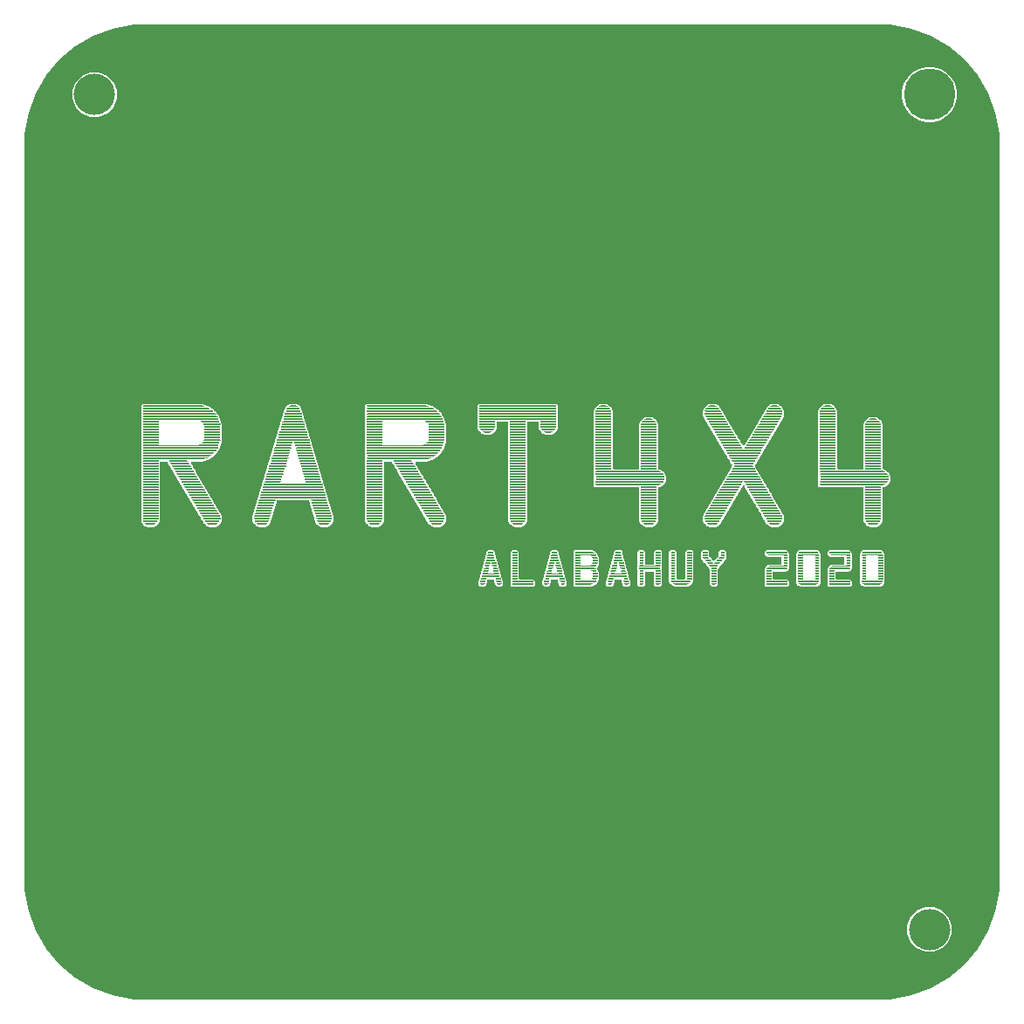
<source format=gbr>
G04 EAGLE Gerber RS-274X export*
G75*
%MOMM*%
%FSLAX34Y34*%
%LPD*%
%INTop Copper*%
%IPPOS*%
%AMOC8*
5,1,8,0,0,1.08239X$1,22.5*%
G01*
%ADD10R,0.254000X0.084581*%
%ADD11R,1.948181X0.084581*%
%ADD12R,1.524000X0.084581*%
%ADD13R,1.186181X0.084581*%
%ADD14R,0.424181X0.084581*%
%ADD15R,2.032000X0.084581*%
%ADD16R,0.421637X0.084581*%
%ADD17R,1.694181X0.084581*%
%ADD18R,1.861819X0.084581*%
%ADD19R,0.424181X0.084838*%
%ADD20R,2.032000X0.084838*%
%ADD21R,0.421637X0.084838*%
%ADD22R,1.864363X0.084838*%
%ADD23R,1.694181X0.084838*%
%ADD24R,1.861819X0.084838*%
%ADD25R,0.508000X0.084581*%
%ADD26R,0.591819X0.084838*%
%ADD27R,0.508000X0.084838*%
%ADD28R,1.691638X0.084838*%
%ADD29R,1.691638X0.084581*%
%ADD30R,0.591819X0.084581*%
%ADD31R,1.948181X0.084838*%
%ADD32R,1.778000X0.084838*%
%ADD33R,1.864363X0.084581*%
%ADD34R,1.945638X0.084838*%
%ADD35R,0.762000X0.084581*%
%ADD36R,1.778000X0.084581*%
%ADD37R,0.848363X0.084581*%
%ADD38R,0.932181X0.084838*%
%ADD39R,1.016000X0.084838*%
%ADD40R,0.845819X0.084581*%
%ADD41R,0.848363X0.084838*%
%ADD42R,0.845819X0.084838*%
%ADD43R,0.675638X0.084581*%
%ADD44R,0.678181X0.084581*%
%ADD45R,0.675638X0.084838*%
%ADD46R,0.678181X0.084838*%
%ADD47R,1.945638X0.084581*%
%ADD48R,0.340363X0.084838*%
%ADD49R,0.254000X0.084838*%
%ADD50R,0.337819X0.084838*%
%ADD51R,1.524000X0.084838*%
%ADD52R,1.016000X0.084581*%
%ADD53R,1.183638X0.084838*%
%ADD54R,1.186181X0.084838*%
%ADD55R,1.356363X0.084581*%
%ADD56R,1.353819X0.084581*%
%ADD57R,1.270000X0.084581*%
%ADD58R,1.440181X0.084838*%
%ADD59R,1.437638X0.084838*%
%ADD60R,1.440181X0.084581*%
%ADD61R,1.610363X0.084581*%
%ADD62R,1.437638X0.084581*%
%ADD63R,1.607819X0.084581*%
%ADD64R,1.610363X0.084838*%
%ADD65R,1.607819X0.084838*%
%ADD66R,6.517638X0.084581*%
%ADD67R,6.350000X0.084581*%
%ADD68R,6.350000X0.084838*%
%ADD69R,6.182362X0.084581*%
%ADD70R,6.182362X0.084838*%
%ADD71R,6.096000X0.084581*%
%ADD72R,6.009638X0.084838*%
%ADD73R,6.009638X0.084581*%
%ADD74R,5.842000X0.084838*%
%ADD75R,5.842000X0.084581*%
%ADD76R,5.674362X0.084838*%
%ADD77R,5.674362X0.084581*%
%ADD78R,6.179819X0.084581*%
%ADD79R,6.433819X0.084838*%
%ADD80R,6.520181X0.084581*%
%ADD81R,6.604000X0.084581*%
%ADD82R,6.604000X0.084838*%
%ADD83R,3.469638X0.084838*%
%ADD84R,6.687819X0.084581*%
%ADD85R,3.385819X0.084581*%
%ADD86R,3.302000X0.084581*%
%ADD87R,6.687819X0.084838*%
%ADD88R,3.134362X0.084838*%
%ADD89R,3.134362X0.084581*%
%ADD90R,2.961638X0.084581*%
%ADD91R,2.877819X0.084838*%
%ADD92R,2.794000X0.084581*%
%ADD93R,2.626362X0.084581*%
%ADD94R,2.626362X0.084838*%
%ADD95R,2.453638X0.084581*%
%ADD96R,2.369819X0.084581*%
%ADD97R,2.286000X0.084838*%
%ADD98R,2.118362X0.084581*%
%ADD99R,2.118362X0.084838*%
%ADD100R,2.202181X0.084581*%
%ADD101R,2.286000X0.084581*%
%ADD102R,5.755638X0.084838*%
%ADD103R,2.369819X0.084838*%
%ADD104R,5.928363X0.084581*%
%ADD105R,6.263638X0.084581*%
%ADD106R,2.710181X0.084838*%
%ADD107R,6.436363X0.084581*%
%ADD108R,2.877819X0.084581*%
%ADD109R,6.690362X0.084838*%
%ADD110R,6.771638X0.084838*%
%ADD111R,2.961638X0.084838*%
%ADD112R,6.774181X0.084581*%
%ADD113R,6.858000X0.084581*%
%ADD114R,6.941819X0.084581*%
%ADD115R,3.218181X0.084581*%
%ADD116R,6.944363X0.084838*%
%ADD117R,7.025638X0.084838*%
%ADD118R,3.302000X0.084838*%
%ADD119R,7.028181X0.084581*%
%ADD120R,7.112000X0.084581*%
%ADD121R,3.469638X0.084581*%
%ADD122R,7.112000X0.084838*%
%ADD123R,7.195819X0.084838*%
%ADD124R,7.198362X0.084581*%
%ADD125R,7.279638X0.084581*%
%ADD126R,7.282181X0.084838*%
%ADD127R,7.366000X0.084838*%
%ADD128R,7.282181X0.084581*%
%ADD129R,7.366000X0.084581*%
%ADD130R,2.794000X0.084838*%
%ADD131R,1.183638X0.084581*%
%ADD132R,2.453638X0.084838*%
%ADD133R,1.353819X0.084838*%
%ADD134R,1.356363X0.084838*%
%ADD135R,7.449819X0.084581*%
%ADD136R,7.198362X0.084838*%
%ADD137R,7.279638X0.084838*%
%ADD138R,7.449819X0.084838*%
%ADD139R,7.195819X0.084581*%
%ADD140R,7.028181X0.084838*%
%ADD141R,6.944363X0.084581*%
%ADD142R,7.025638X0.084581*%
%ADD143R,6.858000X0.084838*%
%ADD144R,6.941819X0.084838*%
%ADD145R,6.690362X0.084581*%
%ADD146R,6.771638X0.084581*%
%ADD147R,1.270000X0.084838*%
%ADD148R,6.433819X0.084581*%
%ADD149R,1.102363X0.084838*%
%ADD150R,6.263638X0.084838*%
%ADD151R,5.755638X0.084581*%
%ADD152C,4.000000*%
%ADD153C,5.000000*%

G36*
X1262075Y622430D02*
X1262075Y622430D01*
X1262096Y622428D01*
X1272118Y622866D01*
X1272150Y622873D01*
X1272217Y622877D01*
X1291958Y626358D01*
X1291988Y626368D01*
X1292087Y626392D01*
X1310923Y633248D01*
X1310951Y633263D01*
X1311044Y633304D01*
X1328404Y643327D01*
X1328428Y643347D01*
X1328512Y643403D01*
X1343868Y656288D01*
X1343889Y656312D01*
X1343962Y656382D01*
X1356847Y671738D01*
X1356863Y671765D01*
X1356923Y671846D01*
X1366946Y689206D01*
X1366957Y689236D01*
X1367002Y689327D01*
X1373858Y708163D01*
X1373864Y708194D01*
X1373875Y708233D01*
X1373880Y708244D01*
X1373881Y708254D01*
X1373892Y708292D01*
X1377373Y728033D01*
X1377373Y728064D01*
X1377384Y728131D01*
X1377822Y738154D01*
X1377820Y738167D01*
X1377822Y738187D01*
X1377822Y1452562D01*
X1377820Y1452575D01*
X1377822Y1452596D01*
X1377384Y1462618D01*
X1377377Y1462650D01*
X1377373Y1462717D01*
X1373892Y1482458D01*
X1373882Y1482488D01*
X1373858Y1482587D01*
X1367002Y1501423D01*
X1366987Y1501451D01*
X1366946Y1501544D01*
X1356923Y1518904D01*
X1356903Y1518928D01*
X1356847Y1519012D01*
X1343962Y1534368D01*
X1343938Y1534389D01*
X1343868Y1534462D01*
X1328512Y1547347D01*
X1328485Y1547363D01*
X1328404Y1547423D01*
X1311044Y1557446D01*
X1311014Y1557457D01*
X1310923Y1557502D01*
X1292087Y1564358D01*
X1292056Y1564364D01*
X1291959Y1564392D01*
X1272217Y1567873D01*
X1272186Y1567873D01*
X1272119Y1567884D01*
X1262096Y1568322D01*
X1262083Y1568320D01*
X1262063Y1568322D01*
X547688Y1568322D01*
X547675Y1568320D01*
X547654Y1568322D01*
X537632Y1567884D01*
X537600Y1567877D01*
X537533Y1567873D01*
X517792Y1564392D01*
X517762Y1564382D01*
X517663Y1564358D01*
X498827Y1557502D01*
X498799Y1557487D01*
X498706Y1557446D01*
X481346Y1547423D01*
X481322Y1547403D01*
X481238Y1547347D01*
X465882Y1534462D01*
X465861Y1534438D01*
X465788Y1534368D01*
X452903Y1519012D01*
X452887Y1518985D01*
X452827Y1518904D01*
X442804Y1501544D01*
X442793Y1501514D01*
X442748Y1501423D01*
X435892Y1482587D01*
X435887Y1482558D01*
X435874Y1482531D01*
X435871Y1482505D01*
X435858Y1482458D01*
X432377Y1462717D01*
X432377Y1462686D01*
X432366Y1462619D01*
X431928Y1452596D01*
X431930Y1452583D01*
X431928Y1452563D01*
X431928Y738188D01*
X431930Y738175D01*
X431928Y738154D01*
X432366Y728132D01*
X432373Y728100D01*
X432377Y728033D01*
X435858Y708292D01*
X435868Y708262D01*
X435892Y708163D01*
X442748Y689327D01*
X442763Y689299D01*
X442804Y689206D01*
X452827Y671846D01*
X452847Y671822D01*
X452903Y671738D01*
X465788Y656382D01*
X465812Y656361D01*
X465882Y656288D01*
X481238Y643403D01*
X481265Y643387D01*
X481346Y643327D01*
X498706Y633304D01*
X498736Y633293D01*
X498827Y633248D01*
X517663Y626392D01*
X517694Y626386D01*
X517791Y626358D01*
X537533Y622877D01*
X537564Y622877D01*
X537631Y622866D01*
X547654Y622428D01*
X547667Y622430D01*
X547687Y622428D01*
X1262062Y622428D01*
X1262075Y622430D01*
G37*
%LPC*%
G36*
X768468Y1080409D02*
X768468Y1080409D01*
X767842Y1081034D01*
X767768Y1081087D01*
X767699Y1081147D01*
X767669Y1081159D01*
X767643Y1081178D01*
X767556Y1081204D01*
X767471Y1081238D01*
X767430Y1081243D01*
X767408Y1081250D01*
X767375Y1081249D01*
X767304Y1081257D01*
X766766Y1081257D01*
X765680Y1082342D01*
X765650Y1082381D01*
X765305Y1082726D01*
X765242Y1082771D01*
X764016Y1083996D01*
X764016Y1083997D01*
X764012Y1084001D01*
X763989Y1084024D01*
X763948Y1084075D01*
X763333Y1084690D01*
X763333Y1085228D01*
X763318Y1085318D01*
X763311Y1085409D01*
X763298Y1085439D01*
X763293Y1085471D01*
X763250Y1085552D01*
X763215Y1085636D01*
X763189Y1085668D01*
X763178Y1085688D01*
X763155Y1085711D01*
X763110Y1085767D01*
X762495Y1086382D01*
X762495Y1199405D01*
X763388Y1200298D01*
X822207Y1200298D01*
X822830Y1199675D01*
X822904Y1199622D01*
X822974Y1199563D01*
X823004Y1199550D01*
X823030Y1199532D01*
X823117Y1199505D01*
X823202Y1199471D01*
X823243Y1199466D01*
X823265Y1199459D01*
X823297Y1199460D01*
X823368Y1199452D01*
X824747Y1199452D01*
X825370Y1198829D01*
X825444Y1198776D01*
X825513Y1198717D01*
X825544Y1198705D01*
X825570Y1198686D01*
X825657Y1198659D01*
X825742Y1198625D01*
X825783Y1198620D01*
X825805Y1198613D01*
X825837Y1198614D01*
X825908Y1198606D01*
X827287Y1198606D01*
X827913Y1197981D01*
X827987Y1197928D01*
X828056Y1197868D01*
X828086Y1197856D01*
X828112Y1197837D01*
X828199Y1197811D01*
X828284Y1197777D01*
X828325Y1197772D01*
X828347Y1197765D01*
X828380Y1197766D01*
X828451Y1197758D01*
X828989Y1197758D01*
X830057Y1196690D01*
X830063Y1196681D01*
X830080Y1196666D01*
X830105Y1196634D01*
X830450Y1196289D01*
X830524Y1196236D01*
X830594Y1196177D01*
X830624Y1196165D01*
X830650Y1196146D01*
X830737Y1196119D01*
X830822Y1196085D01*
X830863Y1196080D01*
X830885Y1196073D01*
X830917Y1196074D01*
X830988Y1196066D01*
X831529Y1196066D01*
X832577Y1195019D01*
X832577Y1195018D01*
X832581Y1195014D01*
X832604Y1194991D01*
X832645Y1194940D01*
X832990Y1194595D01*
X833053Y1194550D01*
X834316Y1193287D01*
X834347Y1193248D01*
X835117Y1192479D01*
X835117Y1192478D01*
X835121Y1192474D01*
X835144Y1192451D01*
X835185Y1192400D01*
X835530Y1192055D01*
X835593Y1192010D01*
X836664Y1190939D01*
X836664Y1190398D01*
X836679Y1190308D01*
X836686Y1190217D01*
X836699Y1190188D01*
X836704Y1190156D01*
X836747Y1190075D01*
X836782Y1189991D01*
X836808Y1189959D01*
X836819Y1189938D01*
X836842Y1189916D01*
X836887Y1189860D01*
X837694Y1189053D01*
X837725Y1189014D01*
X838340Y1188399D01*
X838340Y1187884D01*
X838355Y1187794D01*
X838362Y1187703D01*
X838375Y1187673D01*
X838380Y1187641D01*
X838423Y1187560D01*
X838459Y1187476D01*
X838484Y1187444D01*
X838495Y1187424D01*
X838519Y1187402D01*
X838563Y1187346D01*
X839204Y1186705D01*
X839204Y1185318D01*
X839219Y1185228D01*
X839226Y1185137D01*
X839239Y1185108D01*
X839244Y1185076D01*
X839286Y1184995D01*
X839322Y1184911D01*
X839348Y1184879D01*
X839359Y1184858D01*
X839382Y1184836D01*
X839427Y1184780D01*
X840042Y1184165D01*
X840042Y1182778D01*
X840057Y1182688D01*
X840064Y1182597D01*
X840077Y1182568D01*
X840082Y1182536D01*
X840125Y1182455D01*
X840160Y1182371D01*
X840186Y1182339D01*
X840197Y1182318D01*
X840220Y1182296D01*
X840265Y1182240D01*
X840880Y1181625D01*
X840880Y1162582D01*
X840265Y1161967D01*
X840212Y1161893D01*
X840153Y1161823D01*
X840141Y1161793D01*
X840122Y1161767D01*
X840095Y1161680D01*
X840061Y1161595D01*
X840056Y1161554D01*
X840049Y1161532D01*
X840050Y1161500D01*
X840042Y1161428D01*
X840042Y1160042D01*
X839427Y1159427D01*
X839374Y1159353D01*
X839314Y1159283D01*
X839302Y1159253D01*
X839283Y1159227D01*
X839257Y1159140D01*
X839223Y1159055D01*
X839218Y1159014D01*
X839211Y1158992D01*
X839212Y1158960D01*
X839204Y1158888D01*
X839204Y1157502D01*
X838563Y1156861D01*
X838510Y1156787D01*
X838451Y1156718D01*
X838439Y1156688D01*
X838420Y1156661D01*
X838393Y1156574D01*
X838359Y1156490D01*
X838354Y1156449D01*
X838347Y1156426D01*
X838348Y1156394D01*
X838340Y1156323D01*
X838340Y1155810D01*
X837725Y1155195D01*
X837699Y1155159D01*
X836887Y1154347D01*
X836834Y1154273D01*
X836774Y1154203D01*
X836762Y1154173D01*
X836743Y1154147D01*
X836717Y1154060D01*
X836683Y1153975D01*
X836678Y1153934D01*
X836671Y1153912D01*
X836672Y1153880D01*
X836664Y1153808D01*
X836664Y1153270D01*
X835622Y1152228D01*
X835611Y1152222D01*
X835589Y1152199D01*
X835533Y1152154D01*
X835185Y1151807D01*
X835166Y1151779D01*
X834347Y1150961D01*
X834328Y1150934D01*
X833082Y1149688D01*
X833071Y1149682D01*
X833049Y1149659D01*
X832993Y1149614D01*
X832645Y1149267D01*
X832626Y1149239D01*
X831529Y1148143D01*
X830988Y1148143D01*
X830898Y1148128D01*
X830807Y1148121D01*
X830778Y1148108D01*
X830746Y1148103D01*
X830665Y1148060D01*
X830581Y1148025D01*
X830549Y1147999D01*
X830528Y1147988D01*
X830506Y1147965D01*
X830450Y1147920D01*
X830105Y1147575D01*
X830079Y1147539D01*
X828989Y1146449D01*
X828448Y1146449D01*
X828358Y1146434D01*
X828267Y1146427D01*
X828238Y1146414D01*
X828206Y1146409D01*
X828125Y1146366D01*
X828041Y1146330D01*
X828009Y1146305D01*
X827988Y1146294D01*
X827966Y1146270D01*
X827910Y1146226D01*
X827287Y1145603D01*
X825908Y1145603D01*
X825818Y1145588D01*
X825727Y1145581D01*
X825698Y1145568D01*
X825666Y1145563D01*
X825585Y1145520D01*
X825501Y1145485D01*
X825469Y1145459D01*
X825448Y1145448D01*
X825426Y1145425D01*
X825370Y1145380D01*
X824747Y1144757D01*
X823371Y1144757D01*
X823281Y1144742D01*
X823190Y1144735D01*
X823160Y1144722D01*
X823128Y1144717D01*
X823048Y1144675D01*
X822964Y1144639D01*
X822931Y1144613D01*
X822911Y1144602D01*
X822889Y1144579D01*
X822833Y1144534D01*
X822207Y1143909D01*
X811872Y1143909D01*
X811801Y1143897D01*
X811730Y1143895D01*
X811681Y1143877D01*
X811630Y1143869D01*
X811566Y1143835D01*
X811499Y1143811D01*
X811458Y1143778D01*
X811412Y1143754D01*
X811363Y1143702D01*
X811307Y1143657D01*
X811279Y1143613D01*
X811243Y1143575D01*
X811213Y1143510D01*
X811174Y1143450D01*
X811161Y1143399D01*
X811139Y1143352D01*
X811131Y1143281D01*
X811114Y1143211D01*
X811118Y1143160D01*
X811112Y1143108D01*
X811127Y1143038D01*
X811133Y1142966D01*
X811153Y1142918D01*
X811164Y1142868D01*
X811201Y1142806D01*
X811229Y1142740D01*
X811264Y1142696D01*
X811264Y1142138D01*
X811279Y1142048D01*
X811286Y1141957D01*
X811299Y1141928D01*
X811304Y1141896D01*
X811346Y1141815D01*
X811382Y1141731D01*
X811408Y1141699D01*
X811419Y1141678D01*
X811442Y1141656D01*
X811487Y1141600D01*
X812295Y1140792D01*
X812325Y1140754D01*
X812940Y1140139D01*
X812940Y1139624D01*
X812955Y1139534D01*
X812962Y1139443D01*
X812975Y1139413D01*
X812980Y1139381D01*
X813023Y1139300D01*
X813059Y1139216D01*
X813084Y1139184D01*
X813095Y1139164D01*
X813119Y1139142D01*
X813163Y1139086D01*
X813804Y1138445D01*
X813804Y1137907D01*
X813819Y1137817D01*
X813826Y1137726D01*
X813839Y1137696D01*
X813844Y1137664D01*
X813886Y1137583D01*
X813922Y1137499D01*
X813948Y1137467D01*
X813959Y1137447D01*
X813982Y1137424D01*
X814027Y1137368D01*
X814797Y1136599D01*
X814797Y1136598D01*
X814801Y1136594D01*
X814824Y1136571D01*
X814846Y1136544D01*
X814847Y1136542D01*
X814849Y1136541D01*
X814865Y1136520D01*
X815480Y1135905D01*
X815480Y1135392D01*
X815495Y1135302D01*
X815502Y1135211D01*
X815515Y1135181D01*
X815520Y1135149D01*
X815563Y1135069D01*
X815599Y1134985D01*
X815624Y1134953D01*
X815635Y1134932D01*
X815659Y1134910D01*
X815703Y1134854D01*
X816344Y1134213D01*
X816344Y1133673D01*
X816359Y1133582D01*
X816366Y1133492D01*
X816379Y1133462D01*
X816384Y1133430D01*
X816427Y1133349D01*
X816462Y1133265D01*
X816488Y1133233D01*
X816499Y1133212D01*
X816522Y1133190D01*
X816567Y1133134D01*
X817182Y1132519D01*
X817182Y1131978D01*
X817197Y1131888D01*
X817204Y1131797D01*
X817217Y1131768D01*
X817222Y1131736D01*
X817265Y1131655D01*
X817300Y1131571D01*
X817326Y1131539D01*
X817337Y1131518D01*
X817360Y1131496D01*
X817405Y1131440D01*
X817750Y1131095D01*
X817813Y1131050D01*
X818884Y1129979D01*
X818884Y1129438D01*
X818899Y1129348D01*
X818906Y1129257D01*
X818919Y1129228D01*
X818924Y1129196D01*
X818966Y1129115D01*
X819002Y1129031D01*
X819028Y1128999D01*
X819039Y1128978D01*
X819062Y1128956D01*
X819076Y1128939D01*
X819082Y1128929D01*
X819088Y1128924D01*
X819107Y1128900D01*
X819722Y1128285D01*
X819722Y1127747D01*
X819737Y1127657D01*
X819744Y1127566D01*
X819757Y1127536D01*
X819762Y1127504D01*
X819805Y1127423D01*
X819840Y1127339D01*
X819866Y1127307D01*
X819877Y1127287D01*
X819900Y1127264D01*
X819945Y1127208D01*
X820293Y1126861D01*
X820347Y1126822D01*
X821424Y1125745D01*
X821424Y1125207D01*
X821439Y1125117D01*
X821446Y1125026D01*
X821459Y1124996D01*
X821464Y1124964D01*
X821506Y1124883D01*
X821542Y1124799D01*
X821568Y1124767D01*
X821579Y1124747D01*
X821602Y1124724D01*
X821647Y1124668D01*
X822262Y1124053D01*
X822262Y1123513D01*
X822277Y1123422D01*
X822284Y1123332D01*
X822297Y1123302D01*
X822302Y1123270D01*
X822345Y1123189D01*
X822380Y1123105D01*
X822406Y1123073D01*
X822417Y1123052D01*
X822440Y1123030D01*
X822485Y1122974D01*
X822830Y1122629D01*
X822893Y1122584D01*
X823964Y1121513D01*
X823964Y1120973D01*
X823979Y1120882D01*
X823986Y1120792D01*
X823999Y1120762D01*
X824004Y1120730D01*
X824047Y1120649D01*
X824082Y1120565D01*
X824108Y1120533D01*
X824119Y1120512D01*
X824142Y1120490D01*
X824187Y1120434D01*
X824802Y1119819D01*
X824802Y1119278D01*
X824817Y1119188D01*
X824824Y1119097D01*
X824837Y1119068D01*
X824842Y1119036D01*
X824885Y1118955D01*
X824920Y1118871D01*
X824946Y1118839D01*
X824957Y1118818D01*
X824980Y1118796D01*
X825025Y1118740D01*
X825370Y1118395D01*
X825433Y1118350D01*
X826504Y1117279D01*
X826504Y1116738D01*
X826519Y1116648D01*
X826526Y1116557D01*
X826539Y1116528D01*
X826544Y1116496D01*
X826586Y1116415D01*
X826622Y1116331D01*
X826648Y1116299D01*
X826659Y1116278D01*
X826682Y1116256D01*
X826727Y1116200D01*
X827342Y1115585D01*
X827342Y1115047D01*
X827357Y1114956D01*
X827364Y1114866D01*
X827377Y1114836D01*
X827382Y1114804D01*
X827425Y1114723D01*
X827460Y1114639D01*
X827486Y1114607D01*
X827497Y1114587D01*
X827520Y1114564D01*
X827565Y1114508D01*
X827913Y1114161D01*
X827967Y1114122D01*
X829044Y1113045D01*
X829044Y1112507D01*
X829059Y1112417D01*
X829066Y1112326D01*
X829079Y1112296D01*
X829084Y1112264D01*
X829127Y1112183D01*
X829162Y1112099D01*
X829188Y1112067D01*
X829199Y1112047D01*
X829222Y1112024D01*
X829267Y1111968D01*
X829882Y1111353D01*
X829882Y1110813D01*
X829897Y1110722D01*
X829904Y1110632D01*
X829917Y1110602D01*
X829922Y1110570D01*
X829965Y1110489D01*
X830000Y1110405D01*
X830026Y1110373D01*
X830037Y1110352D01*
X830060Y1110330D01*
X830105Y1110274D01*
X830450Y1109929D01*
X830513Y1109884D01*
X831584Y1108813D01*
X831584Y1108273D01*
X831599Y1108182D01*
X831606Y1108092D01*
X831619Y1108062D01*
X831624Y1108030D01*
X831666Y1107949D01*
X831702Y1107865D01*
X831728Y1107833D01*
X831739Y1107812D01*
X831762Y1107790D01*
X831807Y1107734D01*
X832422Y1107119D01*
X832422Y1106578D01*
X832425Y1106560D01*
X832423Y1106543D01*
X832438Y1106476D01*
X832444Y1106397D01*
X832457Y1106368D01*
X832462Y1106336D01*
X832473Y1106315D01*
X832476Y1106303D01*
X832506Y1106252D01*
X832540Y1106171D01*
X832566Y1106139D01*
X832577Y1106118D01*
X832597Y1106099D01*
X832602Y1106092D01*
X832608Y1106086D01*
X832645Y1106040D01*
X833260Y1105425D01*
X833260Y1104912D01*
X833275Y1104822D01*
X833282Y1104731D01*
X833295Y1104701D01*
X833300Y1104669D01*
X833343Y1104589D01*
X833379Y1104505D01*
X833404Y1104473D01*
X833415Y1104452D01*
X833439Y1104430D01*
X833483Y1104374D01*
X834279Y1103579D01*
X834279Y1103578D01*
X834283Y1103575D01*
X834306Y1103551D01*
X834347Y1103500D01*
X834962Y1102885D01*
X834962Y1102347D01*
X834977Y1102257D01*
X834984Y1102166D01*
X834997Y1102136D01*
X835002Y1102104D01*
X835045Y1102023D01*
X835080Y1101939D01*
X835106Y1101907D01*
X835117Y1101887D01*
X835140Y1101864D01*
X835185Y1101808D01*
X835800Y1101193D01*
X835800Y1100678D01*
X835815Y1100588D01*
X835822Y1100497D01*
X835835Y1100467D01*
X835840Y1100435D01*
X835883Y1100355D01*
X835919Y1100271D01*
X835944Y1100239D01*
X835955Y1100218D01*
X835979Y1100196D01*
X836023Y1100140D01*
X836856Y1099307D01*
X836887Y1099268D01*
X837502Y1098653D01*
X837502Y1098113D01*
X837517Y1098022D01*
X837524Y1097932D01*
X837537Y1097902D01*
X837542Y1097870D01*
X837585Y1097789D01*
X837620Y1097705D01*
X837646Y1097673D01*
X837657Y1097652D01*
X837680Y1097630D01*
X837725Y1097574D01*
X838340Y1096959D01*
X838340Y1096444D01*
X838355Y1096354D01*
X838362Y1096263D01*
X838375Y1096233D01*
X838380Y1096201D01*
X838423Y1096120D01*
X838459Y1096036D01*
X838484Y1096004D01*
X838495Y1095984D01*
X838519Y1095962D01*
X838563Y1095906D01*
X839396Y1095072D01*
X839427Y1095034D01*
X840042Y1094419D01*
X840042Y1093878D01*
X840057Y1093788D01*
X840064Y1093697D01*
X840077Y1093668D01*
X840082Y1093636D01*
X840125Y1093555D01*
X840160Y1093471D01*
X840186Y1093439D01*
X840197Y1093418D01*
X840220Y1093396D01*
X840265Y1093340D01*
X840880Y1092725D01*
X840880Y1086382D01*
X840265Y1085767D01*
X840217Y1085700D01*
X840213Y1085696D01*
X840212Y1085692D01*
X840153Y1085623D01*
X840140Y1085593D01*
X840122Y1085567D01*
X840095Y1085480D01*
X840061Y1085395D01*
X840056Y1085354D01*
X840049Y1085332D01*
X840050Y1085300D01*
X840042Y1085228D01*
X840042Y1084690D01*
X839427Y1084075D01*
X839401Y1084039D01*
X838165Y1082803D01*
X838148Y1082794D01*
X838126Y1082770D01*
X838070Y1082726D01*
X837725Y1082381D01*
X837706Y1082354D01*
X836609Y1081257D01*
X836071Y1081257D01*
X835981Y1081242D01*
X835890Y1081235D01*
X835860Y1081222D01*
X835828Y1081217D01*
X835748Y1081174D01*
X835664Y1081139D01*
X835632Y1081113D01*
X835611Y1081102D01*
X835589Y1081079D01*
X835533Y1081034D01*
X834907Y1080409D01*
X828564Y1080409D01*
X827939Y1081034D01*
X827865Y1081087D01*
X827795Y1081147D01*
X827765Y1081159D01*
X827739Y1081178D01*
X827652Y1081204D01*
X827567Y1081238D01*
X827526Y1081243D01*
X827504Y1081250D01*
X827472Y1081249D01*
X827400Y1081257D01*
X826888Y1081257D01*
X826265Y1081880D01*
X826201Y1081925D01*
X824939Y1083188D01*
X824908Y1083227D01*
X824138Y1083996D01*
X824138Y1083997D01*
X824134Y1084001D01*
X824111Y1084024D01*
X824070Y1084075D01*
X823455Y1084690D01*
X823455Y1085203D01*
X823440Y1085293D01*
X823433Y1085384D01*
X823420Y1085414D01*
X823415Y1085446D01*
X823372Y1085526D01*
X823336Y1085610D01*
X823311Y1085642D01*
X823300Y1085663D01*
X823276Y1085685D01*
X823232Y1085741D01*
X822436Y1086536D01*
X822436Y1086537D01*
X822432Y1086541D01*
X822409Y1086564D01*
X822368Y1086615D01*
X821753Y1087230D01*
X821753Y1087768D01*
X821738Y1087858D01*
X821731Y1087949D01*
X821718Y1087979D01*
X821713Y1088011D01*
X821670Y1088092D01*
X821635Y1088176D01*
X821609Y1088208D01*
X821598Y1088228D01*
X821575Y1088251D01*
X821530Y1088307D01*
X820915Y1088922D01*
X820915Y1089437D01*
X820900Y1089527D01*
X820893Y1089618D01*
X820880Y1089648D01*
X820875Y1089680D01*
X820832Y1089760D01*
X820796Y1089844D01*
X820771Y1089877D01*
X820760Y1089897D01*
X820736Y1089919D01*
X820692Y1089975D01*
X819859Y1090808D01*
X819828Y1090847D01*
X819213Y1091462D01*
X819213Y1092002D01*
X819198Y1092093D01*
X819191Y1092183D01*
X819178Y1092213D01*
X819173Y1092245D01*
X819130Y1092326D01*
X819095Y1092410D01*
X819069Y1092442D01*
X819058Y1092463D01*
X819035Y1092485D01*
X818990Y1092541D01*
X818375Y1093156D01*
X818375Y1093671D01*
X818373Y1093679D01*
X818374Y1093681D01*
X818371Y1093692D01*
X818360Y1093761D01*
X818353Y1093852D01*
X818340Y1093882D01*
X818335Y1093914D01*
X818292Y1093995D01*
X818256Y1094078D01*
X818231Y1094111D01*
X818220Y1094131D01*
X818196Y1094153D01*
X818152Y1094209D01*
X817511Y1094850D01*
X817511Y1095388D01*
X817496Y1095478D01*
X817489Y1095569D01*
X817476Y1095599D01*
X817471Y1095631D01*
X817429Y1095712D01*
X817393Y1095796D01*
X817367Y1095828D01*
X817356Y1095848D01*
X817333Y1095871D01*
X817288Y1095927D01*
X816518Y1096696D01*
X816518Y1096697D01*
X816514Y1096700D01*
X816491Y1096724D01*
X816450Y1096775D01*
X815835Y1097390D01*
X815835Y1097903D01*
X815820Y1097993D01*
X815813Y1098084D01*
X815800Y1098114D01*
X815795Y1098146D01*
X815752Y1098226D01*
X815716Y1098310D01*
X815691Y1098342D01*
X815680Y1098363D01*
X815656Y1098385D01*
X815612Y1098441D01*
X814971Y1099082D01*
X814971Y1099622D01*
X814956Y1099713D01*
X814949Y1099803D01*
X814936Y1099833D01*
X814931Y1099865D01*
X814888Y1099946D01*
X814853Y1100030D01*
X814827Y1100062D01*
X814816Y1100083D01*
X814793Y1100105D01*
X814748Y1100161D01*
X813941Y1100968D01*
X813931Y1100980D01*
X813929Y1100984D01*
X813927Y1100986D01*
X813910Y1101007D01*
X813295Y1101622D01*
X813295Y1102137D01*
X813280Y1102227D01*
X813273Y1102318D01*
X813260Y1102348D01*
X813255Y1102380D01*
X813212Y1102460D01*
X813176Y1102544D01*
X813151Y1102576D01*
X813140Y1102597D01*
X813116Y1102619D01*
X813072Y1102675D01*
X812431Y1103316D01*
X812431Y1103857D01*
X812416Y1103947D01*
X812409Y1104038D01*
X812396Y1104067D01*
X812391Y1104099D01*
X812349Y1104180D01*
X812313Y1104264D01*
X812287Y1104296D01*
X812276Y1104317D01*
X812253Y1104339D01*
X812208Y1104395D01*
X811400Y1105203D01*
X811370Y1105241D01*
X810755Y1105856D01*
X810755Y1106371D01*
X810740Y1106461D01*
X810733Y1106552D01*
X810720Y1106582D01*
X810715Y1106614D01*
X810672Y1106695D01*
X810636Y1106779D01*
X810611Y1106811D01*
X810600Y1106831D01*
X810576Y1106853D01*
X810532Y1106909D01*
X809891Y1107550D01*
X809891Y1108088D01*
X809876Y1108178D01*
X809869Y1108269D01*
X809856Y1108299D01*
X809851Y1108331D01*
X809808Y1108412D01*
X809773Y1108496D01*
X809747Y1108528D01*
X809736Y1108548D01*
X809713Y1108571D01*
X809701Y1108585D01*
X809694Y1108596D01*
X809687Y1108602D01*
X809668Y1108627D01*
X808898Y1109396D01*
X808898Y1109397D01*
X808894Y1109401D01*
X808871Y1109424D01*
X808830Y1109475D01*
X808215Y1110090D01*
X808215Y1110603D01*
X808200Y1110693D01*
X808193Y1110784D01*
X808180Y1110814D01*
X808175Y1110846D01*
X808132Y1110926D01*
X808096Y1111010D01*
X808071Y1111042D01*
X808060Y1111063D01*
X808036Y1111085D01*
X807992Y1111141D01*
X807351Y1111782D01*
X807351Y1112322D01*
X807336Y1112413D01*
X807329Y1112503D01*
X807316Y1112533D01*
X807311Y1112565D01*
X807269Y1112646D01*
X807233Y1112730D01*
X807207Y1112762D01*
X807196Y1112783D01*
X807173Y1112805D01*
X807128Y1112861D01*
X806320Y1113668D01*
X806290Y1113707D01*
X805675Y1114322D01*
X805675Y1114837D01*
X805660Y1114927D01*
X805653Y1115018D01*
X805640Y1115048D01*
X805635Y1115080D01*
X805592Y1115160D01*
X805556Y1115244D01*
X805531Y1115277D01*
X805520Y1115297D01*
X805496Y1115319D01*
X805452Y1115375D01*
X804811Y1116016D01*
X804811Y1116557D01*
X804796Y1116647D01*
X804789Y1116738D01*
X804776Y1116767D01*
X804771Y1116799D01*
X804728Y1116880D01*
X804693Y1116964D01*
X804667Y1116996D01*
X804656Y1117017D01*
X804633Y1117039D01*
X804588Y1117095D01*
X803780Y1117903D01*
X803750Y1117941D01*
X803135Y1118556D01*
X803135Y1119071D01*
X803120Y1119161D01*
X803113Y1119252D01*
X803100Y1119282D01*
X803095Y1119314D01*
X803052Y1119395D01*
X803016Y1119479D01*
X802991Y1119511D01*
X802980Y1119531D01*
X802956Y1119553D01*
X802912Y1119609D01*
X802271Y1120250D01*
X802271Y1120788D01*
X802256Y1120878D01*
X802249Y1120969D01*
X802236Y1120999D01*
X802231Y1121031D01*
X802189Y1121112D01*
X802153Y1121196D01*
X802127Y1121228D01*
X802116Y1121248D01*
X802093Y1121271D01*
X802048Y1121327D01*
X801278Y1122096D01*
X801278Y1122097D01*
X801274Y1122100D01*
X801251Y1122124D01*
X801210Y1122175D01*
X800595Y1122790D01*
X800595Y1123303D01*
X800580Y1123393D01*
X800573Y1123484D01*
X800560Y1123514D01*
X800555Y1123546D01*
X800512Y1123626D01*
X800476Y1123710D01*
X800451Y1123742D01*
X800440Y1123763D01*
X800416Y1123785D01*
X800388Y1123821D01*
X800387Y1123821D01*
X800372Y1123841D01*
X799731Y1124482D01*
X799731Y1125022D01*
X799716Y1125113D01*
X799709Y1125203D01*
X799696Y1125233D01*
X799691Y1125265D01*
X799648Y1125346D01*
X799613Y1125430D01*
X799587Y1125462D01*
X799576Y1125483D01*
X799553Y1125505D01*
X799508Y1125561D01*
X798700Y1126368D01*
X798670Y1126407D01*
X798055Y1127022D01*
X798055Y1127537D01*
X798040Y1127627D01*
X798033Y1127718D01*
X798020Y1127748D01*
X798015Y1127780D01*
X797972Y1127860D01*
X797936Y1127944D01*
X797911Y1127977D01*
X797900Y1127997D01*
X797876Y1128019D01*
X797832Y1128075D01*
X797191Y1128716D01*
X797191Y1129257D01*
X797176Y1129347D01*
X797169Y1129438D01*
X797156Y1129467D01*
X797151Y1129499D01*
X797108Y1129580D01*
X797073Y1129664D01*
X797047Y1129696D01*
X797036Y1129717D01*
X797013Y1129739D01*
X796968Y1129795D01*
X796161Y1130602D01*
X796130Y1130641D01*
X795515Y1131256D01*
X795515Y1131771D01*
X795500Y1131861D01*
X795493Y1131952D01*
X795480Y1131982D01*
X795475Y1132014D01*
X795432Y1132095D01*
X795396Y1132178D01*
X795371Y1132211D01*
X795360Y1132231D01*
X795336Y1132253D01*
X795292Y1132309D01*
X794651Y1132950D01*
X794651Y1133488D01*
X794636Y1133578D01*
X794629Y1133669D01*
X794616Y1133699D01*
X794611Y1133731D01*
X794569Y1133812D01*
X794533Y1133896D01*
X794507Y1133928D01*
X794496Y1133948D01*
X794473Y1133971D01*
X794428Y1134027D01*
X793813Y1134642D01*
X793813Y1135182D01*
X793798Y1135273D01*
X793791Y1135363D01*
X793778Y1135393D01*
X793773Y1135425D01*
X793730Y1135506D01*
X793695Y1135590D01*
X793669Y1135622D01*
X793658Y1135643D01*
X793635Y1135665D01*
X793590Y1135721D01*
X793245Y1136066D01*
X793182Y1136111D01*
X792111Y1137182D01*
X792111Y1137722D01*
X792096Y1137812D01*
X792089Y1137903D01*
X792076Y1137933D01*
X792071Y1137965D01*
X792029Y1138046D01*
X791993Y1138130D01*
X791967Y1138162D01*
X791956Y1138183D01*
X791933Y1138205D01*
X791888Y1138261D01*
X791273Y1138876D01*
X791273Y1139417D01*
X791258Y1139507D01*
X791251Y1139598D01*
X791238Y1139627D01*
X791233Y1139659D01*
X791190Y1139740D01*
X791155Y1139824D01*
X791129Y1139856D01*
X791118Y1139877D01*
X791095Y1139899D01*
X791050Y1139955D01*
X790705Y1140300D01*
X790642Y1140345D01*
X789571Y1141416D01*
X789571Y1141957D01*
X789556Y1142047D01*
X789549Y1142138D01*
X789536Y1142167D01*
X789531Y1142199D01*
X789488Y1142280D01*
X789453Y1142364D01*
X789427Y1142396D01*
X789416Y1142417D01*
X789393Y1142439D01*
X789348Y1142495D01*
X788733Y1143110D01*
X788733Y1143147D01*
X788731Y1143157D01*
X788732Y1143162D01*
X788730Y1143171D01*
X788732Y1143187D01*
X788710Y1143288D01*
X788693Y1143390D01*
X788684Y1143408D01*
X788679Y1143427D01*
X788626Y1143516D01*
X788578Y1143607D01*
X788564Y1143621D01*
X788553Y1143638D01*
X788475Y1143706D01*
X788400Y1143777D01*
X788382Y1143785D01*
X788366Y1143798D01*
X788270Y1143837D01*
X788177Y1143880D01*
X788157Y1143883D01*
X788138Y1143890D01*
X787972Y1143909D01*
X781545Y1143909D01*
X781526Y1143905D01*
X781506Y1143908D01*
X781405Y1143886D01*
X781303Y1143869D01*
X781285Y1143860D01*
X781265Y1143855D01*
X781176Y1143802D01*
X781085Y1143754D01*
X781071Y1143739D01*
X781054Y1143729D01*
X780987Y1143650D01*
X780916Y1143575D01*
X780907Y1143557D01*
X780894Y1143542D01*
X780856Y1143446D01*
X780812Y1143352D01*
X780810Y1143333D01*
X780803Y1143314D01*
X780784Y1143147D01*
X780784Y1086382D01*
X780143Y1085741D01*
X780090Y1085667D01*
X780031Y1085598D01*
X780019Y1085568D01*
X780000Y1085541D01*
X779973Y1085454D01*
X779939Y1085370D01*
X779934Y1085329D01*
X779927Y1085306D01*
X779928Y1085274D01*
X779920Y1085203D01*
X779920Y1084690D01*
X779305Y1084075D01*
X779279Y1084039D01*
X778467Y1083227D01*
X778448Y1083199D01*
X777205Y1081957D01*
X777188Y1081948D01*
X777166Y1081925D01*
X777110Y1081880D01*
X776487Y1081257D01*
X775975Y1081257D01*
X775884Y1081242D01*
X775794Y1081235D01*
X775764Y1081222D01*
X775732Y1081217D01*
X775651Y1081174D01*
X775567Y1081139D01*
X775535Y1081113D01*
X775514Y1081102D01*
X775492Y1081079D01*
X775436Y1081034D01*
X774811Y1080409D01*
X768468Y1080409D01*
G37*
%LPD*%
%LPC*%
G36*
X550866Y1080409D02*
X550866Y1080409D01*
X550241Y1081034D01*
X550167Y1081087D01*
X550097Y1081147D01*
X550067Y1081159D01*
X550041Y1081178D01*
X549954Y1081204D01*
X549869Y1081238D01*
X549828Y1081243D01*
X549806Y1081250D01*
X549774Y1081249D01*
X549702Y1081257D01*
X549164Y1081257D01*
X548079Y1082343D01*
X548048Y1082381D01*
X547240Y1083188D01*
X547210Y1083226D01*
X546862Y1083574D01*
X546808Y1083613D01*
X545731Y1084690D01*
X545731Y1199405D01*
X546624Y1200298D01*
X604631Y1200298D01*
X605254Y1199675D01*
X605328Y1199622D01*
X605397Y1199563D01*
X605427Y1199550D01*
X605453Y1199532D01*
X605540Y1199505D01*
X605625Y1199471D01*
X605666Y1199466D01*
X605689Y1199459D01*
X605721Y1199460D01*
X605792Y1199452D01*
X607171Y1199452D01*
X607794Y1198829D01*
X607868Y1198776D01*
X607937Y1198717D01*
X607967Y1198705D01*
X607993Y1198686D01*
X608080Y1198659D01*
X608165Y1198625D01*
X608206Y1198620D01*
X608229Y1198613D01*
X608261Y1198614D01*
X608332Y1198606D01*
X609711Y1198606D01*
X610336Y1197981D01*
X610410Y1197928D01*
X610480Y1197868D01*
X610510Y1197856D01*
X610536Y1197837D01*
X610623Y1197811D01*
X610708Y1197777D01*
X610749Y1197772D01*
X610771Y1197765D01*
X610803Y1197766D01*
X610875Y1197758D01*
X611387Y1197758D01*
X612010Y1197135D01*
X612073Y1197090D01*
X612874Y1196289D01*
X612948Y1196236D01*
X613017Y1196177D01*
X613047Y1196165D01*
X613073Y1196146D01*
X613160Y1196119D01*
X613245Y1196085D01*
X613286Y1196080D01*
X613309Y1196073D01*
X613341Y1196074D01*
X613412Y1196066D01*
X613927Y1196066D01*
X614553Y1195441D01*
X614607Y1195402D01*
X615876Y1194132D01*
X615907Y1194094D01*
X616715Y1193287D01*
X616745Y1193248D01*
X617093Y1192901D01*
X617147Y1192862D01*
X618416Y1191593D01*
X618447Y1191554D01*
X619062Y1190939D01*
X619062Y1190398D01*
X619077Y1190308D01*
X619084Y1190217D01*
X619097Y1190188D01*
X619102Y1190156D01*
X619145Y1190075D01*
X619180Y1189991D01*
X619206Y1189959D01*
X619217Y1189938D01*
X619240Y1189916D01*
X619285Y1189860D01*
X619630Y1189515D01*
X619693Y1189470D01*
X620764Y1188399D01*
X620764Y1187858D01*
X620779Y1187768D01*
X620786Y1187677D01*
X620799Y1187648D01*
X620804Y1187616D01*
X620847Y1187535D01*
X620882Y1187451D01*
X620908Y1187419D01*
X620919Y1187398D01*
X620942Y1187376D01*
X620987Y1187320D01*
X621602Y1186705D01*
X621602Y1185318D01*
X621617Y1185228D01*
X621624Y1185137D01*
X621637Y1185108D01*
X621642Y1185076D01*
X621685Y1184995D01*
X621720Y1184911D01*
X621746Y1184879D01*
X621757Y1184858D01*
X621780Y1184836D01*
X621825Y1184780D01*
X622440Y1184165D01*
X622440Y1182804D01*
X622455Y1182714D01*
X622462Y1182623D01*
X622475Y1182593D01*
X622480Y1182561D01*
X622523Y1182480D01*
X622559Y1182397D01*
X622584Y1182364D01*
X622595Y1182344D01*
X622619Y1182322D01*
X622663Y1182266D01*
X623304Y1181625D01*
X623304Y1162582D01*
X622663Y1161941D01*
X622610Y1161867D01*
X622551Y1161798D01*
X622539Y1161768D01*
X622520Y1161741D01*
X622493Y1161654D01*
X622481Y1161625D01*
X622469Y1161598D01*
X622468Y1161592D01*
X622459Y1161570D01*
X622454Y1161529D01*
X622447Y1161506D01*
X622448Y1161474D01*
X622440Y1161403D01*
X622440Y1160042D01*
X621825Y1159427D01*
X621772Y1159353D01*
X621713Y1159283D01*
X621701Y1159253D01*
X621682Y1159227D01*
X621655Y1159140D01*
X621621Y1159055D01*
X621616Y1159014D01*
X621609Y1158992D01*
X621610Y1158960D01*
X621602Y1158888D01*
X621602Y1157502D01*
X620987Y1156887D01*
X620934Y1156813D01*
X620874Y1156743D01*
X620862Y1156713D01*
X620843Y1156687D01*
X620817Y1156600D01*
X620783Y1156515D01*
X620778Y1156474D01*
X620771Y1156452D01*
X620772Y1156420D01*
X620764Y1156348D01*
X620764Y1155810D01*
X619722Y1154768D01*
X619711Y1154762D01*
X619689Y1154739D01*
X619633Y1154694D01*
X619285Y1154347D01*
X619232Y1154273D01*
X619173Y1154203D01*
X619160Y1154173D01*
X619142Y1154147D01*
X619115Y1154060D01*
X619081Y1153975D01*
X619076Y1153934D01*
X619069Y1153912D01*
X619070Y1153880D01*
X619062Y1153808D01*
X619062Y1153270D01*
X618447Y1152655D01*
X618421Y1152619D01*
X617185Y1151383D01*
X617168Y1151374D01*
X617146Y1151350D01*
X617090Y1151306D01*
X616745Y1150961D01*
X616726Y1150934D01*
X615907Y1150115D01*
X615881Y1150079D01*
X614645Y1148843D01*
X614628Y1148834D01*
X614606Y1148810D01*
X614550Y1148766D01*
X613927Y1148143D01*
X613412Y1148143D01*
X613322Y1148128D01*
X613231Y1148121D01*
X613201Y1148108D01*
X613169Y1148103D01*
X613089Y1148060D01*
X613005Y1148025D01*
X612972Y1147999D01*
X612952Y1147988D01*
X612930Y1147965D01*
X612874Y1147920D01*
X612102Y1147148D01*
X612091Y1147142D01*
X612069Y1147119D01*
X612013Y1147074D01*
X611387Y1146449D01*
X610872Y1146449D01*
X610782Y1146434D01*
X610691Y1146427D01*
X610661Y1146414D01*
X610629Y1146409D01*
X610549Y1146366D01*
X610465Y1146330D01*
X610433Y1146305D01*
X610412Y1146294D01*
X610390Y1146270D01*
X610334Y1146226D01*
X609711Y1145603D01*
X608332Y1145603D01*
X608242Y1145588D01*
X608151Y1145581D01*
X608121Y1145568D01*
X608089Y1145563D01*
X608009Y1145520D01*
X607925Y1145485D01*
X607892Y1145459D01*
X607872Y1145448D01*
X607850Y1145425D01*
X607794Y1145380D01*
X607171Y1144757D01*
X605795Y1144757D01*
X605704Y1144742D01*
X605614Y1144735D01*
X605584Y1144722D01*
X605552Y1144717D01*
X605471Y1144675D01*
X605387Y1144639D01*
X605355Y1144613D01*
X605334Y1144602D01*
X605312Y1144579D01*
X605256Y1144534D01*
X604631Y1143909D01*
X594271Y1143909D01*
X594200Y1143897D01*
X594128Y1143895D01*
X594079Y1143877D01*
X594028Y1143869D01*
X593964Y1143835D01*
X593897Y1143811D01*
X593856Y1143778D01*
X593810Y1143754D01*
X593761Y1143702D01*
X593705Y1143657D01*
X593677Y1143613D01*
X593641Y1143575D01*
X593611Y1143510D01*
X593572Y1143450D01*
X593559Y1143399D01*
X593537Y1143352D01*
X593529Y1143281D01*
X593512Y1143211D01*
X593516Y1143160D01*
X593510Y1143108D01*
X593526Y1143038D01*
X593531Y1142966D01*
X593551Y1142918D01*
X593563Y1142868D01*
X593599Y1142806D01*
X593627Y1142740D01*
X593662Y1142696D01*
X593662Y1142138D01*
X593677Y1142048D01*
X593684Y1141957D01*
X593697Y1141928D01*
X593702Y1141896D01*
X593745Y1141815D01*
X593780Y1141731D01*
X593806Y1141699D01*
X593817Y1141678D01*
X593840Y1141656D01*
X593885Y1141600D01*
X594230Y1141255D01*
X594293Y1141210D01*
X595364Y1140139D01*
X595364Y1139598D01*
X595379Y1139508D01*
X595386Y1139417D01*
X595399Y1139388D01*
X595404Y1139356D01*
X595447Y1139275D01*
X595482Y1139191D01*
X595508Y1139159D01*
X595519Y1139138D01*
X595542Y1139116D01*
X595587Y1139060D01*
X596202Y1138445D01*
X596202Y1137907D01*
X596217Y1137817D01*
X596224Y1137726D01*
X596237Y1137696D01*
X596242Y1137664D01*
X596285Y1137583D01*
X596320Y1137499D01*
X596346Y1137467D01*
X596357Y1137447D01*
X596380Y1137424D01*
X596425Y1137368D01*
X596773Y1137021D01*
X596827Y1136982D01*
X597904Y1135905D01*
X597904Y1135367D01*
X597919Y1135277D01*
X597926Y1135186D01*
X597939Y1135156D01*
X597944Y1135124D01*
X597986Y1135043D01*
X598022Y1134959D01*
X598048Y1134927D01*
X598059Y1134907D01*
X598082Y1134884D01*
X598127Y1134828D01*
X598742Y1134213D01*
X598742Y1133673D01*
X598757Y1133582D01*
X598764Y1133492D01*
X598777Y1133462D01*
X598782Y1133430D01*
X598825Y1133349D01*
X598860Y1133265D01*
X598886Y1133233D01*
X598897Y1133212D01*
X598920Y1133190D01*
X598965Y1133134D01*
X599580Y1132519D01*
X599580Y1132004D01*
X599595Y1131914D01*
X599602Y1131823D01*
X599615Y1131793D01*
X599620Y1131761D01*
X599663Y1131680D01*
X599699Y1131596D01*
X599724Y1131564D01*
X599735Y1131544D01*
X599759Y1131522D01*
X599803Y1131466D01*
X600636Y1130633D01*
X600667Y1130594D01*
X601282Y1129979D01*
X601282Y1129438D01*
X601297Y1129348D01*
X601304Y1129257D01*
X601317Y1129228D01*
X601322Y1129196D01*
X601365Y1129115D01*
X601400Y1129031D01*
X601426Y1128999D01*
X601437Y1128978D01*
X601460Y1128956D01*
X601474Y1128939D01*
X601480Y1128929D01*
X601486Y1128924D01*
X601505Y1128900D01*
X602120Y1128285D01*
X602120Y1127772D01*
X602135Y1127682D01*
X602142Y1127591D01*
X602155Y1127561D01*
X602160Y1127529D01*
X602203Y1127449D01*
X602239Y1127365D01*
X602264Y1127333D01*
X602275Y1127312D01*
X602299Y1127290D01*
X602343Y1127234D01*
X603139Y1126439D01*
X603139Y1126438D01*
X603143Y1126434D01*
X603166Y1126411D01*
X603207Y1126360D01*
X603822Y1125745D01*
X603822Y1125207D01*
X603837Y1125117D01*
X603844Y1125026D01*
X603857Y1124996D01*
X603862Y1124964D01*
X603905Y1124883D01*
X603940Y1124799D01*
X603966Y1124767D01*
X603977Y1124747D01*
X604000Y1124724D01*
X604045Y1124668D01*
X604660Y1124053D01*
X604660Y1123538D01*
X604675Y1123448D01*
X604682Y1123357D01*
X604695Y1123327D01*
X604700Y1123295D01*
X604743Y1123215D01*
X604779Y1123131D01*
X604804Y1123098D01*
X604815Y1123078D01*
X604839Y1123056D01*
X604883Y1123000D01*
X605716Y1122167D01*
X605747Y1122128D01*
X606362Y1121513D01*
X606362Y1120973D01*
X606377Y1120882D01*
X606384Y1120792D01*
X606397Y1120762D01*
X606402Y1120730D01*
X606445Y1120649D01*
X606480Y1120565D01*
X606506Y1120533D01*
X606517Y1120512D01*
X606540Y1120490D01*
X606585Y1120434D01*
X607200Y1119819D01*
X607200Y1119304D01*
X607215Y1119214D01*
X607222Y1119123D01*
X607235Y1119093D01*
X607240Y1119061D01*
X607283Y1118980D01*
X607319Y1118896D01*
X607344Y1118864D01*
X607355Y1118844D01*
X607379Y1118822D01*
X607423Y1118766D01*
X608256Y1117932D01*
X608287Y1117894D01*
X608902Y1117279D01*
X608902Y1116738D01*
X608917Y1116648D01*
X608924Y1116557D01*
X608937Y1116528D01*
X608942Y1116496D01*
X608985Y1116415D01*
X609020Y1116331D01*
X609046Y1116299D01*
X609057Y1116278D01*
X609080Y1116256D01*
X609125Y1116200D01*
X609740Y1115585D01*
X609740Y1115072D01*
X609755Y1114982D01*
X609762Y1114891D01*
X609775Y1114861D01*
X609780Y1114829D01*
X609823Y1114749D01*
X609859Y1114665D01*
X609884Y1114633D01*
X609895Y1114612D01*
X609919Y1114590D01*
X609963Y1114534D01*
X610759Y1113739D01*
X610759Y1113738D01*
X610763Y1113734D01*
X610777Y1113720D01*
X610787Y1113704D01*
X610802Y1113691D01*
X610827Y1113660D01*
X611442Y1113045D01*
X611442Y1112507D01*
X611457Y1112417D01*
X611464Y1112326D01*
X611477Y1112296D01*
X611482Y1112264D01*
X611525Y1112183D01*
X611560Y1112099D01*
X611586Y1112067D01*
X611597Y1112047D01*
X611620Y1112024D01*
X611665Y1111968D01*
X612280Y1111353D01*
X612280Y1110838D01*
X612295Y1110748D01*
X612302Y1110657D01*
X612315Y1110627D01*
X612320Y1110595D01*
X612363Y1110515D01*
X612399Y1110431D01*
X612424Y1110398D01*
X612435Y1110378D01*
X612459Y1110356D01*
X612503Y1110300D01*
X613336Y1109467D01*
X613367Y1109428D01*
X613982Y1108813D01*
X613982Y1108273D01*
X613997Y1108182D01*
X614004Y1108092D01*
X614017Y1108062D01*
X614022Y1108030D01*
X614065Y1107949D01*
X614100Y1107865D01*
X614126Y1107833D01*
X614137Y1107812D01*
X614160Y1107790D01*
X614205Y1107734D01*
X614820Y1107119D01*
X614820Y1106604D01*
X614835Y1106514D01*
X614842Y1106423D01*
X614855Y1106393D01*
X614860Y1106361D01*
X614903Y1106280D01*
X614939Y1106197D01*
X614964Y1106164D01*
X614975Y1106144D01*
X614999Y1106122D01*
X615017Y1106099D01*
X615021Y1106092D01*
X615025Y1106088D01*
X615043Y1106066D01*
X615684Y1105425D01*
X615684Y1104887D01*
X615699Y1104797D01*
X615706Y1104706D01*
X615719Y1104676D01*
X615724Y1104644D01*
X615766Y1104563D01*
X615802Y1104479D01*
X615828Y1104447D01*
X615839Y1104427D01*
X615862Y1104404D01*
X615907Y1104348D01*
X616677Y1103579D01*
X616677Y1103578D01*
X616681Y1103575D01*
X616704Y1103551D01*
X616745Y1103500D01*
X617360Y1102885D01*
X617360Y1102372D01*
X617375Y1102282D01*
X617382Y1102191D01*
X617395Y1102161D01*
X617400Y1102129D01*
X617443Y1102049D01*
X617479Y1101965D01*
X617504Y1101933D01*
X617515Y1101912D01*
X617539Y1101890D01*
X617583Y1101834D01*
X618224Y1101193D01*
X618224Y1100653D01*
X618239Y1100562D01*
X618246Y1100472D01*
X618259Y1100442D01*
X618264Y1100410D01*
X618306Y1100329D01*
X618342Y1100245D01*
X618368Y1100213D01*
X618379Y1100192D01*
X618402Y1100170D01*
X618447Y1100114D01*
X619254Y1099307D01*
X619285Y1099268D01*
X619900Y1098653D01*
X619900Y1098138D01*
X619915Y1098048D01*
X619922Y1097957D01*
X619935Y1097927D01*
X619940Y1097895D01*
X619983Y1097815D01*
X620019Y1097731D01*
X620044Y1097699D01*
X620055Y1097678D01*
X620079Y1097656D01*
X620123Y1097600D01*
X620764Y1096959D01*
X620764Y1096418D01*
X620779Y1096328D01*
X620786Y1096237D01*
X620799Y1096208D01*
X620804Y1096176D01*
X620846Y1096095D01*
X620882Y1096011D01*
X620908Y1095979D01*
X620919Y1095958D01*
X620942Y1095936D01*
X620987Y1095880D01*
X621795Y1095072D01*
X621825Y1095034D01*
X622440Y1094419D01*
X622440Y1093904D01*
X622455Y1093814D01*
X622462Y1093723D01*
X622475Y1093693D01*
X622480Y1093661D01*
X622523Y1093580D01*
X622559Y1093496D01*
X622584Y1093464D01*
X622595Y1093444D01*
X622619Y1093422D01*
X622663Y1093366D01*
X623304Y1092725D01*
X623304Y1086382D01*
X622663Y1085741D01*
X622610Y1085667D01*
X622551Y1085598D01*
X622539Y1085568D01*
X622520Y1085541D01*
X622493Y1085454D01*
X622459Y1085370D01*
X622454Y1085329D01*
X622447Y1085306D01*
X622448Y1085274D01*
X622440Y1085203D01*
X622440Y1084690D01*
X621825Y1084075D01*
X621799Y1084039D01*
X620987Y1083227D01*
X620968Y1083199D01*
X619725Y1081957D01*
X619708Y1081948D01*
X619686Y1081925D01*
X619630Y1081880D01*
X619007Y1081257D01*
X618495Y1081257D01*
X618404Y1081242D01*
X618314Y1081235D01*
X618284Y1081222D01*
X618252Y1081217D01*
X618171Y1081174D01*
X618087Y1081139D01*
X618055Y1081113D01*
X618034Y1081102D01*
X618012Y1081079D01*
X617956Y1081034D01*
X617331Y1080409D01*
X610988Y1080409D01*
X610362Y1081034D01*
X610288Y1081087D01*
X610219Y1081147D01*
X610189Y1081159D01*
X610163Y1081178D01*
X610076Y1081204D01*
X609991Y1081238D01*
X609950Y1081243D01*
X609928Y1081250D01*
X609895Y1081249D01*
X609824Y1081257D01*
X609286Y1081257D01*
X608200Y1082342D01*
X608170Y1082381D01*
X607825Y1082726D01*
X607762Y1082771D01*
X606536Y1083996D01*
X606536Y1083997D01*
X606532Y1084001D01*
X606509Y1084024D01*
X606468Y1084075D01*
X605853Y1084690D01*
X605853Y1085228D01*
X605838Y1085318D01*
X605831Y1085409D01*
X605818Y1085439D01*
X605813Y1085471D01*
X605770Y1085552D01*
X605735Y1085636D01*
X605709Y1085668D01*
X605698Y1085688D01*
X605675Y1085711D01*
X605630Y1085766D01*
X605282Y1086114D01*
X605228Y1086153D01*
X604151Y1087230D01*
X604151Y1087768D01*
X604136Y1087858D01*
X604129Y1087949D01*
X604116Y1087979D01*
X604111Y1088011D01*
X604069Y1088092D01*
X604033Y1088176D01*
X604007Y1088208D01*
X603996Y1088228D01*
X603973Y1088251D01*
X603928Y1088307D01*
X603313Y1088922D01*
X603313Y1089462D01*
X603298Y1089553D01*
X603291Y1089643D01*
X603278Y1089673D01*
X603273Y1089705D01*
X603230Y1089786D01*
X603195Y1089870D01*
X603169Y1089902D01*
X603158Y1089923D01*
X603135Y1089945D01*
X603090Y1090001D01*
X602745Y1090346D01*
X602682Y1090391D01*
X601611Y1091462D01*
X601611Y1092002D01*
X601596Y1092093D01*
X601589Y1092183D01*
X601576Y1092213D01*
X601571Y1092245D01*
X601529Y1092326D01*
X601493Y1092410D01*
X601467Y1092442D01*
X601456Y1092463D01*
X601433Y1092485D01*
X601388Y1092541D01*
X600773Y1093156D01*
X600773Y1093697D01*
X600758Y1093787D01*
X600751Y1093878D01*
X600738Y1093907D01*
X600733Y1093939D01*
X600690Y1094020D01*
X600655Y1094104D01*
X600629Y1094136D01*
X600618Y1094157D01*
X600595Y1094179D01*
X600550Y1094235D01*
X599935Y1094850D01*
X599935Y1095363D01*
X599920Y1095453D01*
X599913Y1095544D01*
X599900Y1095574D01*
X599895Y1095606D01*
X599852Y1095686D01*
X599816Y1095770D01*
X599791Y1095802D01*
X599780Y1095823D01*
X599756Y1095845D01*
X599712Y1095901D01*
X598916Y1096696D01*
X598916Y1096697D01*
X598912Y1096700D01*
X598889Y1096724D01*
X598848Y1096775D01*
X598233Y1097390D01*
X598233Y1097928D01*
X598218Y1098018D01*
X598211Y1098109D01*
X598198Y1098139D01*
X598193Y1098171D01*
X598150Y1098252D01*
X598115Y1098336D01*
X598089Y1098368D01*
X598078Y1098388D01*
X598055Y1098411D01*
X598010Y1098467D01*
X597395Y1099082D01*
X597395Y1099597D01*
X597380Y1099687D01*
X597373Y1099778D01*
X597360Y1099808D01*
X597355Y1099840D01*
X597312Y1099920D01*
X597276Y1100004D01*
X597251Y1100036D01*
X597240Y1100057D01*
X597216Y1100079D01*
X597172Y1100135D01*
X596339Y1100968D01*
X596329Y1100980D01*
X596327Y1100984D01*
X596325Y1100986D01*
X596308Y1101007D01*
X595693Y1101622D01*
X595693Y1102162D01*
X595678Y1102253D01*
X595671Y1102343D01*
X595658Y1102373D01*
X595653Y1102405D01*
X595610Y1102486D01*
X595575Y1102570D01*
X595549Y1102602D01*
X595538Y1102623D01*
X595515Y1102645D01*
X595470Y1102701D01*
X594855Y1103316D01*
X594855Y1103831D01*
X594840Y1103921D01*
X594833Y1104012D01*
X594820Y1104042D01*
X594815Y1104074D01*
X594772Y1104155D01*
X594736Y1104239D01*
X594711Y1104271D01*
X594700Y1104291D01*
X594676Y1104313D01*
X594632Y1104369D01*
X593799Y1105203D01*
X593768Y1105241D01*
X593153Y1105856D01*
X593153Y1106397D01*
X593138Y1106487D01*
X593131Y1106578D01*
X593118Y1106607D01*
X593113Y1106639D01*
X593070Y1106720D01*
X593035Y1106804D01*
X593009Y1106836D01*
X592998Y1106857D01*
X592975Y1106879D01*
X592930Y1106935D01*
X592315Y1107550D01*
X592315Y1108063D01*
X592300Y1108153D01*
X592293Y1108244D01*
X592280Y1108274D01*
X592275Y1108306D01*
X592232Y1108386D01*
X592196Y1108470D01*
X592171Y1108502D01*
X592160Y1108523D01*
X592136Y1108545D01*
X592092Y1108601D01*
X591296Y1109396D01*
X591296Y1109397D01*
X591292Y1109401D01*
X591269Y1109424D01*
X591228Y1109475D01*
X590613Y1110090D01*
X590613Y1110628D01*
X590598Y1110718D01*
X590591Y1110809D01*
X590578Y1110839D01*
X590573Y1110871D01*
X590530Y1110952D01*
X590495Y1111036D01*
X590469Y1111068D01*
X590458Y1111088D01*
X590435Y1111110D01*
X590390Y1111167D01*
X589775Y1111782D01*
X589775Y1112297D01*
X589760Y1112387D01*
X589753Y1112478D01*
X589740Y1112508D01*
X589735Y1112540D01*
X589692Y1112620D01*
X589656Y1112704D01*
X589631Y1112737D01*
X589620Y1112757D01*
X589596Y1112779D01*
X589552Y1112835D01*
X588719Y1113668D01*
X588688Y1113707D01*
X588073Y1114322D01*
X588073Y1114862D01*
X588058Y1114953D01*
X588051Y1115043D01*
X588038Y1115073D01*
X588033Y1115105D01*
X587990Y1115186D01*
X587955Y1115270D01*
X587929Y1115302D01*
X587918Y1115323D01*
X587895Y1115345D01*
X587850Y1115401D01*
X587235Y1116016D01*
X587235Y1116531D01*
X587220Y1116621D01*
X587213Y1116712D01*
X587200Y1116742D01*
X587195Y1116774D01*
X587152Y1116855D01*
X587116Y1116938D01*
X587091Y1116971D01*
X587080Y1116991D01*
X587056Y1117013D01*
X587012Y1117069D01*
X586179Y1117903D01*
X586148Y1117941D01*
X585533Y1118556D01*
X585533Y1119097D01*
X585518Y1119187D01*
X585511Y1119278D01*
X585498Y1119307D01*
X585493Y1119339D01*
X585450Y1119420D01*
X585415Y1119504D01*
X585389Y1119536D01*
X585378Y1119557D01*
X585355Y1119579D01*
X585310Y1119635D01*
X584695Y1120250D01*
X584695Y1120763D01*
X584680Y1120853D01*
X584673Y1120944D01*
X584660Y1120974D01*
X584655Y1121006D01*
X584612Y1121086D01*
X584576Y1121170D01*
X584551Y1121202D01*
X584540Y1121223D01*
X584516Y1121245D01*
X584472Y1121301D01*
X583676Y1122096D01*
X583676Y1122097D01*
X583672Y1122101D01*
X583649Y1122124D01*
X583608Y1122175D01*
X582993Y1122790D01*
X582993Y1123328D01*
X582988Y1123356D01*
X582990Y1123370D01*
X582977Y1123427D01*
X582971Y1123509D01*
X582958Y1123539D01*
X582953Y1123571D01*
X582941Y1123594D01*
X582937Y1123610D01*
X582905Y1123665D01*
X582875Y1123736D01*
X582849Y1123768D01*
X582838Y1123788D01*
X582822Y1123804D01*
X582811Y1123821D01*
X582795Y1123835D01*
X582770Y1123867D01*
X582155Y1124482D01*
X582155Y1124997D01*
X582140Y1125087D01*
X582133Y1125178D01*
X582120Y1125208D01*
X582115Y1125240D01*
X582072Y1125320D01*
X582036Y1125404D01*
X582011Y1125437D01*
X582000Y1125457D01*
X581976Y1125479D01*
X581932Y1125535D01*
X581099Y1126368D01*
X581068Y1126407D01*
X580453Y1127022D01*
X580453Y1127562D01*
X580438Y1127653D01*
X580431Y1127743D01*
X580418Y1127773D01*
X580413Y1127805D01*
X580370Y1127886D01*
X580335Y1127970D01*
X580309Y1128002D01*
X580298Y1128023D01*
X580275Y1128045D01*
X580230Y1128101D01*
X579615Y1128716D01*
X579615Y1129231D01*
X579600Y1129321D01*
X579593Y1129412D01*
X579580Y1129442D01*
X579575Y1129474D01*
X579532Y1129555D01*
X579496Y1129638D01*
X579471Y1129671D01*
X579460Y1129691D01*
X579436Y1129713D01*
X579392Y1129769D01*
X578559Y1130602D01*
X578528Y1130641D01*
X577913Y1131256D01*
X577913Y1131797D01*
X577898Y1131887D01*
X577891Y1131978D01*
X577878Y1132007D01*
X577873Y1132039D01*
X577830Y1132120D01*
X577795Y1132204D01*
X577769Y1132236D01*
X577758Y1132257D01*
X577735Y1132279D01*
X577690Y1132335D01*
X577075Y1132950D01*
X577075Y1133463D01*
X577060Y1133553D01*
X577053Y1133644D01*
X577040Y1133674D01*
X577035Y1133706D01*
X576992Y1133786D01*
X576956Y1133870D01*
X576931Y1133902D01*
X576920Y1133923D01*
X576896Y1133945D01*
X576852Y1134001D01*
X576211Y1134642D01*
X576211Y1135182D01*
X576196Y1135273D01*
X576189Y1135363D01*
X576176Y1135393D01*
X576171Y1135425D01*
X576128Y1135506D01*
X576093Y1135590D01*
X576067Y1135622D01*
X576056Y1135643D01*
X576033Y1135665D01*
X575988Y1135721D01*
X575181Y1136528D01*
X575150Y1136567D01*
X574535Y1137182D01*
X574535Y1137697D01*
X574520Y1137787D01*
X574513Y1137878D01*
X574500Y1137908D01*
X574495Y1137940D01*
X574452Y1138020D01*
X574416Y1138104D01*
X574391Y1138136D01*
X574380Y1138157D01*
X574356Y1138179D01*
X574312Y1138235D01*
X573671Y1138876D01*
X573671Y1139417D01*
X573656Y1139507D01*
X573649Y1139598D01*
X573636Y1139627D01*
X573631Y1139659D01*
X573589Y1139740D01*
X573553Y1139824D01*
X573527Y1139856D01*
X573516Y1139877D01*
X573493Y1139899D01*
X573448Y1139955D01*
X572640Y1140763D01*
X572610Y1140801D01*
X571995Y1141416D01*
X571995Y1141931D01*
X571980Y1142021D01*
X571973Y1142112D01*
X571960Y1142142D01*
X571955Y1142174D01*
X571912Y1142255D01*
X571876Y1142339D01*
X571851Y1142371D01*
X571840Y1142391D01*
X571816Y1142413D01*
X571772Y1142469D01*
X571131Y1143110D01*
X571131Y1143147D01*
X571129Y1143157D01*
X571130Y1143162D01*
X571128Y1143171D01*
X571130Y1143187D01*
X571108Y1143288D01*
X571091Y1143390D01*
X571082Y1143408D01*
X571078Y1143427D01*
X571024Y1143516D01*
X570976Y1143607D01*
X570962Y1143621D01*
X570951Y1143638D01*
X570873Y1143706D01*
X570798Y1143777D01*
X570780Y1143785D01*
X570765Y1143798D01*
X570668Y1143837D01*
X570575Y1143880D01*
X570555Y1143883D01*
X570536Y1143890D01*
X570370Y1143909D01*
X563943Y1143909D01*
X563924Y1143905D01*
X563904Y1143908D01*
X563803Y1143886D01*
X563701Y1143869D01*
X563683Y1143860D01*
X563664Y1143855D01*
X563575Y1143802D01*
X563483Y1143754D01*
X563470Y1143739D01*
X563453Y1143729D01*
X563385Y1143650D01*
X563314Y1143575D01*
X563306Y1143557D01*
X563293Y1143542D01*
X563254Y1143446D01*
X563210Y1143352D01*
X563208Y1143333D01*
X563201Y1143314D01*
X563182Y1143147D01*
X563182Y1086382D01*
X562567Y1085767D01*
X562519Y1085700D01*
X562515Y1085696D01*
X562514Y1085692D01*
X562454Y1085623D01*
X562442Y1085593D01*
X562423Y1085567D01*
X562397Y1085480D01*
X562363Y1085395D01*
X562358Y1085354D01*
X562351Y1085332D01*
X562352Y1085300D01*
X562344Y1085228D01*
X562344Y1084690D01*
X561302Y1083648D01*
X561291Y1083642D01*
X561269Y1083619D01*
X561213Y1083574D01*
X560865Y1083226D01*
X560846Y1083199D01*
X560027Y1082381D01*
X560008Y1082354D01*
X558911Y1081257D01*
X558373Y1081257D01*
X558283Y1081242D01*
X558192Y1081235D01*
X558162Y1081222D01*
X558130Y1081217D01*
X558049Y1081174D01*
X557965Y1081139D01*
X557933Y1081113D01*
X557913Y1081102D01*
X557890Y1081079D01*
X557834Y1081034D01*
X557209Y1080409D01*
X550866Y1080409D01*
G37*
%LPD*%
%LPC*%
G36*
X659248Y1080409D02*
X659248Y1080409D01*
X658622Y1081034D01*
X658548Y1081087D01*
X658479Y1081147D01*
X658449Y1081159D01*
X658423Y1081178D01*
X658336Y1081204D01*
X658251Y1081238D01*
X658210Y1081243D01*
X658188Y1081250D01*
X658155Y1081249D01*
X658084Y1081257D01*
X657546Y1081257D01*
X656460Y1082342D01*
X656430Y1082381D01*
X656085Y1082726D01*
X656022Y1082771D01*
X654796Y1083996D01*
X654796Y1083997D01*
X654792Y1084001D01*
X654769Y1084024D01*
X654728Y1084075D01*
X654113Y1084690D01*
X654113Y1085228D01*
X654098Y1085318D01*
X654091Y1085409D01*
X654078Y1085439D01*
X654073Y1085471D01*
X654030Y1085552D01*
X653995Y1085636D01*
X653969Y1085668D01*
X653958Y1085688D01*
X653935Y1085711D01*
X653890Y1085767D01*
X653275Y1086382D01*
X653275Y1092725D01*
X653890Y1093340D01*
X653943Y1093414D01*
X654002Y1093483D01*
X654014Y1093514D01*
X654033Y1093540D01*
X654060Y1093627D01*
X654094Y1093712D01*
X654099Y1093753D01*
X654106Y1093775D01*
X654105Y1093807D01*
X654113Y1093878D01*
X654113Y1095265D01*
X654728Y1095880D01*
X654781Y1095954D01*
X654841Y1096023D01*
X654853Y1096054D01*
X654872Y1096080D01*
X654898Y1096167D01*
X654932Y1096252D01*
X654937Y1096293D01*
X654944Y1096315D01*
X654943Y1096347D01*
X654951Y1096418D01*
X654951Y1098653D01*
X655592Y1099294D01*
X655645Y1099368D01*
X655704Y1099437D01*
X655716Y1099467D01*
X655735Y1099494D01*
X655762Y1099581D01*
X655796Y1099665D01*
X655801Y1099706D01*
X655808Y1099729D01*
X655807Y1099761D01*
X655815Y1099832D01*
X655815Y1101193D01*
X656430Y1101808D01*
X656483Y1101882D01*
X656542Y1101952D01*
X656554Y1101982D01*
X656573Y1102008D01*
X656600Y1102095D01*
X656634Y1102180D01*
X656639Y1102221D01*
X656646Y1102243D01*
X656645Y1102275D01*
X656653Y1102347D01*
X656653Y1103733D01*
X657268Y1104348D01*
X657321Y1104422D01*
X657381Y1104492D01*
X657393Y1104522D01*
X657412Y1104548D01*
X657438Y1104635D01*
X657472Y1104720D01*
X657477Y1104761D01*
X657484Y1104783D01*
X657483Y1104815D01*
X657491Y1104887D01*
X657491Y1107119D01*
X658132Y1107760D01*
X658185Y1107834D01*
X658244Y1107903D01*
X658256Y1107933D01*
X658275Y1107959D01*
X658302Y1108046D01*
X658336Y1108131D01*
X658341Y1108172D01*
X658348Y1108195D01*
X658347Y1108227D01*
X658355Y1108298D01*
X658355Y1109659D01*
X658970Y1110274D01*
X659023Y1110348D01*
X659082Y1110418D01*
X659094Y1110448D01*
X659113Y1110474D01*
X659140Y1110561D01*
X659174Y1110646D01*
X659179Y1110687D01*
X659186Y1110709D01*
X659185Y1110741D01*
X659193Y1110813D01*
X659193Y1112199D01*
X659808Y1112814D01*
X659861Y1112888D01*
X659921Y1112958D01*
X659933Y1112988D01*
X659952Y1113014D01*
X659978Y1113101D01*
X660012Y1113186D01*
X660017Y1113227D01*
X660024Y1113249D01*
X660023Y1113281D01*
X660031Y1113353D01*
X660031Y1115585D01*
X660672Y1116226D01*
X660725Y1116300D01*
X660784Y1116369D01*
X660796Y1116399D01*
X660815Y1116425D01*
X660842Y1116512D01*
X660876Y1116597D01*
X660881Y1116638D01*
X660888Y1116660D01*
X660887Y1116693D01*
X660895Y1116764D01*
X660895Y1118125D01*
X661510Y1118740D01*
X661563Y1118814D01*
X661622Y1118883D01*
X661634Y1118914D01*
X661653Y1118940D01*
X661680Y1119027D01*
X661714Y1119112D01*
X661719Y1119153D01*
X661726Y1119175D01*
X661725Y1119207D01*
X661733Y1119278D01*
X661733Y1120665D01*
X662348Y1121280D01*
X662391Y1121341D01*
X662429Y1121380D01*
X662435Y1121394D01*
X662461Y1121424D01*
X662473Y1121454D01*
X662492Y1121480D01*
X662518Y1121567D01*
X662552Y1121652D01*
X662557Y1121693D01*
X662564Y1121715D01*
X662563Y1121747D01*
X662571Y1121818D01*
X662571Y1124053D01*
X663212Y1124694D01*
X663265Y1124768D01*
X663324Y1124837D01*
X663336Y1124867D01*
X663355Y1124894D01*
X663382Y1124981D01*
X663416Y1125065D01*
X663421Y1125106D01*
X663428Y1125129D01*
X663427Y1125161D01*
X663435Y1125232D01*
X663435Y1126593D01*
X664050Y1127208D01*
X664103Y1127282D01*
X664162Y1127352D01*
X664175Y1127382D01*
X664193Y1127408D01*
X664220Y1127495D01*
X664254Y1127580D01*
X664259Y1127621D01*
X664266Y1127643D01*
X664265Y1127675D01*
X664273Y1127747D01*
X664273Y1129133D01*
X664888Y1129748D01*
X664941Y1129822D01*
X665001Y1129892D01*
X665013Y1129922D01*
X665032Y1129948D01*
X665058Y1130035D01*
X665092Y1130120D01*
X665097Y1130161D01*
X665104Y1130183D01*
X665103Y1130215D01*
X665111Y1130287D01*
X665111Y1132519D01*
X665752Y1133160D01*
X665805Y1133234D01*
X665864Y1133303D01*
X665876Y1133333D01*
X665895Y1133359D01*
X665922Y1133446D01*
X665956Y1133531D01*
X665961Y1133572D01*
X665968Y1133595D01*
X665967Y1133627D01*
X665975Y1133698D01*
X665975Y1135059D01*
X666590Y1135674D01*
X666643Y1135748D01*
X666702Y1135818D01*
X666715Y1135848D01*
X666733Y1135874D01*
X666760Y1135961D01*
X666794Y1136046D01*
X666799Y1136087D01*
X666806Y1136109D01*
X666805Y1136141D01*
X666813Y1136213D01*
X666813Y1137599D01*
X667428Y1138214D01*
X667481Y1138288D01*
X667541Y1138358D01*
X667553Y1138388D01*
X667572Y1138414D01*
X667598Y1138501D01*
X667632Y1138586D01*
X667637Y1138627D01*
X667644Y1138649D01*
X667643Y1138681D01*
X667651Y1138753D01*
X667651Y1140985D01*
X668292Y1141626D01*
X668345Y1141699D01*
X668404Y1141769D01*
X668416Y1141799D01*
X668435Y1141825D01*
X668462Y1141912D01*
X668496Y1141997D01*
X668501Y1142038D01*
X668508Y1142060D01*
X668507Y1142093D01*
X668515Y1142164D01*
X668515Y1143525D01*
X669130Y1144140D01*
X669177Y1144206D01*
X669188Y1144217D01*
X669191Y1144223D01*
X669242Y1144284D01*
X669255Y1144314D01*
X669273Y1144340D01*
X669300Y1144427D01*
X669334Y1144512D01*
X669339Y1144553D01*
X669346Y1144575D01*
X669345Y1144607D01*
X669353Y1144678D01*
X669353Y1146065D01*
X669968Y1146680D01*
X670021Y1146754D01*
X670081Y1146824D01*
X670093Y1146854D01*
X670112Y1146880D01*
X670138Y1146967D01*
X670172Y1147052D01*
X670177Y1147093D01*
X670184Y1147115D01*
X670183Y1147147D01*
X670191Y1147218D01*
X670191Y1149453D01*
X670832Y1150094D01*
X670885Y1150168D01*
X670944Y1150237D01*
X670956Y1150267D01*
X670975Y1150294D01*
X671002Y1150381D01*
X671036Y1150465D01*
X671041Y1150506D01*
X671048Y1150529D01*
X671047Y1150561D01*
X671055Y1150632D01*
X671055Y1151993D01*
X671670Y1152608D01*
X671723Y1152682D01*
X671782Y1152752D01*
X671795Y1152782D01*
X671813Y1152808D01*
X671840Y1152895D01*
X671874Y1152980D01*
X671879Y1153021D01*
X671886Y1153043D01*
X671885Y1153075D01*
X671893Y1153147D01*
X671893Y1154533D01*
X672508Y1155148D01*
X672561Y1155222D01*
X672621Y1155292D01*
X672633Y1155322D01*
X672652Y1155348D01*
X672678Y1155435D01*
X672712Y1155520D01*
X672717Y1155561D01*
X672724Y1155583D01*
X672723Y1155615D01*
X672731Y1155687D01*
X672731Y1157919D01*
X673372Y1158560D01*
X673425Y1158634D01*
X673484Y1158703D01*
X673496Y1158733D01*
X673515Y1158759D01*
X673542Y1158846D01*
X673556Y1158882D01*
X673566Y1158904D01*
X673567Y1158909D01*
X673576Y1158931D01*
X673581Y1158972D01*
X673588Y1158995D01*
X673587Y1159027D01*
X673595Y1159098D01*
X673595Y1160459D01*
X674210Y1161074D01*
X674263Y1161148D01*
X674322Y1161218D01*
X674335Y1161248D01*
X674353Y1161274D01*
X674380Y1161361D01*
X674414Y1161446D01*
X674419Y1161487D01*
X674426Y1161509D01*
X674425Y1161541D01*
X674433Y1161613D01*
X674433Y1162999D01*
X675048Y1163614D01*
X675101Y1163688D01*
X675161Y1163758D01*
X675173Y1163788D01*
X675192Y1163814D01*
X675218Y1163901D01*
X675252Y1163986D01*
X675257Y1164027D01*
X675264Y1164049D01*
X675263Y1164081D01*
X675271Y1164153D01*
X675271Y1166385D01*
X675912Y1167026D01*
X675965Y1167100D01*
X676024Y1167169D01*
X676036Y1167199D01*
X676055Y1167225D01*
X676082Y1167312D01*
X676116Y1167397D01*
X676121Y1167438D01*
X676128Y1167460D01*
X676127Y1167493D01*
X676135Y1167564D01*
X676135Y1168925D01*
X676750Y1169540D01*
X676803Y1169614D01*
X676862Y1169683D01*
X676874Y1169714D01*
X676893Y1169740D01*
X676920Y1169827D01*
X676954Y1169912D01*
X676959Y1169953D01*
X676966Y1169975D01*
X676965Y1170007D01*
X676973Y1170078D01*
X676973Y1171465D01*
X677588Y1172080D01*
X677641Y1172154D01*
X677701Y1172223D01*
X677713Y1172254D01*
X677732Y1172280D01*
X677758Y1172367D01*
X677792Y1172452D01*
X677797Y1172493D01*
X677804Y1172515D01*
X677803Y1172547D01*
X677811Y1172618D01*
X677811Y1174853D01*
X678452Y1175494D01*
X678505Y1175568D01*
X678564Y1175637D01*
X678576Y1175667D01*
X678595Y1175694D01*
X678622Y1175781D01*
X678656Y1175865D01*
X678661Y1175906D01*
X678668Y1175929D01*
X678667Y1175961D01*
X678675Y1176032D01*
X678675Y1177393D01*
X679290Y1178008D01*
X679343Y1178082D01*
X679402Y1178152D01*
X679415Y1178182D01*
X679433Y1178208D01*
X679460Y1178295D01*
X679494Y1178380D01*
X679499Y1178421D01*
X679506Y1178443D01*
X679505Y1178475D01*
X679513Y1178547D01*
X679513Y1179933D01*
X680128Y1180548D01*
X680181Y1180622D01*
X680241Y1180692D01*
X680253Y1180722D01*
X680272Y1180748D01*
X680298Y1180835D01*
X680332Y1180920D01*
X680337Y1180961D01*
X680344Y1180983D01*
X680343Y1181015D01*
X680351Y1181087D01*
X680351Y1183319D01*
X680992Y1183960D01*
X681045Y1184034D01*
X681104Y1184103D01*
X681116Y1184133D01*
X681135Y1184159D01*
X681162Y1184246D01*
X681196Y1184331D01*
X681201Y1184372D01*
X681208Y1184395D01*
X681207Y1184427D01*
X681215Y1184498D01*
X681215Y1185859D01*
X681830Y1186474D01*
X681883Y1186548D01*
X681942Y1186618D01*
X681955Y1186648D01*
X681973Y1186674D01*
X682000Y1186761D01*
X682034Y1186846D01*
X682039Y1186887D01*
X682046Y1186909D01*
X682045Y1186941D01*
X682053Y1187013D01*
X682053Y1188399D01*
X682668Y1189014D01*
X682721Y1189088D01*
X682744Y1189115D01*
X682759Y1189131D01*
X682761Y1189135D01*
X682781Y1189158D01*
X682793Y1189188D01*
X682812Y1189214D01*
X682838Y1189301D01*
X682839Y1189302D01*
X682863Y1189354D01*
X682864Y1189365D01*
X682872Y1189386D01*
X682877Y1189427D01*
X682884Y1189449D01*
X682883Y1189481D01*
X682891Y1189553D01*
X682891Y1191785D01*
X683532Y1192426D01*
X683585Y1192500D01*
X683644Y1192569D01*
X683656Y1192599D01*
X683675Y1192625D01*
X683702Y1192712D01*
X683736Y1192797D01*
X683741Y1192838D01*
X683748Y1192860D01*
X683747Y1192893D01*
X683755Y1192964D01*
X683755Y1194325D01*
X684370Y1194940D01*
X684423Y1195014D01*
X684482Y1195083D01*
X684494Y1195114D01*
X684513Y1195140D01*
X684540Y1195227D01*
X684574Y1195312D01*
X684579Y1195353D01*
X684586Y1195375D01*
X684585Y1195407D01*
X684593Y1195478D01*
X684593Y1196019D01*
X685208Y1196634D01*
X685250Y1196693D01*
X685298Y1196743D01*
X685306Y1196761D01*
X685321Y1196778D01*
X685333Y1196808D01*
X685352Y1196834D01*
X685374Y1196906D01*
X685402Y1196966D01*
X685404Y1196984D01*
X685412Y1197006D01*
X685417Y1197047D01*
X685424Y1197069D01*
X685423Y1197101D01*
X685431Y1197173D01*
X685431Y1197713D01*
X686324Y1198606D01*
X686865Y1198606D01*
X686955Y1198621D01*
X687046Y1198628D01*
X687076Y1198641D01*
X687108Y1198646D01*
X687188Y1198689D01*
X687272Y1198725D01*
X687304Y1198750D01*
X687325Y1198761D01*
X687347Y1198785D01*
X687403Y1198829D01*
X688026Y1199452D01*
X688567Y1199452D01*
X688657Y1199467D01*
X688748Y1199474D01*
X688777Y1199487D01*
X688809Y1199492D01*
X688890Y1199535D01*
X688974Y1199570D01*
X689006Y1199596D01*
X689027Y1199607D01*
X689029Y1199610D01*
X689030Y1199610D01*
X689050Y1199631D01*
X689105Y1199675D01*
X689728Y1200298D01*
X696071Y1200298D01*
X696694Y1199675D01*
X696768Y1199622D01*
X696837Y1199563D01*
X696867Y1199550D01*
X696893Y1199532D01*
X696980Y1199505D01*
X697065Y1199471D01*
X697106Y1199466D01*
X697129Y1199459D01*
X697161Y1199460D01*
X697232Y1199452D01*
X697747Y1199452D01*
X698370Y1198829D01*
X698434Y1198784D01*
X699659Y1197559D01*
X699659Y1197558D01*
X699663Y1197555D01*
X699686Y1197531D01*
X699727Y1197480D01*
X700342Y1196865D01*
X700342Y1195478D01*
X700357Y1195388D01*
X700364Y1195297D01*
X700377Y1195268D01*
X700382Y1195236D01*
X700425Y1195155D01*
X700460Y1195071D01*
X700486Y1195039D01*
X700497Y1195018D01*
X700520Y1194996D01*
X700565Y1194940D01*
X701180Y1194325D01*
X701180Y1192964D01*
X701195Y1192874D01*
X701202Y1192783D01*
X701215Y1192753D01*
X701220Y1192721D01*
X701263Y1192640D01*
X701299Y1192556D01*
X701324Y1192524D01*
X701335Y1192504D01*
X701359Y1192482D01*
X701403Y1192426D01*
X702044Y1191785D01*
X702044Y1190398D01*
X702059Y1190308D01*
X702066Y1190217D01*
X702079Y1190188D01*
X702084Y1190156D01*
X702127Y1190075D01*
X702162Y1189991D01*
X702188Y1189959D01*
X702199Y1189938D01*
X702222Y1189916D01*
X702267Y1189860D01*
X702882Y1189245D01*
X702882Y1187013D01*
X702897Y1186922D01*
X702904Y1186832D01*
X702917Y1186802D01*
X702922Y1186770D01*
X702965Y1186689D01*
X703000Y1186605D01*
X703026Y1186573D01*
X703037Y1186552D01*
X703060Y1186530D01*
X703105Y1186474D01*
X703720Y1185859D01*
X703720Y1184498D01*
X703735Y1184408D01*
X703742Y1184317D01*
X703755Y1184287D01*
X703760Y1184255D01*
X703803Y1184175D01*
X703839Y1184091D01*
X703864Y1184059D01*
X703875Y1184038D01*
X703899Y1184016D01*
X703943Y1183960D01*
X704584Y1183319D01*
X704584Y1181933D01*
X704586Y1181918D01*
X704585Y1181907D01*
X704598Y1181848D01*
X704599Y1181842D01*
X704606Y1181752D01*
X704619Y1181722D01*
X704624Y1181690D01*
X704666Y1181609D01*
X704702Y1181525D01*
X704728Y1181493D01*
X704739Y1181472D01*
X704762Y1181450D01*
X704807Y1181394D01*
X705422Y1180779D01*
X705422Y1178547D01*
X705437Y1178457D01*
X705444Y1178366D01*
X705457Y1178336D01*
X705462Y1178304D01*
X705505Y1178223D01*
X705540Y1178139D01*
X705566Y1178107D01*
X705577Y1178087D01*
X705600Y1178064D01*
X705645Y1178008D01*
X706260Y1177393D01*
X706260Y1176032D01*
X706275Y1175942D01*
X706282Y1175851D01*
X706295Y1175821D01*
X706300Y1175789D01*
X706343Y1175709D01*
X706379Y1175625D01*
X706404Y1175593D01*
X706415Y1175572D01*
X706439Y1175550D01*
X706483Y1175494D01*
X707124Y1174853D01*
X707124Y1173467D01*
X707139Y1173377D01*
X707146Y1173286D01*
X707159Y1173256D01*
X707164Y1173224D01*
X707206Y1173143D01*
X707242Y1173059D01*
X707268Y1173027D01*
X707279Y1173007D01*
X707302Y1172984D01*
X707347Y1172928D01*
X707962Y1172313D01*
X707962Y1170078D01*
X707977Y1169988D01*
X707984Y1169897D01*
X707997Y1169868D01*
X708002Y1169836D01*
X708045Y1169755D01*
X708080Y1169671D01*
X708106Y1169639D01*
X708117Y1169618D01*
X708140Y1169596D01*
X708185Y1169540D01*
X708800Y1168925D01*
X708800Y1167564D01*
X708815Y1167474D01*
X708822Y1167383D01*
X708835Y1167353D01*
X708840Y1167321D01*
X708883Y1167240D01*
X708919Y1167156D01*
X708944Y1167124D01*
X708955Y1167104D01*
X708979Y1167082D01*
X709023Y1167026D01*
X709664Y1166385D01*
X709664Y1164998D01*
X709679Y1164908D01*
X709686Y1164817D01*
X709699Y1164788D01*
X709704Y1164756D01*
X709746Y1164675D01*
X709782Y1164591D01*
X709808Y1164559D01*
X709819Y1164538D01*
X709842Y1164516D01*
X709887Y1164460D01*
X710502Y1163845D01*
X710502Y1161613D01*
X710517Y1161522D01*
X710524Y1161432D01*
X710537Y1161402D01*
X710542Y1161370D01*
X710585Y1161289D01*
X710620Y1161205D01*
X710646Y1161173D01*
X710657Y1161152D01*
X710680Y1161130D01*
X710725Y1161074D01*
X711340Y1160459D01*
X711340Y1159098D01*
X711343Y1159083D01*
X711341Y1159070D01*
X711355Y1159006D01*
X711362Y1158917D01*
X711375Y1158887D01*
X711380Y1158855D01*
X711394Y1158830D01*
X711394Y1158829D01*
X711396Y1158825D01*
X711423Y1158775D01*
X711459Y1158691D01*
X711484Y1158659D01*
X711495Y1158638D01*
X711519Y1158616D01*
X711563Y1158560D01*
X712204Y1157919D01*
X712204Y1155687D01*
X712219Y1155597D01*
X712226Y1155506D01*
X712239Y1155476D01*
X712244Y1155444D01*
X712287Y1155363D01*
X712322Y1155279D01*
X712348Y1155247D01*
X712359Y1155227D01*
X712382Y1155204D01*
X712427Y1155148D01*
X713042Y1154533D01*
X713042Y1153147D01*
X713057Y1153057D01*
X713064Y1152966D01*
X713077Y1152936D01*
X713082Y1152904D01*
X713125Y1152823D01*
X713160Y1152739D01*
X713186Y1152707D01*
X713197Y1152687D01*
X713220Y1152664D01*
X713265Y1152608D01*
X713880Y1151993D01*
X713880Y1150632D01*
X713895Y1150542D01*
X713902Y1150451D01*
X713915Y1150421D01*
X713920Y1150389D01*
X713963Y1150309D01*
X713999Y1150225D01*
X714024Y1150193D01*
X714035Y1150172D01*
X714059Y1150150D01*
X714103Y1150094D01*
X714744Y1149453D01*
X714744Y1147218D01*
X714759Y1147128D01*
X714766Y1147037D01*
X714779Y1147008D01*
X714784Y1146976D01*
X714827Y1146895D01*
X714862Y1146811D01*
X714888Y1146779D01*
X714899Y1146758D01*
X714922Y1146736D01*
X714967Y1146680D01*
X715582Y1146065D01*
X715582Y1144678D01*
X715597Y1144588D01*
X715604Y1144497D01*
X715617Y1144468D01*
X715622Y1144436D01*
X715665Y1144355D01*
X715700Y1144271D01*
X715726Y1144239D01*
X715737Y1144218D01*
X715760Y1144196D01*
X715805Y1144140D01*
X716420Y1143525D01*
X716420Y1142164D01*
X716435Y1142074D01*
X716442Y1141983D01*
X716455Y1141953D01*
X716460Y1141921D01*
X716503Y1141840D01*
X716539Y1141757D01*
X716564Y1141724D01*
X716575Y1141704D01*
X716599Y1141682D01*
X716643Y1141626D01*
X717284Y1140985D01*
X717284Y1138753D01*
X717299Y1138662D01*
X717306Y1138572D01*
X717319Y1138542D01*
X717324Y1138510D01*
X717366Y1138429D01*
X717402Y1138345D01*
X717428Y1138313D01*
X717439Y1138292D01*
X717462Y1138270D01*
X717507Y1138214D01*
X718122Y1137599D01*
X718122Y1136213D01*
X718137Y1136122D01*
X718144Y1136032D01*
X718157Y1136002D01*
X718162Y1135970D01*
X718205Y1135889D01*
X718240Y1135805D01*
X718266Y1135773D01*
X718277Y1135752D01*
X718300Y1135730D01*
X718345Y1135674D01*
X718960Y1135059D01*
X718960Y1133698D01*
X718975Y1133608D01*
X718982Y1133517D01*
X718995Y1133487D01*
X719000Y1133455D01*
X719043Y1133375D01*
X719079Y1133291D01*
X719104Y1133259D01*
X719115Y1133238D01*
X719139Y1133216D01*
X719183Y1133160D01*
X719824Y1132519D01*
X719824Y1130287D01*
X719839Y1130197D01*
X719846Y1130106D01*
X719859Y1130076D01*
X719864Y1130044D01*
X719907Y1129963D01*
X719942Y1129879D01*
X719968Y1129847D01*
X719979Y1129827D01*
X720002Y1129804D01*
X720047Y1129748D01*
X720662Y1129133D01*
X720662Y1127747D01*
X720677Y1127657D01*
X720684Y1127566D01*
X720697Y1127536D01*
X720702Y1127504D01*
X720745Y1127423D01*
X720780Y1127339D01*
X720806Y1127307D01*
X720817Y1127287D01*
X720840Y1127264D01*
X720885Y1127208D01*
X721500Y1126593D01*
X721500Y1124384D01*
X721515Y1124294D01*
X721522Y1124203D01*
X721535Y1124173D01*
X721540Y1124141D01*
X721583Y1124060D01*
X721619Y1123977D01*
X721644Y1123944D01*
X721655Y1123924D01*
X721679Y1123902D01*
X721723Y1123846D01*
X722364Y1123205D01*
X722364Y1121818D01*
X722379Y1121728D01*
X722386Y1121637D01*
X722399Y1121608D01*
X722404Y1121576D01*
X722427Y1121531D01*
X722428Y1121528D01*
X722437Y1121512D01*
X722447Y1121495D01*
X722482Y1121411D01*
X722508Y1121379D01*
X722519Y1121358D01*
X722542Y1121336D01*
X722544Y1121334D01*
X722554Y1121317D01*
X722565Y1121307D01*
X722587Y1121280D01*
X723202Y1120665D01*
X723202Y1119278D01*
X723217Y1119188D01*
X723224Y1119097D01*
X723237Y1119068D01*
X723242Y1119036D01*
X723285Y1118955D01*
X723320Y1118871D01*
X723346Y1118839D01*
X723357Y1118818D01*
X723380Y1118796D01*
X723425Y1118740D01*
X724040Y1118125D01*
X724040Y1115918D01*
X724055Y1115828D01*
X724062Y1115737D01*
X724075Y1115707D01*
X724080Y1115675D01*
X724123Y1115595D01*
X724159Y1115511D01*
X724184Y1115479D01*
X724195Y1115458D01*
X724219Y1115436D01*
X724263Y1115380D01*
X724904Y1114739D01*
X724904Y1113353D01*
X724919Y1113262D01*
X724926Y1113172D01*
X724939Y1113142D01*
X724944Y1113110D01*
X724986Y1113029D01*
X725022Y1112945D01*
X725048Y1112913D01*
X725059Y1112892D01*
X725082Y1112870D01*
X725127Y1112814D01*
X725742Y1112199D01*
X725742Y1110813D01*
X725757Y1110722D01*
X725764Y1110632D01*
X725777Y1110602D01*
X725782Y1110570D01*
X725825Y1110489D01*
X725860Y1110405D01*
X725886Y1110373D01*
X725897Y1110352D01*
X725920Y1110330D01*
X725965Y1110274D01*
X726580Y1109659D01*
X726580Y1107452D01*
X726595Y1107362D01*
X726602Y1107271D01*
X726615Y1107241D01*
X726620Y1107209D01*
X726663Y1107129D01*
X726699Y1107045D01*
X726724Y1107013D01*
X726735Y1106992D01*
X726759Y1106970D01*
X726803Y1106914D01*
X727444Y1106273D01*
X727444Y1104887D01*
X727459Y1104797D01*
X727466Y1104706D01*
X727479Y1104676D01*
X727484Y1104644D01*
X727526Y1104563D01*
X727562Y1104479D01*
X727588Y1104447D01*
X727599Y1104427D01*
X727622Y1104404D01*
X727667Y1104348D01*
X728282Y1103733D01*
X728282Y1102347D01*
X728297Y1102257D01*
X728304Y1102166D01*
X728317Y1102136D01*
X728322Y1102104D01*
X728365Y1102023D01*
X728400Y1101939D01*
X728426Y1101907D01*
X728437Y1101887D01*
X728460Y1101864D01*
X728505Y1101808D01*
X729120Y1101193D01*
X729120Y1098984D01*
X729135Y1098894D01*
X729142Y1098803D01*
X729155Y1098773D01*
X729160Y1098741D01*
X729203Y1098660D01*
X729239Y1098576D01*
X729264Y1098544D01*
X729275Y1098524D01*
X729299Y1098502D01*
X729305Y1098493D01*
X729313Y1098479D01*
X729323Y1098472D01*
X729343Y1098446D01*
X729984Y1097805D01*
X729984Y1096418D01*
X729999Y1096328D01*
X730006Y1096237D01*
X730019Y1096208D01*
X730024Y1096176D01*
X730066Y1096095D01*
X730102Y1096011D01*
X730128Y1095979D01*
X730139Y1095958D01*
X730162Y1095936D01*
X730207Y1095880D01*
X730822Y1095265D01*
X730822Y1093878D01*
X730837Y1093788D01*
X730844Y1093697D01*
X730857Y1093668D01*
X730862Y1093636D01*
X730905Y1093555D01*
X730940Y1093471D01*
X730966Y1093439D01*
X730977Y1093418D01*
X731000Y1093396D01*
X731045Y1093340D01*
X731660Y1092725D01*
X731660Y1086382D01*
X731045Y1085767D01*
X730997Y1085700D01*
X730993Y1085696D01*
X730992Y1085692D01*
X730933Y1085623D01*
X730920Y1085593D01*
X730902Y1085567D01*
X730875Y1085480D01*
X730841Y1085395D01*
X730836Y1085354D01*
X730829Y1085332D01*
X730830Y1085300D01*
X730822Y1085228D01*
X730822Y1084690D01*
X730207Y1084075D01*
X730181Y1084039D01*
X728945Y1082803D01*
X728928Y1082794D01*
X728906Y1082770D01*
X728850Y1082726D01*
X728505Y1082381D01*
X728486Y1082354D01*
X727389Y1081257D01*
X726851Y1081257D01*
X726761Y1081242D01*
X726670Y1081235D01*
X726640Y1081222D01*
X726608Y1081217D01*
X726528Y1081174D01*
X726444Y1081139D01*
X726412Y1081113D01*
X726391Y1081102D01*
X726369Y1081079D01*
X726313Y1081034D01*
X725687Y1080409D01*
X719344Y1080409D01*
X718719Y1081034D01*
X718645Y1081087D01*
X718575Y1081147D01*
X718545Y1081159D01*
X718519Y1081178D01*
X718432Y1081204D01*
X718347Y1081238D01*
X718306Y1081243D01*
X718284Y1081250D01*
X718252Y1081249D01*
X718180Y1081257D01*
X717668Y1081257D01*
X717045Y1081880D01*
X716981Y1081925D01*
X715719Y1083188D01*
X715688Y1083227D01*
X715073Y1083842D01*
X715073Y1084382D01*
X715058Y1084473D01*
X715051Y1084563D01*
X715038Y1084593D01*
X715033Y1084625D01*
X714990Y1084706D01*
X714955Y1084790D01*
X714929Y1084822D01*
X714918Y1084843D01*
X714895Y1084865D01*
X714850Y1084921D01*
X714235Y1085536D01*
X714235Y1086897D01*
X714220Y1086987D01*
X714213Y1087078D01*
X714200Y1087108D01*
X714195Y1087140D01*
X714152Y1087220D01*
X714116Y1087304D01*
X714091Y1087337D01*
X714080Y1087357D01*
X714056Y1087379D01*
X714012Y1087435D01*
X713371Y1088076D01*
X713371Y1090308D01*
X713356Y1090398D01*
X713349Y1090489D01*
X713336Y1090519D01*
X713331Y1090551D01*
X713289Y1090632D01*
X713253Y1090716D01*
X713227Y1090748D01*
X713216Y1090768D01*
X713193Y1090791D01*
X713148Y1090847D01*
X712533Y1091462D01*
X712533Y1092848D01*
X712518Y1092938D01*
X712511Y1093029D01*
X712498Y1093059D01*
X712493Y1093091D01*
X712450Y1093172D01*
X712415Y1093256D01*
X712389Y1093288D01*
X712378Y1093308D01*
X712355Y1093331D01*
X712310Y1093387D01*
X711695Y1094002D01*
X711695Y1095363D01*
X711680Y1095453D01*
X711673Y1095544D01*
X711660Y1095574D01*
X711655Y1095606D01*
X711612Y1095686D01*
X711576Y1095770D01*
X711551Y1095802D01*
X711540Y1095823D01*
X711516Y1095845D01*
X711472Y1095901D01*
X710831Y1096542D01*
X710831Y1098777D01*
X710816Y1098867D01*
X710809Y1098958D01*
X710796Y1098987D01*
X710791Y1099019D01*
X710749Y1099100D01*
X710713Y1099184D01*
X710687Y1099216D01*
X710676Y1099237D01*
X710653Y1099259D01*
X710608Y1099315D01*
X709993Y1099930D01*
X709993Y1101317D01*
X709978Y1101407D01*
X709971Y1101498D01*
X709958Y1101527D01*
X709953Y1101559D01*
X709910Y1101640D01*
X709875Y1101724D01*
X709849Y1101756D01*
X709838Y1101777D01*
X709815Y1101799D01*
X709770Y1101855D01*
X709155Y1102470D01*
X709155Y1104677D01*
X709140Y1104767D01*
X709133Y1104858D01*
X709120Y1104888D01*
X709115Y1104920D01*
X709072Y1105000D01*
X709036Y1105084D01*
X709011Y1105116D01*
X709000Y1105137D01*
X708976Y1105159D01*
X708932Y1105215D01*
X708291Y1105856D01*
X708291Y1105896D01*
X708288Y1105915D01*
X708290Y1105935D01*
X708268Y1106036D01*
X708251Y1106138D01*
X708242Y1106156D01*
X708238Y1106176D01*
X708184Y1106265D01*
X708136Y1106356D01*
X708122Y1106370D01*
X708111Y1106387D01*
X708033Y1106454D01*
X707958Y1106525D01*
X707940Y1106534D01*
X707925Y1106547D01*
X707828Y1106585D01*
X707735Y1106629D01*
X707715Y1106631D01*
X707696Y1106638D01*
X707530Y1106657D01*
X677405Y1106657D01*
X677386Y1106654D01*
X677366Y1106656D01*
X677265Y1106634D01*
X677163Y1106617D01*
X677145Y1106608D01*
X677125Y1106604D01*
X677036Y1106550D01*
X676945Y1106502D01*
X676931Y1106488D01*
X676914Y1106477D01*
X676847Y1106399D01*
X676776Y1106324D01*
X676767Y1106306D01*
X676754Y1106291D01*
X676716Y1106194D01*
X676672Y1106101D01*
X676670Y1106081D01*
X676663Y1106062D01*
X676644Y1105896D01*
X676644Y1104162D01*
X676003Y1103521D01*
X675950Y1103447D01*
X675891Y1103378D01*
X675879Y1103348D01*
X675860Y1103321D01*
X675833Y1103234D01*
X675799Y1103150D01*
X675794Y1103109D01*
X675787Y1103086D01*
X675788Y1103054D01*
X675780Y1102983D01*
X675780Y1101622D01*
X675165Y1101007D01*
X675120Y1100943D01*
X675098Y1100921D01*
X675094Y1100912D01*
X675053Y1100863D01*
X675041Y1100833D01*
X675022Y1100807D01*
X674995Y1100720D01*
X674961Y1100635D01*
X674956Y1100594D01*
X674949Y1100572D01*
X674950Y1100540D01*
X674942Y1100468D01*
X674942Y1099082D01*
X674327Y1098467D01*
X674274Y1098393D01*
X674214Y1098323D01*
X674202Y1098293D01*
X674183Y1098267D01*
X674157Y1098180D01*
X674123Y1098095D01*
X674118Y1098054D01*
X674111Y1098032D01*
X674112Y1098000D01*
X674104Y1097928D01*
X674104Y1096542D01*
X673463Y1095901D01*
X673410Y1095827D01*
X673351Y1095758D01*
X673339Y1095728D01*
X673320Y1095701D01*
X673293Y1095614D01*
X673259Y1095530D01*
X673254Y1095489D01*
X673247Y1095466D01*
X673248Y1095434D01*
X673240Y1095363D01*
X673240Y1093156D01*
X672625Y1092541D01*
X672572Y1092467D01*
X672513Y1092397D01*
X672501Y1092367D01*
X672482Y1092341D01*
X672455Y1092254D01*
X672421Y1092169D01*
X672416Y1092128D01*
X672409Y1092106D01*
X672410Y1092074D01*
X672402Y1092002D01*
X672402Y1090616D01*
X671787Y1090001D01*
X671734Y1089927D01*
X671674Y1089857D01*
X671662Y1089827D01*
X671643Y1089801D01*
X671617Y1089714D01*
X671583Y1089629D01*
X671578Y1089588D01*
X671571Y1089566D01*
X671572Y1089534D01*
X671564Y1089462D01*
X671564Y1088076D01*
X670923Y1087435D01*
X670870Y1087361D01*
X670811Y1087292D01*
X670799Y1087262D01*
X670780Y1087236D01*
X670753Y1087149D01*
X670719Y1087064D01*
X670714Y1087023D01*
X670707Y1087000D01*
X670708Y1086968D01*
X670700Y1086897D01*
X670700Y1085536D01*
X670085Y1084921D01*
X670032Y1084847D01*
X669973Y1084777D01*
X669961Y1084747D01*
X669942Y1084721D01*
X669915Y1084634D01*
X669881Y1084549D01*
X669876Y1084508D01*
X669869Y1084486D01*
X669870Y1084454D01*
X669862Y1084382D01*
X669862Y1083842D01*
X669247Y1083227D01*
X669228Y1083199D01*
X667985Y1081957D01*
X667968Y1081948D01*
X667946Y1081925D01*
X667890Y1081880D01*
X667267Y1081257D01*
X666755Y1081257D01*
X666664Y1081242D01*
X666574Y1081235D01*
X666544Y1081222D01*
X666512Y1081217D01*
X666431Y1081174D01*
X666347Y1081139D01*
X666315Y1081113D01*
X666294Y1081102D01*
X666272Y1081079D01*
X666216Y1081034D01*
X665591Y1080409D01*
X659248Y1080409D01*
G37*
%LPD*%
%LPC*%
G36*
X1096128Y1080409D02*
X1096128Y1080409D01*
X1095502Y1081034D01*
X1095428Y1081087D01*
X1095359Y1081147D01*
X1095329Y1081159D01*
X1095303Y1081178D01*
X1095216Y1081204D01*
X1095131Y1081238D01*
X1095090Y1081243D01*
X1095068Y1081250D01*
X1095035Y1081249D01*
X1094964Y1081257D01*
X1094426Y1081257D01*
X1093340Y1082342D01*
X1093310Y1082381D01*
X1092965Y1082726D01*
X1092902Y1082771D01*
X1091676Y1083996D01*
X1091676Y1083997D01*
X1091672Y1084001D01*
X1091649Y1084024D01*
X1091608Y1084075D01*
X1090993Y1084690D01*
X1090993Y1085228D01*
X1090978Y1085318D01*
X1090971Y1085409D01*
X1090958Y1085439D01*
X1090953Y1085471D01*
X1090910Y1085552D01*
X1090875Y1085636D01*
X1090849Y1085668D01*
X1090838Y1085688D01*
X1090815Y1085711D01*
X1090770Y1085767D01*
X1090155Y1086382D01*
X1090155Y1091879D01*
X1090770Y1092494D01*
X1090823Y1092568D01*
X1090882Y1092638D01*
X1090894Y1092668D01*
X1090913Y1092694D01*
X1090940Y1092781D01*
X1090974Y1092866D01*
X1090979Y1092907D01*
X1090986Y1092929D01*
X1090985Y1092961D01*
X1090993Y1093033D01*
X1090993Y1094419D01*
X1091608Y1095034D01*
X1091627Y1095061D01*
X1092472Y1095906D01*
X1092525Y1095980D01*
X1092584Y1096049D01*
X1092596Y1096079D01*
X1092615Y1096105D01*
X1092642Y1096192D01*
X1092676Y1096277D01*
X1092681Y1096318D01*
X1092688Y1096340D01*
X1092687Y1096373D01*
X1092695Y1096444D01*
X1092695Y1096959D01*
X1093310Y1097574D01*
X1093363Y1097648D01*
X1093422Y1097718D01*
X1093435Y1097748D01*
X1093453Y1097774D01*
X1093480Y1097861D01*
X1093514Y1097946D01*
X1093519Y1097987D01*
X1093526Y1098009D01*
X1093525Y1098041D01*
X1093533Y1098113D01*
X1093533Y1098653D01*
X1094148Y1099268D01*
X1094168Y1099296D01*
X1095012Y1100140D01*
X1095065Y1100214D01*
X1095124Y1100283D01*
X1095136Y1100313D01*
X1095155Y1100339D01*
X1095182Y1100426D01*
X1095216Y1100511D01*
X1095221Y1100552D01*
X1095228Y1100575D01*
X1095227Y1100607D01*
X1095235Y1100678D01*
X1095235Y1101193D01*
X1095850Y1101808D01*
X1095903Y1101882D01*
X1095962Y1101952D01*
X1095974Y1101982D01*
X1095993Y1102008D01*
X1096020Y1102095D01*
X1096054Y1102180D01*
X1096059Y1102221D01*
X1096066Y1102243D01*
X1096065Y1102275D01*
X1096073Y1102347D01*
X1096073Y1102885D01*
X1096688Y1103500D01*
X1096714Y1103536D01*
X1097552Y1104374D01*
X1097605Y1104448D01*
X1097664Y1104517D01*
X1097676Y1104547D01*
X1097695Y1104574D01*
X1097722Y1104661D01*
X1097756Y1104745D01*
X1097761Y1104786D01*
X1097768Y1104809D01*
X1097767Y1104841D01*
X1097775Y1104912D01*
X1097775Y1105425D01*
X1098390Y1106040D01*
X1098443Y1106114D01*
X1098447Y1106119D01*
X1098481Y1106155D01*
X1098485Y1106163D01*
X1098502Y1106184D01*
X1098515Y1106214D01*
X1098533Y1106240D01*
X1098558Y1106321D01*
X1098585Y1106378D01*
X1098586Y1106391D01*
X1098594Y1106412D01*
X1098599Y1106453D01*
X1098606Y1106475D01*
X1098605Y1106507D01*
X1098613Y1106578D01*
X1098613Y1107119D01*
X1099228Y1107734D01*
X1099248Y1107761D01*
X1100092Y1108606D01*
X1100145Y1108679D01*
X1100204Y1108749D01*
X1100216Y1108779D01*
X1100235Y1108805D01*
X1100262Y1108892D01*
X1100296Y1108977D01*
X1100301Y1109018D01*
X1100308Y1109040D01*
X1100307Y1109073D01*
X1100315Y1109144D01*
X1100315Y1109659D01*
X1100930Y1110274D01*
X1100983Y1110348D01*
X1101042Y1110418D01*
X1101054Y1110448D01*
X1101073Y1110474D01*
X1101100Y1110561D01*
X1101134Y1110646D01*
X1101139Y1110687D01*
X1101146Y1110709D01*
X1101145Y1110741D01*
X1101153Y1110813D01*
X1101153Y1111353D01*
X1101768Y1111968D01*
X1101821Y1112042D01*
X1101881Y1112112D01*
X1101893Y1112142D01*
X1101912Y1112168D01*
X1101938Y1112255D01*
X1101972Y1112340D01*
X1101977Y1112381D01*
X1101984Y1112403D01*
X1101983Y1112435D01*
X1101991Y1112507D01*
X1101991Y1113045D01*
X1103033Y1114087D01*
X1103044Y1114093D01*
X1103066Y1114116D01*
X1103122Y1114161D01*
X1103470Y1114508D01*
X1103523Y1114582D01*
X1103582Y1114652D01*
X1103595Y1114682D01*
X1103613Y1114708D01*
X1103640Y1114795D01*
X1103674Y1114880D01*
X1103679Y1114921D01*
X1103686Y1114943D01*
X1103685Y1114975D01*
X1103693Y1115047D01*
X1103693Y1115585D01*
X1104308Y1116200D01*
X1104361Y1116274D01*
X1104421Y1116343D01*
X1104433Y1116374D01*
X1104452Y1116400D01*
X1104478Y1116487D01*
X1104512Y1116572D01*
X1104517Y1116613D01*
X1104524Y1116635D01*
X1104523Y1116667D01*
X1104531Y1116738D01*
X1104531Y1117279D01*
X1105570Y1118318D01*
X1105587Y1118327D01*
X1105609Y1118350D01*
X1105665Y1118395D01*
X1106010Y1118740D01*
X1106063Y1118814D01*
X1106122Y1118883D01*
X1106135Y1118914D01*
X1106153Y1118940D01*
X1106180Y1119027D01*
X1106214Y1119112D01*
X1106219Y1119153D01*
X1106226Y1119175D01*
X1106225Y1119207D01*
X1106233Y1119278D01*
X1106233Y1119819D01*
X1106848Y1120434D01*
X1106901Y1120508D01*
X1106961Y1120578D01*
X1106973Y1120608D01*
X1106992Y1120634D01*
X1107018Y1120721D01*
X1107052Y1120806D01*
X1107057Y1120847D01*
X1107064Y1120869D01*
X1107063Y1120901D01*
X1107071Y1120973D01*
X1107071Y1121513D01*
X1108110Y1122552D01*
X1108127Y1122561D01*
X1108149Y1122585D01*
X1108205Y1122629D01*
X1108550Y1122974D01*
X1108603Y1123048D01*
X1108662Y1123118D01*
X1108674Y1123148D01*
X1108693Y1123174D01*
X1108720Y1123261D01*
X1108754Y1123346D01*
X1108759Y1123387D01*
X1108766Y1123409D01*
X1108765Y1123441D01*
X1108773Y1123513D01*
X1108773Y1124053D01*
X1109388Y1124668D01*
X1109441Y1124742D01*
X1109501Y1124812D01*
X1109513Y1124842D01*
X1109532Y1124868D01*
X1109558Y1124955D01*
X1109592Y1125040D01*
X1109597Y1125081D01*
X1109604Y1125103D01*
X1109603Y1125135D01*
X1109611Y1125207D01*
X1109611Y1125745D01*
X1110653Y1126787D01*
X1110664Y1126793D01*
X1110686Y1126816D01*
X1110742Y1126861D01*
X1111090Y1127208D01*
X1111143Y1127282D01*
X1111202Y1127352D01*
X1111215Y1127382D01*
X1111233Y1127408D01*
X1111260Y1127495D01*
X1111294Y1127580D01*
X1111299Y1127621D01*
X1111306Y1127643D01*
X1111305Y1127675D01*
X1111313Y1127747D01*
X1111313Y1128285D01*
X1111928Y1128900D01*
X1111973Y1128962D01*
X1112001Y1128992D01*
X1112006Y1129004D01*
X1112041Y1129043D01*
X1112053Y1129074D01*
X1112072Y1129100D01*
X1112098Y1129187D01*
X1112132Y1129272D01*
X1112137Y1129313D01*
X1112144Y1129335D01*
X1112143Y1129367D01*
X1112151Y1129438D01*
X1112151Y1129979D01*
X1113190Y1131018D01*
X1113207Y1131027D01*
X1113229Y1131050D01*
X1113285Y1131095D01*
X1113630Y1131440D01*
X1113683Y1131514D01*
X1113742Y1131583D01*
X1113754Y1131614D01*
X1113773Y1131640D01*
X1113800Y1131727D01*
X1113834Y1131812D01*
X1113839Y1131853D01*
X1113846Y1131875D01*
X1113845Y1131907D01*
X1113853Y1131978D01*
X1113853Y1132519D01*
X1114468Y1133134D01*
X1114521Y1133208D01*
X1114581Y1133278D01*
X1114593Y1133308D01*
X1114612Y1133334D01*
X1114638Y1133421D01*
X1114672Y1133506D01*
X1114677Y1133547D01*
X1114684Y1133569D01*
X1114683Y1133601D01*
X1114691Y1133673D01*
X1114691Y1134213D01*
X1115730Y1135252D01*
X1115747Y1135261D01*
X1115769Y1135285D01*
X1115825Y1135329D01*
X1116170Y1135674D01*
X1116223Y1135748D01*
X1116282Y1135818D01*
X1116295Y1135848D01*
X1116313Y1135874D01*
X1116340Y1135961D01*
X1116374Y1136046D01*
X1116379Y1136087D01*
X1116386Y1136109D01*
X1116385Y1136141D01*
X1116393Y1136213D01*
X1116393Y1136753D01*
X1117008Y1137368D01*
X1117061Y1137442D01*
X1117121Y1137512D01*
X1117133Y1137542D01*
X1117152Y1137568D01*
X1117178Y1137655D01*
X1117212Y1137740D01*
X1117217Y1137781D01*
X1117224Y1137803D01*
X1117223Y1137835D01*
X1117231Y1137907D01*
X1117231Y1138445D01*
X1117872Y1139086D01*
X1117925Y1139160D01*
X1117984Y1139229D01*
X1117996Y1139259D01*
X1118015Y1139285D01*
X1118042Y1139372D01*
X1118076Y1139457D01*
X1118081Y1139498D01*
X1118088Y1139520D01*
X1118087Y1139553D01*
X1118095Y1139624D01*
X1118095Y1140139D01*
X1118186Y1140230D01*
X1118197Y1140246D01*
X1118213Y1140259D01*
X1118269Y1140346D01*
X1118329Y1140430D01*
X1118335Y1140449D01*
X1118346Y1140466D01*
X1118371Y1140566D01*
X1118402Y1140665D01*
X1118401Y1140685D01*
X1118406Y1140704D01*
X1118398Y1140807D01*
X1118395Y1140911D01*
X1118388Y1140930D01*
X1118387Y1140950D01*
X1118347Y1141044D01*
X1118311Y1141142D01*
X1118298Y1141158D01*
X1118291Y1141176D01*
X1118186Y1141307D01*
X1117231Y1142262D01*
X1117231Y1142802D01*
X1117216Y1142893D01*
X1117209Y1142983D01*
X1117196Y1143013D01*
X1117191Y1143045D01*
X1117149Y1143126D01*
X1117113Y1143210D01*
X1117087Y1143242D01*
X1117076Y1143263D01*
X1117053Y1143285D01*
X1117008Y1143341D01*
X1116393Y1143956D01*
X1116393Y1144497D01*
X1116378Y1144587D01*
X1116371Y1144678D01*
X1116358Y1144707D01*
X1116353Y1144739D01*
X1116310Y1144820D01*
X1116275Y1144904D01*
X1116249Y1144936D01*
X1116238Y1144957D01*
X1116215Y1144979D01*
X1116170Y1145035D01*
X1115825Y1145380D01*
X1115762Y1145425D01*
X1114691Y1146496D01*
X1114691Y1147037D01*
X1114676Y1147127D01*
X1114669Y1147218D01*
X1114656Y1147247D01*
X1114651Y1147279D01*
X1114609Y1147360D01*
X1114573Y1147444D01*
X1114547Y1147476D01*
X1114536Y1147497D01*
X1114513Y1147519D01*
X1114468Y1147575D01*
X1113853Y1148190D01*
X1113853Y1148728D01*
X1113838Y1148818D01*
X1113831Y1148909D01*
X1113818Y1148939D01*
X1113813Y1148971D01*
X1113770Y1149052D01*
X1113735Y1149136D01*
X1113709Y1149168D01*
X1113698Y1149188D01*
X1113675Y1149211D01*
X1113630Y1149267D01*
X1113282Y1149614D01*
X1113228Y1149653D01*
X1112151Y1150730D01*
X1112151Y1151268D01*
X1112136Y1151358D01*
X1112129Y1151449D01*
X1112116Y1151479D01*
X1112111Y1151511D01*
X1112068Y1151592D01*
X1112033Y1151676D01*
X1112007Y1151708D01*
X1111996Y1151728D01*
X1111973Y1151751D01*
X1111928Y1151807D01*
X1111313Y1152422D01*
X1111313Y1152962D01*
X1111298Y1153053D01*
X1111291Y1153143D01*
X1111278Y1153173D01*
X1111273Y1153205D01*
X1111230Y1153286D01*
X1111195Y1153370D01*
X1111169Y1153402D01*
X1111158Y1153423D01*
X1111135Y1153445D01*
X1111090Y1153501D01*
X1110475Y1154116D01*
X1110475Y1154631D01*
X1110460Y1154721D01*
X1110453Y1154812D01*
X1110440Y1154842D01*
X1110435Y1154874D01*
X1110392Y1154955D01*
X1110356Y1155039D01*
X1110331Y1155071D01*
X1110320Y1155091D01*
X1110296Y1155113D01*
X1110252Y1155169D01*
X1109419Y1156003D01*
X1109388Y1156041D01*
X1108773Y1156656D01*
X1108773Y1157197D01*
X1108758Y1157287D01*
X1108751Y1157378D01*
X1108738Y1157407D01*
X1108733Y1157439D01*
X1108690Y1157520D01*
X1108655Y1157604D01*
X1108629Y1157636D01*
X1108618Y1157657D01*
X1108595Y1157679D01*
X1108550Y1157735D01*
X1107935Y1158350D01*
X1107935Y1158863D01*
X1107920Y1158953D01*
X1107913Y1159044D01*
X1107900Y1159074D01*
X1107895Y1159106D01*
X1107852Y1159186D01*
X1107816Y1159270D01*
X1107791Y1159302D01*
X1107780Y1159323D01*
X1107756Y1159345D01*
X1107712Y1159401D01*
X1106916Y1160196D01*
X1106916Y1160197D01*
X1106912Y1160201D01*
X1106889Y1160224D01*
X1106848Y1160275D01*
X1106233Y1160890D01*
X1106233Y1161428D01*
X1106218Y1161518D01*
X1106211Y1161609D01*
X1106198Y1161639D01*
X1106193Y1161671D01*
X1106150Y1161752D01*
X1106115Y1161836D01*
X1106089Y1161868D01*
X1106078Y1161888D01*
X1106055Y1161911D01*
X1106010Y1161967D01*
X1105395Y1162582D01*
X1105395Y1163097D01*
X1105380Y1163187D01*
X1105373Y1163278D01*
X1105360Y1163308D01*
X1105355Y1163340D01*
X1105312Y1163420D01*
X1105276Y1163504D01*
X1105251Y1163537D01*
X1105240Y1163557D01*
X1105216Y1163579D01*
X1105172Y1163635D01*
X1104339Y1164468D01*
X1104308Y1164507D01*
X1103693Y1165122D01*
X1103693Y1165662D01*
X1103678Y1165753D01*
X1103671Y1165843D01*
X1103658Y1165873D01*
X1103653Y1165905D01*
X1103610Y1165986D01*
X1103575Y1166070D01*
X1103549Y1166102D01*
X1103538Y1166123D01*
X1103515Y1166145D01*
X1103470Y1166201D01*
X1102855Y1166816D01*
X1102855Y1167331D01*
X1102840Y1167421D01*
X1102833Y1167512D01*
X1102820Y1167542D01*
X1102815Y1167574D01*
X1102772Y1167655D01*
X1102736Y1167739D01*
X1102711Y1167771D01*
X1102700Y1167791D01*
X1102676Y1167813D01*
X1102632Y1167869D01*
X1101991Y1168510D01*
X1101991Y1169048D01*
X1101976Y1169138D01*
X1101969Y1169229D01*
X1101956Y1169259D01*
X1101951Y1169291D01*
X1101908Y1169372D01*
X1101873Y1169456D01*
X1101847Y1169488D01*
X1101836Y1169508D01*
X1101813Y1169531D01*
X1101768Y1169587D01*
X1100998Y1170356D01*
X1100998Y1170357D01*
X1100994Y1170361D01*
X1100971Y1170384D01*
X1100930Y1170435D01*
X1100315Y1171050D01*
X1100315Y1171563D01*
X1100300Y1171653D01*
X1100293Y1171744D01*
X1100280Y1171774D01*
X1100275Y1171806D01*
X1100232Y1171886D01*
X1100196Y1171970D01*
X1100171Y1172002D01*
X1100160Y1172023D01*
X1100136Y1172045D01*
X1100092Y1172101D01*
X1099451Y1172742D01*
X1099451Y1173282D01*
X1099436Y1173373D01*
X1099429Y1173463D01*
X1099416Y1173493D01*
X1099411Y1173525D01*
X1099368Y1173606D01*
X1099333Y1173690D01*
X1099307Y1173722D01*
X1099296Y1173743D01*
X1099273Y1173765D01*
X1099228Y1173821D01*
X1098421Y1174628D01*
X1098390Y1174667D01*
X1097775Y1175282D01*
X1097775Y1175797D01*
X1097760Y1175887D01*
X1097753Y1175978D01*
X1097740Y1176008D01*
X1097735Y1176040D01*
X1097692Y1176120D01*
X1097656Y1176204D01*
X1097631Y1176236D01*
X1097620Y1176257D01*
X1097596Y1176279D01*
X1097552Y1176335D01*
X1096911Y1176976D01*
X1096911Y1177517D01*
X1096896Y1177607D01*
X1096889Y1177698D01*
X1096876Y1177727D01*
X1096871Y1177759D01*
X1096828Y1177840D01*
X1096793Y1177924D01*
X1096767Y1177956D01*
X1096756Y1177977D01*
X1096733Y1177999D01*
X1096688Y1178055D01*
X1095881Y1178862D01*
X1095850Y1178901D01*
X1095235Y1179516D01*
X1095235Y1180031D01*
X1095220Y1180121D01*
X1095213Y1180212D01*
X1095200Y1180242D01*
X1095195Y1180274D01*
X1095152Y1180355D01*
X1095116Y1180438D01*
X1095091Y1180471D01*
X1095080Y1180491D01*
X1095056Y1180513D01*
X1095012Y1180569D01*
X1094371Y1181210D01*
X1094371Y1181748D01*
X1094356Y1181838D01*
X1094349Y1181929D01*
X1094336Y1181959D01*
X1094331Y1181991D01*
X1094288Y1182072D01*
X1094253Y1182156D01*
X1094227Y1182188D01*
X1094216Y1182208D01*
X1094193Y1182231D01*
X1094148Y1182287D01*
X1093378Y1183056D01*
X1093378Y1183057D01*
X1093374Y1183060D01*
X1093351Y1183084D01*
X1093310Y1183135D01*
X1092695Y1183750D01*
X1092695Y1184263D01*
X1092694Y1184269D01*
X1092694Y1184270D01*
X1092693Y1184271D01*
X1092680Y1184353D01*
X1092673Y1184444D01*
X1092660Y1184474D01*
X1092655Y1184506D01*
X1092612Y1184586D01*
X1092576Y1184670D01*
X1092551Y1184702D01*
X1092540Y1184723D01*
X1092516Y1184745D01*
X1092472Y1184801D01*
X1091831Y1185442D01*
X1091831Y1185982D01*
X1091816Y1186073D01*
X1091809Y1186163D01*
X1091796Y1186193D01*
X1091791Y1186225D01*
X1091748Y1186306D01*
X1091713Y1186390D01*
X1091687Y1186422D01*
X1091676Y1186443D01*
X1091653Y1186465D01*
X1091608Y1186521D01*
X1090993Y1187136D01*
X1090993Y1187677D01*
X1090978Y1187767D01*
X1090971Y1187858D01*
X1090958Y1187887D01*
X1090953Y1187919D01*
X1090910Y1188000D01*
X1090875Y1188084D01*
X1090849Y1188116D01*
X1090838Y1188137D01*
X1090815Y1188159D01*
X1090770Y1188215D01*
X1090155Y1188830D01*
X1090155Y1194325D01*
X1090770Y1194940D01*
X1090823Y1195014D01*
X1090882Y1195083D01*
X1090894Y1195114D01*
X1090913Y1195140D01*
X1090940Y1195227D01*
X1090974Y1195312D01*
X1090979Y1195353D01*
X1090986Y1195375D01*
X1090985Y1195407D01*
X1090993Y1195478D01*
X1090993Y1196019D01*
X1091608Y1196634D01*
X1091627Y1196661D01*
X1092873Y1197907D01*
X1092884Y1197913D01*
X1092906Y1197936D01*
X1092962Y1197981D01*
X1093310Y1198328D01*
X1093329Y1198356D01*
X1094426Y1199452D01*
X1094967Y1199452D01*
X1095057Y1199467D01*
X1095148Y1199474D01*
X1095177Y1199487D01*
X1095209Y1199492D01*
X1095290Y1199535D01*
X1095374Y1199570D01*
X1095406Y1199596D01*
X1095427Y1199607D01*
X1095429Y1199610D01*
X1095430Y1199610D01*
X1095450Y1199631D01*
X1095505Y1199675D01*
X1096128Y1200298D01*
X1102471Y1200298D01*
X1103094Y1199675D01*
X1103168Y1199622D01*
X1103237Y1199563D01*
X1103267Y1199550D01*
X1103293Y1199532D01*
X1103380Y1199505D01*
X1103465Y1199471D01*
X1103506Y1199466D01*
X1103529Y1199459D01*
X1103561Y1199460D01*
X1103632Y1199452D01*
X1104147Y1199452D01*
X1104770Y1198829D01*
X1104833Y1198784D01*
X1106059Y1197559D01*
X1106059Y1197558D01*
X1106063Y1197555D01*
X1106086Y1197531D01*
X1106127Y1197480D01*
X1106917Y1196690D01*
X1106923Y1196681D01*
X1106940Y1196666D01*
X1106965Y1196634D01*
X1107580Y1196019D01*
X1107580Y1195504D01*
X1107595Y1195414D01*
X1107602Y1195323D01*
X1107615Y1195293D01*
X1107620Y1195261D01*
X1107663Y1195180D01*
X1107699Y1195096D01*
X1107724Y1195064D01*
X1107735Y1195044D01*
X1107759Y1195022D01*
X1107803Y1194966D01*
X1108636Y1194132D01*
X1108667Y1194094D01*
X1109282Y1193479D01*
X1109282Y1192938D01*
X1109297Y1192848D01*
X1109304Y1192757D01*
X1109317Y1192728D01*
X1109322Y1192696D01*
X1109365Y1192615D01*
X1109400Y1192531D01*
X1109426Y1192499D01*
X1109437Y1192478D01*
X1109460Y1192456D01*
X1109505Y1192400D01*
X1110120Y1191785D01*
X1110120Y1191272D01*
X1110135Y1191182D01*
X1110142Y1191091D01*
X1110155Y1191061D01*
X1110160Y1191029D01*
X1110203Y1190949D01*
X1110239Y1190865D01*
X1110264Y1190833D01*
X1110275Y1190812D01*
X1110299Y1190790D01*
X1110343Y1190734D01*
X1111139Y1189939D01*
X1111139Y1189938D01*
X1111143Y1189935D01*
X1111166Y1189911D01*
X1111207Y1189860D01*
X1111822Y1189245D01*
X1111822Y1188707D01*
X1111837Y1188617D01*
X1111844Y1188526D01*
X1111857Y1188496D01*
X1111862Y1188464D01*
X1111905Y1188383D01*
X1111940Y1188299D01*
X1111966Y1188267D01*
X1111977Y1188247D01*
X1112000Y1188224D01*
X1112045Y1188168D01*
X1112660Y1187553D01*
X1112660Y1187038D01*
X1112675Y1186948D01*
X1112682Y1186857D01*
X1112695Y1186827D01*
X1112700Y1186795D01*
X1112743Y1186715D01*
X1112779Y1186631D01*
X1112804Y1186599D01*
X1112815Y1186578D01*
X1112839Y1186556D01*
X1112883Y1186500D01*
X1113524Y1185859D01*
X1113524Y1185318D01*
X1113539Y1185228D01*
X1113546Y1185137D01*
X1113559Y1185108D01*
X1113564Y1185076D01*
X1113606Y1184995D01*
X1113642Y1184911D01*
X1113668Y1184879D01*
X1113679Y1184858D01*
X1113702Y1184836D01*
X1113747Y1184780D01*
X1114555Y1183972D01*
X1114585Y1183934D01*
X1115200Y1183319D01*
X1115200Y1182804D01*
X1115215Y1182714D01*
X1115222Y1182623D01*
X1115235Y1182593D01*
X1115240Y1182561D01*
X1115283Y1182480D01*
X1115319Y1182396D01*
X1115344Y1182364D01*
X1115355Y1182344D01*
X1115379Y1182322D01*
X1115423Y1182266D01*
X1116064Y1181625D01*
X1116064Y1181087D01*
X1116079Y1180997D01*
X1116086Y1180906D01*
X1116099Y1180876D01*
X1116104Y1180844D01*
X1116146Y1180763D01*
X1116182Y1180679D01*
X1116208Y1180647D01*
X1116219Y1180627D01*
X1116242Y1180604D01*
X1116287Y1180548D01*
X1117057Y1179779D01*
X1117057Y1179778D01*
X1117061Y1179775D01*
X1117084Y1179751D01*
X1117125Y1179700D01*
X1117740Y1179085D01*
X1117740Y1178572D01*
X1117755Y1178482D01*
X1117762Y1178391D01*
X1117775Y1178361D01*
X1117780Y1178329D01*
X1117823Y1178249D01*
X1117859Y1178165D01*
X1117884Y1178133D01*
X1117895Y1178112D01*
X1117919Y1178090D01*
X1117963Y1178034D01*
X1118604Y1177393D01*
X1118604Y1176853D01*
X1118619Y1176762D01*
X1118626Y1176672D01*
X1118639Y1176642D01*
X1118644Y1176610D01*
X1118686Y1176529D01*
X1118722Y1176445D01*
X1118748Y1176413D01*
X1118759Y1176392D01*
X1118782Y1176370D01*
X1118827Y1176314D01*
X1119635Y1175507D01*
X1119665Y1175468D01*
X1120280Y1174853D01*
X1120280Y1174338D01*
X1120286Y1174302D01*
X1120285Y1174295D01*
X1120294Y1174256D01*
X1120295Y1174248D01*
X1120302Y1174157D01*
X1120315Y1174127D01*
X1120320Y1174095D01*
X1120335Y1174068D01*
X1120338Y1174054D01*
X1120366Y1174006D01*
X1120399Y1173931D01*
X1120424Y1173898D01*
X1120435Y1173878D01*
X1120453Y1173861D01*
X1120464Y1173843D01*
X1120479Y1173830D01*
X1120503Y1173800D01*
X1121144Y1173159D01*
X1121144Y1172618D01*
X1121159Y1172528D01*
X1121166Y1172437D01*
X1121179Y1172408D01*
X1121184Y1172376D01*
X1121226Y1172295D01*
X1121262Y1172211D01*
X1121288Y1172179D01*
X1121299Y1172158D01*
X1121322Y1172136D01*
X1121367Y1172080D01*
X1121982Y1171465D01*
X1121982Y1170927D01*
X1121997Y1170837D01*
X1122004Y1170746D01*
X1122017Y1170716D01*
X1122022Y1170684D01*
X1122065Y1170603D01*
X1122100Y1170519D01*
X1122126Y1170487D01*
X1122137Y1170467D01*
X1122160Y1170444D01*
X1122205Y1170388D01*
X1122553Y1170041D01*
X1122607Y1170002D01*
X1123684Y1168925D01*
X1123684Y1168387D01*
X1123699Y1168297D01*
X1123706Y1168206D01*
X1123719Y1168176D01*
X1123724Y1168144D01*
X1123767Y1168063D01*
X1123802Y1167979D01*
X1123828Y1167947D01*
X1123839Y1167927D01*
X1123862Y1167904D01*
X1123907Y1167848D01*
X1124522Y1167233D01*
X1124522Y1166693D01*
X1124524Y1166685D01*
X1124523Y1166682D01*
X1124526Y1166669D01*
X1124537Y1166602D01*
X1124544Y1166512D01*
X1124557Y1166482D01*
X1124562Y1166450D01*
X1124605Y1166369D01*
X1124640Y1166285D01*
X1124666Y1166253D01*
X1124677Y1166232D01*
X1124700Y1166210D01*
X1124745Y1166154D01*
X1125090Y1165809D01*
X1125153Y1165764D01*
X1126224Y1164693D01*
X1126224Y1164153D01*
X1126239Y1164062D01*
X1126246Y1163972D01*
X1126259Y1163942D01*
X1126264Y1163910D01*
X1126306Y1163829D01*
X1126342Y1163745D01*
X1126368Y1163713D01*
X1126379Y1163692D01*
X1126402Y1163670D01*
X1126447Y1163614D01*
X1127062Y1162999D01*
X1127062Y1162458D01*
X1127077Y1162368D01*
X1127084Y1162277D01*
X1127097Y1162248D01*
X1127102Y1162216D01*
X1127145Y1162135D01*
X1127180Y1162051D01*
X1127206Y1162019D01*
X1127217Y1161998D01*
X1127240Y1161976D01*
X1127285Y1161920D01*
X1127630Y1161575D01*
X1127693Y1161530D01*
X1128764Y1160459D01*
X1128764Y1160284D01*
X1128776Y1160213D01*
X1128777Y1160142D01*
X1128795Y1160093D01*
X1128804Y1160041D01*
X1128837Y1159978D01*
X1128862Y1159911D01*
X1128895Y1159870D01*
X1128919Y1159824D01*
X1128971Y1159775D01*
X1129016Y1159719D01*
X1129059Y1159691D01*
X1129097Y1159655D01*
X1129162Y1159624D01*
X1129223Y1159586D01*
X1129273Y1159573D01*
X1129320Y1159551D01*
X1129392Y1159543D01*
X1129461Y1159526D01*
X1129513Y1159530D01*
X1129565Y1159524D01*
X1129635Y1159539D01*
X1129706Y1159545D01*
X1129754Y1159565D01*
X1129805Y1159576D01*
X1129867Y1159613D01*
X1129933Y1159641D01*
X1129989Y1159686D01*
X1130016Y1159702D01*
X1130031Y1159720D01*
X1130064Y1159746D01*
X1130572Y1160254D01*
X1130625Y1160328D01*
X1130684Y1160397D01*
X1130696Y1160427D01*
X1130715Y1160454D01*
X1130742Y1160541D01*
X1130776Y1160625D01*
X1130781Y1160666D01*
X1130788Y1160689D01*
X1130787Y1160721D01*
X1130795Y1160792D01*
X1130795Y1161305D01*
X1131410Y1161920D01*
X1131463Y1161994D01*
X1131522Y1162063D01*
X1131534Y1162094D01*
X1131553Y1162120D01*
X1131580Y1162207D01*
X1131614Y1162292D01*
X1131619Y1162333D01*
X1131626Y1162355D01*
X1131625Y1162387D01*
X1131633Y1162458D01*
X1131633Y1162999D01*
X1132248Y1163614D01*
X1132268Y1163641D01*
X1133112Y1164486D01*
X1133165Y1164559D01*
X1133224Y1164629D01*
X1133236Y1164659D01*
X1133255Y1164685D01*
X1133282Y1164772D01*
X1133316Y1164857D01*
X1133321Y1164898D01*
X1133328Y1164920D01*
X1133327Y1164953D01*
X1133335Y1165024D01*
X1133335Y1165539D01*
X1133950Y1166154D01*
X1134003Y1166228D01*
X1134062Y1166298D01*
X1134074Y1166328D01*
X1134093Y1166354D01*
X1134120Y1166441D01*
X1134154Y1166526D01*
X1134159Y1166567D01*
X1134166Y1166589D01*
X1134165Y1166621D01*
X1134173Y1166693D01*
X1134173Y1167233D01*
X1134788Y1167848D01*
X1134807Y1167876D01*
X1135652Y1168720D01*
X1135705Y1168794D01*
X1135764Y1168863D01*
X1135776Y1168893D01*
X1135795Y1168919D01*
X1135822Y1169006D01*
X1135856Y1169091D01*
X1135861Y1169132D01*
X1135868Y1169155D01*
X1135867Y1169187D01*
X1135875Y1169258D01*
X1135875Y1169773D01*
X1136490Y1170388D01*
X1136543Y1170462D01*
X1136602Y1170532D01*
X1136615Y1170562D01*
X1136633Y1170588D01*
X1136660Y1170675D01*
X1136694Y1170760D01*
X1136699Y1170801D01*
X1136706Y1170823D01*
X1136705Y1170855D01*
X1136713Y1170927D01*
X1136713Y1171465D01*
X1137328Y1172080D01*
X1137354Y1172116D01*
X1138192Y1172954D01*
X1138245Y1173028D01*
X1138304Y1173097D01*
X1138316Y1173127D01*
X1138335Y1173154D01*
X1138362Y1173241D01*
X1138396Y1173325D01*
X1138401Y1173366D01*
X1138408Y1173389D01*
X1138407Y1173421D01*
X1138415Y1173492D01*
X1138415Y1174005D01*
X1139030Y1174620D01*
X1139083Y1174694D01*
X1139142Y1174763D01*
X1139154Y1174794D01*
X1139173Y1174820D01*
X1139200Y1174907D01*
X1139234Y1174992D01*
X1139239Y1175033D01*
X1139246Y1175055D01*
X1139245Y1175087D01*
X1139253Y1175158D01*
X1139253Y1175699D01*
X1139868Y1176314D01*
X1139888Y1176341D01*
X1140732Y1177186D01*
X1140785Y1177259D01*
X1140844Y1177329D01*
X1140856Y1177359D01*
X1140875Y1177385D01*
X1140902Y1177472D01*
X1140936Y1177557D01*
X1140941Y1177598D01*
X1140948Y1177620D01*
X1140947Y1177653D01*
X1140955Y1177724D01*
X1140955Y1178239D01*
X1141570Y1178854D01*
X1141623Y1178928D01*
X1141682Y1178998D01*
X1141694Y1179028D01*
X1141713Y1179054D01*
X1141740Y1179141D01*
X1141774Y1179226D01*
X1141779Y1179267D01*
X1141786Y1179289D01*
X1141785Y1179321D01*
X1141793Y1179393D01*
X1141793Y1179933D01*
X1142408Y1180548D01*
X1142428Y1180576D01*
X1143272Y1181420D01*
X1143315Y1181480D01*
X1143351Y1181518D01*
X1143358Y1181532D01*
X1143384Y1181563D01*
X1143396Y1181593D01*
X1143415Y1181619D01*
X1143442Y1181706D01*
X1143476Y1181791D01*
X1143481Y1181832D01*
X1143488Y1181855D01*
X1143487Y1181887D01*
X1143495Y1181958D01*
X1143495Y1182473D01*
X1144110Y1183088D01*
X1144163Y1183162D01*
X1144222Y1183232D01*
X1144234Y1183262D01*
X1144253Y1183288D01*
X1144280Y1183375D01*
X1144314Y1183460D01*
X1144319Y1183501D01*
X1144326Y1183523D01*
X1144325Y1183555D01*
X1144333Y1183627D01*
X1144333Y1184165D01*
X1144948Y1184780D01*
X1145001Y1184854D01*
X1145061Y1184923D01*
X1145073Y1184954D01*
X1145092Y1184980D01*
X1145118Y1185067D01*
X1145152Y1185152D01*
X1145157Y1185193D01*
X1145164Y1185215D01*
X1145163Y1185247D01*
X1145171Y1185318D01*
X1145171Y1185859D01*
X1146210Y1186898D01*
X1146227Y1186907D01*
X1146249Y1186930D01*
X1146305Y1186975D01*
X1146650Y1187320D01*
X1146703Y1187394D01*
X1146762Y1187463D01*
X1146775Y1187494D01*
X1146793Y1187520D01*
X1146820Y1187607D01*
X1146854Y1187692D01*
X1146859Y1187733D01*
X1146866Y1187755D01*
X1146865Y1187787D01*
X1146873Y1187858D01*
X1146873Y1188399D01*
X1147488Y1189014D01*
X1147541Y1189088D01*
X1147563Y1189114D01*
X1147579Y1189131D01*
X1147581Y1189135D01*
X1147601Y1189158D01*
X1147613Y1189188D01*
X1147632Y1189214D01*
X1147658Y1189301D01*
X1147659Y1189302D01*
X1147683Y1189354D01*
X1147684Y1189365D01*
X1147692Y1189386D01*
X1147697Y1189427D01*
X1147704Y1189449D01*
X1147703Y1189481D01*
X1147711Y1189553D01*
X1147711Y1190093D01*
X1148750Y1191132D01*
X1148767Y1191141D01*
X1148789Y1191165D01*
X1148845Y1191209D01*
X1149190Y1191554D01*
X1149243Y1191628D01*
X1149302Y1191698D01*
X1149314Y1191728D01*
X1149333Y1191754D01*
X1149360Y1191841D01*
X1149394Y1191926D01*
X1149399Y1191967D01*
X1149406Y1191989D01*
X1149405Y1192021D01*
X1149413Y1192093D01*
X1149413Y1192633D01*
X1150028Y1193248D01*
X1150081Y1193322D01*
X1150141Y1193392D01*
X1150153Y1193422D01*
X1150172Y1193448D01*
X1150198Y1193535D01*
X1150232Y1193620D01*
X1150237Y1193661D01*
X1150244Y1193683D01*
X1150243Y1193715D01*
X1150251Y1193787D01*
X1150251Y1194325D01*
X1151293Y1195367D01*
X1151304Y1195373D01*
X1151326Y1195396D01*
X1151382Y1195441D01*
X1151730Y1195788D01*
X1151783Y1195862D01*
X1151842Y1195932D01*
X1151854Y1195962D01*
X1151873Y1195988D01*
X1151900Y1196075D01*
X1151934Y1196160D01*
X1151939Y1196201D01*
X1151946Y1196223D01*
X1151945Y1196255D01*
X1151953Y1196327D01*
X1151953Y1196865D01*
X1152568Y1197480D01*
X1152594Y1197516D01*
X1153830Y1198752D01*
X1153847Y1198761D01*
X1153869Y1198785D01*
X1153925Y1198829D01*
X1154548Y1199452D01*
X1155063Y1199452D01*
X1155153Y1199467D01*
X1155244Y1199474D01*
X1155274Y1199487D01*
X1155306Y1199492D01*
X1155386Y1199535D01*
X1155470Y1199570D01*
X1155502Y1199596D01*
X1155523Y1199607D01*
X1155526Y1199610D01*
X1155546Y1199631D01*
X1155601Y1199675D01*
X1156224Y1200298D01*
X1162567Y1200298D01*
X1163190Y1199675D01*
X1163264Y1199622D01*
X1163334Y1199563D01*
X1163364Y1199550D01*
X1163390Y1199532D01*
X1163477Y1199505D01*
X1163562Y1199471D01*
X1163603Y1199466D01*
X1163625Y1199459D01*
X1163657Y1199460D01*
X1163728Y1199452D01*
X1164269Y1199452D01*
X1165355Y1198367D01*
X1165385Y1198328D01*
X1165733Y1197981D01*
X1165787Y1197942D01*
X1167039Y1196690D01*
X1167045Y1196681D01*
X1167062Y1196666D01*
X1167087Y1196634D01*
X1167702Y1196019D01*
X1167702Y1195478D01*
X1167717Y1195388D01*
X1167724Y1195297D01*
X1167737Y1195268D01*
X1167742Y1195236D01*
X1167785Y1195155D01*
X1167820Y1195071D01*
X1167846Y1195039D01*
X1167857Y1195018D01*
X1167880Y1194996D01*
X1167925Y1194940D01*
X1168540Y1194325D01*
X1168540Y1187982D01*
X1167925Y1187367D01*
X1167872Y1187293D01*
X1167813Y1187223D01*
X1167801Y1187193D01*
X1167782Y1187167D01*
X1167755Y1187080D01*
X1167721Y1186995D01*
X1167716Y1186954D01*
X1167709Y1186932D01*
X1167710Y1186900D01*
X1167702Y1186828D01*
X1167702Y1186290D01*
X1167087Y1185675D01*
X1167034Y1185601D01*
X1166974Y1185531D01*
X1166962Y1185501D01*
X1166943Y1185475D01*
X1166917Y1185388D01*
X1166883Y1185303D01*
X1166878Y1185262D01*
X1166871Y1185240D01*
X1166872Y1185208D01*
X1166864Y1185137D01*
X1166864Y1184596D01*
X1165825Y1183557D01*
X1165808Y1183548D01*
X1165786Y1183525D01*
X1165730Y1183480D01*
X1165385Y1183135D01*
X1165332Y1183061D01*
X1165273Y1182991D01*
X1165260Y1182961D01*
X1165242Y1182935D01*
X1165215Y1182848D01*
X1165181Y1182763D01*
X1165176Y1182722D01*
X1165169Y1182700D01*
X1165170Y1182668D01*
X1165162Y1182597D01*
X1165162Y1182056D01*
X1164547Y1181441D01*
X1164494Y1181367D01*
X1164434Y1181297D01*
X1164422Y1181267D01*
X1164403Y1181241D01*
X1164377Y1181154D01*
X1164343Y1181069D01*
X1164338Y1181028D01*
X1164331Y1181006D01*
X1164332Y1180974D01*
X1164324Y1180902D01*
X1164324Y1180362D01*
X1163683Y1179721D01*
X1163630Y1179647D01*
X1163571Y1179578D01*
X1163559Y1179548D01*
X1163540Y1179521D01*
X1163513Y1179434D01*
X1163479Y1179350D01*
X1163474Y1179309D01*
X1163467Y1179286D01*
X1163468Y1179254D01*
X1163460Y1179183D01*
X1163460Y1178670D01*
X1162845Y1178055D01*
X1162819Y1178019D01*
X1162007Y1177207D01*
X1161954Y1177133D01*
X1161894Y1177063D01*
X1161882Y1177033D01*
X1161863Y1177007D01*
X1161837Y1176920D01*
X1161803Y1176835D01*
X1161798Y1176794D01*
X1161791Y1176772D01*
X1161792Y1176740D01*
X1161784Y1176668D01*
X1161784Y1176130D01*
X1161143Y1175489D01*
X1161090Y1175415D01*
X1161031Y1175346D01*
X1161019Y1175316D01*
X1161000Y1175290D01*
X1160973Y1175203D01*
X1160939Y1175118D01*
X1160934Y1175077D01*
X1160927Y1175055D01*
X1160928Y1175022D01*
X1160920Y1174951D01*
X1160920Y1174436D01*
X1160305Y1173821D01*
X1160286Y1173794D01*
X1159467Y1172975D01*
X1159414Y1172901D01*
X1159354Y1172832D01*
X1159342Y1172801D01*
X1159323Y1172775D01*
X1159297Y1172688D01*
X1159263Y1172603D01*
X1159258Y1172562D01*
X1159251Y1172540D01*
X1159252Y1172508D01*
X1159244Y1172437D01*
X1159244Y1171896D01*
X1158603Y1171255D01*
X1158550Y1171181D01*
X1158491Y1171112D01*
X1158479Y1171082D01*
X1158460Y1171056D01*
X1158433Y1170969D01*
X1158399Y1170884D01*
X1158394Y1170843D01*
X1158387Y1170820D01*
X1158388Y1170788D01*
X1158380Y1170717D01*
X1158380Y1170202D01*
X1157765Y1169587D01*
X1157746Y1169559D01*
X1156927Y1168741D01*
X1156879Y1168673D01*
X1156877Y1168672D01*
X1156877Y1168671D01*
X1156874Y1168667D01*
X1156814Y1168597D01*
X1156802Y1168567D01*
X1156783Y1168541D01*
X1156757Y1168454D01*
X1156723Y1168369D01*
X1156718Y1168328D01*
X1156711Y1168306D01*
X1156712Y1168274D01*
X1156704Y1168202D01*
X1156704Y1167662D01*
X1156063Y1167021D01*
X1156010Y1166947D01*
X1155951Y1166878D01*
X1155939Y1166848D01*
X1155920Y1166821D01*
X1155893Y1166734D01*
X1155859Y1166650D01*
X1155854Y1166609D01*
X1155847Y1166586D01*
X1155848Y1166554D01*
X1155840Y1166483D01*
X1155840Y1165970D01*
X1155225Y1165355D01*
X1155199Y1165319D01*
X1154387Y1164507D01*
X1154334Y1164433D01*
X1154274Y1164363D01*
X1154262Y1164333D01*
X1154243Y1164307D01*
X1154217Y1164220D01*
X1154183Y1164135D01*
X1154178Y1164094D01*
X1154171Y1164072D01*
X1154172Y1164040D01*
X1154164Y1163968D01*
X1154164Y1163430D01*
X1153523Y1162789D01*
X1153470Y1162715D01*
X1153411Y1162646D01*
X1153399Y1162616D01*
X1153380Y1162590D01*
X1153353Y1162503D01*
X1153319Y1162418D01*
X1153314Y1162377D01*
X1153307Y1162355D01*
X1153308Y1162322D01*
X1153300Y1162251D01*
X1153300Y1161736D01*
X1152685Y1161121D01*
X1152666Y1161094D01*
X1151847Y1160275D01*
X1151794Y1160201D01*
X1151734Y1160132D01*
X1151722Y1160101D01*
X1151703Y1160075D01*
X1151677Y1159988D01*
X1151643Y1159903D01*
X1151638Y1159862D01*
X1151631Y1159840D01*
X1151632Y1159808D01*
X1151624Y1159737D01*
X1151624Y1159196D01*
X1150983Y1158555D01*
X1150930Y1158481D01*
X1150871Y1158412D01*
X1150859Y1158382D01*
X1150840Y1158356D01*
X1150813Y1158269D01*
X1150779Y1158184D01*
X1150774Y1158143D01*
X1150767Y1158120D01*
X1150768Y1158088D01*
X1150760Y1158017D01*
X1150760Y1157502D01*
X1150145Y1156887D01*
X1150126Y1156859D01*
X1149307Y1156041D01*
X1149254Y1155967D01*
X1149194Y1155897D01*
X1149182Y1155867D01*
X1149163Y1155841D01*
X1149137Y1155754D01*
X1149103Y1155669D01*
X1149098Y1155628D01*
X1149091Y1155606D01*
X1149092Y1155574D01*
X1149084Y1155502D01*
X1149084Y1154962D01*
X1148443Y1154321D01*
X1148394Y1154252D01*
X1148352Y1154208D01*
X1148346Y1154196D01*
X1148331Y1154178D01*
X1148319Y1154148D01*
X1148300Y1154121D01*
X1148276Y1154045D01*
X1148249Y1153985D01*
X1148247Y1153969D01*
X1148239Y1153950D01*
X1148234Y1153909D01*
X1148227Y1153886D01*
X1148228Y1153854D01*
X1148220Y1153783D01*
X1148220Y1153270D01*
X1147605Y1152655D01*
X1147552Y1152581D01*
X1147493Y1152512D01*
X1147481Y1152481D01*
X1147462Y1152455D01*
X1147435Y1152368D01*
X1147401Y1152283D01*
X1147396Y1152242D01*
X1147389Y1152220D01*
X1147390Y1152188D01*
X1147382Y1152117D01*
X1147382Y1151576D01*
X1146767Y1150961D01*
X1146748Y1150934D01*
X1145903Y1150089D01*
X1145850Y1150015D01*
X1145791Y1149946D01*
X1145779Y1149916D01*
X1145760Y1149890D01*
X1145733Y1149803D01*
X1145699Y1149718D01*
X1145694Y1149677D01*
X1145687Y1149655D01*
X1145688Y1149622D01*
X1145680Y1149551D01*
X1145680Y1149036D01*
X1145065Y1148421D01*
X1145012Y1148347D01*
X1144953Y1148277D01*
X1144940Y1148247D01*
X1144922Y1148221D01*
X1144895Y1148134D01*
X1144861Y1148049D01*
X1144856Y1148008D01*
X1144849Y1147986D01*
X1144850Y1147954D01*
X1144842Y1147882D01*
X1144842Y1147342D01*
X1144227Y1146727D01*
X1144207Y1146699D01*
X1143363Y1145855D01*
X1143310Y1145781D01*
X1143251Y1145712D01*
X1143239Y1145682D01*
X1143220Y1145656D01*
X1143193Y1145569D01*
X1143159Y1145484D01*
X1143154Y1145443D01*
X1143147Y1145420D01*
X1143148Y1145388D01*
X1143140Y1145317D01*
X1143140Y1144802D01*
X1142525Y1144187D01*
X1142472Y1144113D01*
X1142413Y1144043D01*
X1142401Y1144013D01*
X1142382Y1143987D01*
X1142355Y1143900D01*
X1142321Y1143815D01*
X1142316Y1143774D01*
X1142309Y1143752D01*
X1142310Y1143720D01*
X1142302Y1143648D01*
X1142302Y1143110D01*
X1141687Y1142495D01*
X1141661Y1142459D01*
X1140823Y1141621D01*
X1140770Y1141547D01*
X1140711Y1141478D01*
X1140699Y1141448D01*
X1140680Y1141421D01*
X1140653Y1141334D01*
X1140619Y1141250D01*
X1140614Y1141209D01*
X1140607Y1141186D01*
X1140608Y1141154D01*
X1140600Y1141083D01*
X1140600Y1139624D01*
X1140615Y1139534D01*
X1140622Y1139443D01*
X1140635Y1139413D01*
X1140640Y1139381D01*
X1140683Y1139300D01*
X1140719Y1139216D01*
X1140744Y1139184D01*
X1140755Y1139164D01*
X1140779Y1139142D01*
X1140823Y1139086D01*
X1141464Y1138445D01*
X1141464Y1137907D01*
X1141479Y1137817D01*
X1141486Y1137726D01*
X1141499Y1137696D01*
X1141504Y1137664D01*
X1141546Y1137583D01*
X1141582Y1137499D01*
X1141608Y1137467D01*
X1141619Y1137447D01*
X1141642Y1137424D01*
X1141687Y1137368D01*
X1142457Y1136599D01*
X1142457Y1136598D01*
X1142461Y1136594D01*
X1142484Y1136571D01*
X1142506Y1136544D01*
X1142507Y1136542D01*
X1142509Y1136541D01*
X1142525Y1136520D01*
X1143140Y1135905D01*
X1143140Y1135392D01*
X1143155Y1135302D01*
X1143162Y1135211D01*
X1143175Y1135181D01*
X1143180Y1135149D01*
X1143223Y1135069D01*
X1143259Y1134985D01*
X1143284Y1134953D01*
X1143295Y1134932D01*
X1143319Y1134910D01*
X1143363Y1134854D01*
X1144004Y1134213D01*
X1144004Y1133673D01*
X1144019Y1133582D01*
X1144026Y1133492D01*
X1144039Y1133462D01*
X1144044Y1133430D01*
X1144086Y1133349D01*
X1144122Y1133265D01*
X1144148Y1133233D01*
X1144159Y1133212D01*
X1144182Y1133190D01*
X1144227Y1133134D01*
X1145035Y1132327D01*
X1145065Y1132288D01*
X1145680Y1131673D01*
X1145680Y1131158D01*
X1145695Y1131068D01*
X1145702Y1130977D01*
X1145715Y1130947D01*
X1145720Y1130915D01*
X1145763Y1130835D01*
X1145799Y1130751D01*
X1145824Y1130718D01*
X1145835Y1130698D01*
X1145859Y1130676D01*
X1145903Y1130620D01*
X1146544Y1129979D01*
X1146544Y1129438D01*
X1146559Y1129348D01*
X1146566Y1129257D01*
X1146579Y1129228D01*
X1146584Y1129196D01*
X1146626Y1129115D01*
X1146662Y1129031D01*
X1146688Y1128999D01*
X1146699Y1128978D01*
X1146722Y1128956D01*
X1146736Y1128939D01*
X1146742Y1128929D01*
X1146748Y1128924D01*
X1146767Y1128900D01*
X1147574Y1128093D01*
X1147605Y1128054D01*
X1148220Y1127439D01*
X1148220Y1126924D01*
X1148235Y1126834D01*
X1148242Y1126743D01*
X1148255Y1126713D01*
X1148260Y1126681D01*
X1148303Y1126600D01*
X1148339Y1126517D01*
X1148364Y1126484D01*
X1148375Y1126464D01*
X1148399Y1126442D01*
X1148443Y1126386D01*
X1149084Y1125745D01*
X1149084Y1125207D01*
X1149099Y1125117D01*
X1149106Y1125026D01*
X1149119Y1124996D01*
X1149124Y1124964D01*
X1149166Y1124883D01*
X1149202Y1124799D01*
X1149228Y1124767D01*
X1149239Y1124747D01*
X1149262Y1124724D01*
X1149307Y1124668D01*
X1149922Y1124053D01*
X1149922Y1123513D01*
X1149937Y1123422D01*
X1149944Y1123332D01*
X1149957Y1123302D01*
X1149962Y1123270D01*
X1150005Y1123189D01*
X1150040Y1123105D01*
X1150066Y1123073D01*
X1150077Y1123052D01*
X1150100Y1123030D01*
X1150145Y1122974D01*
X1150490Y1122629D01*
X1150553Y1122584D01*
X1151624Y1121513D01*
X1151624Y1120973D01*
X1151639Y1120882D01*
X1151646Y1120792D01*
X1151659Y1120762D01*
X1151664Y1120730D01*
X1151707Y1120649D01*
X1151742Y1120565D01*
X1151768Y1120533D01*
X1151779Y1120512D01*
X1151802Y1120490D01*
X1151847Y1120434D01*
X1152462Y1119819D01*
X1152462Y1119278D01*
X1152477Y1119188D01*
X1152484Y1119097D01*
X1152497Y1119068D01*
X1152502Y1119036D01*
X1152545Y1118955D01*
X1152580Y1118871D01*
X1152606Y1118839D01*
X1152617Y1118818D01*
X1152640Y1118796D01*
X1152685Y1118740D01*
X1153030Y1118395D01*
X1153093Y1118350D01*
X1154164Y1117279D01*
X1154164Y1116738D01*
X1154179Y1116648D01*
X1154186Y1116557D01*
X1154199Y1116528D01*
X1154204Y1116496D01*
X1154246Y1116415D01*
X1154282Y1116331D01*
X1154308Y1116299D01*
X1154319Y1116278D01*
X1154342Y1116256D01*
X1154387Y1116200D01*
X1155002Y1115585D01*
X1155002Y1115047D01*
X1155017Y1114956D01*
X1155024Y1114866D01*
X1155037Y1114836D01*
X1155042Y1114804D01*
X1155085Y1114723D01*
X1155120Y1114639D01*
X1155146Y1114607D01*
X1155157Y1114587D01*
X1155180Y1114564D01*
X1155225Y1114508D01*
X1155573Y1114161D01*
X1155627Y1114122D01*
X1156704Y1113045D01*
X1156704Y1112507D01*
X1156719Y1112417D01*
X1156726Y1112326D01*
X1156739Y1112296D01*
X1156744Y1112264D01*
X1156786Y1112183D01*
X1156822Y1112099D01*
X1156848Y1112067D01*
X1156859Y1112047D01*
X1156882Y1112024D01*
X1156927Y1111968D01*
X1157542Y1111353D01*
X1157542Y1110813D01*
X1157557Y1110722D01*
X1157564Y1110632D01*
X1157577Y1110602D01*
X1157582Y1110570D01*
X1157625Y1110489D01*
X1157660Y1110405D01*
X1157686Y1110373D01*
X1157697Y1110352D01*
X1157720Y1110330D01*
X1157765Y1110274D01*
X1158380Y1109659D01*
X1158380Y1109144D01*
X1158395Y1109054D01*
X1158402Y1108963D01*
X1158415Y1108933D01*
X1158420Y1108901D01*
X1158463Y1108820D01*
X1158499Y1108737D01*
X1158524Y1108704D01*
X1158535Y1108684D01*
X1158559Y1108662D01*
X1158603Y1108606D01*
X1159436Y1107773D01*
X1159467Y1107734D01*
X1160082Y1107119D01*
X1160082Y1106578D01*
X1160085Y1106560D01*
X1160083Y1106543D01*
X1160098Y1106476D01*
X1160104Y1106397D01*
X1160117Y1106368D01*
X1160122Y1106336D01*
X1160133Y1106315D01*
X1160136Y1106303D01*
X1160166Y1106252D01*
X1160200Y1106171D01*
X1160226Y1106139D01*
X1160237Y1106118D01*
X1160257Y1106099D01*
X1160262Y1106092D01*
X1160268Y1106086D01*
X1160305Y1106040D01*
X1160920Y1105425D01*
X1160920Y1104912D01*
X1160935Y1104822D01*
X1160942Y1104731D01*
X1160955Y1104701D01*
X1160960Y1104669D01*
X1161003Y1104589D01*
X1161039Y1104505D01*
X1161064Y1104473D01*
X1161075Y1104452D01*
X1161099Y1104430D01*
X1161143Y1104374D01*
X1161939Y1103579D01*
X1161939Y1103578D01*
X1161943Y1103574D01*
X1161966Y1103551D01*
X1162007Y1103500D01*
X1162622Y1102885D01*
X1162622Y1102347D01*
X1162637Y1102257D01*
X1162644Y1102166D01*
X1162657Y1102136D01*
X1162662Y1102104D01*
X1162705Y1102023D01*
X1162740Y1101939D01*
X1162766Y1101907D01*
X1162777Y1101887D01*
X1162800Y1101864D01*
X1162845Y1101808D01*
X1163460Y1101193D01*
X1163460Y1100678D01*
X1163475Y1100588D01*
X1163482Y1100497D01*
X1163495Y1100467D01*
X1163500Y1100435D01*
X1163543Y1100355D01*
X1163579Y1100271D01*
X1163604Y1100239D01*
X1163615Y1100218D01*
X1163639Y1100196D01*
X1163683Y1100140D01*
X1164516Y1099307D01*
X1164547Y1099268D01*
X1165162Y1098653D01*
X1165162Y1098113D01*
X1165177Y1098022D01*
X1165184Y1097932D01*
X1165197Y1097902D01*
X1165202Y1097870D01*
X1165245Y1097789D01*
X1165280Y1097705D01*
X1165306Y1097673D01*
X1165317Y1097652D01*
X1165340Y1097630D01*
X1165385Y1097574D01*
X1166000Y1096959D01*
X1166000Y1096444D01*
X1166015Y1096354D01*
X1166022Y1096263D01*
X1166035Y1096233D01*
X1166040Y1096201D01*
X1166083Y1096120D01*
X1166119Y1096036D01*
X1166144Y1096004D01*
X1166155Y1095984D01*
X1166179Y1095962D01*
X1166223Y1095906D01*
X1166864Y1095265D01*
X1166864Y1094727D01*
X1166879Y1094637D01*
X1166886Y1094546D01*
X1166899Y1094516D01*
X1166904Y1094484D01*
X1166946Y1094403D01*
X1166982Y1094319D01*
X1167008Y1094287D01*
X1167019Y1094267D01*
X1167042Y1094244D01*
X1167087Y1094188D01*
X1167857Y1093419D01*
X1167857Y1093418D01*
X1167861Y1093414D01*
X1167884Y1093391D01*
X1167925Y1093340D01*
X1168540Y1092725D01*
X1168540Y1086382D01*
X1167925Y1085767D01*
X1167877Y1085700D01*
X1167873Y1085696D01*
X1167872Y1085692D01*
X1167813Y1085623D01*
X1167800Y1085593D01*
X1167782Y1085567D01*
X1167755Y1085480D01*
X1167721Y1085395D01*
X1167716Y1085354D01*
X1167709Y1085332D01*
X1167710Y1085300D01*
X1167702Y1085228D01*
X1167702Y1084690D01*
X1167087Y1084075D01*
X1167061Y1084039D01*
X1165825Y1082803D01*
X1165808Y1082794D01*
X1165786Y1082770D01*
X1165730Y1082726D01*
X1165385Y1082381D01*
X1165366Y1082354D01*
X1164269Y1081257D01*
X1163731Y1081257D01*
X1163641Y1081242D01*
X1163550Y1081235D01*
X1163520Y1081222D01*
X1163488Y1081217D01*
X1163408Y1081175D01*
X1163324Y1081139D01*
X1163291Y1081113D01*
X1163271Y1081102D01*
X1163249Y1081079D01*
X1163193Y1081034D01*
X1162567Y1080409D01*
X1156224Y1080409D01*
X1155599Y1081034D01*
X1155525Y1081087D01*
X1155455Y1081147D01*
X1155425Y1081159D01*
X1155399Y1081178D01*
X1155312Y1081204D01*
X1155227Y1081238D01*
X1155186Y1081243D01*
X1155164Y1081250D01*
X1155132Y1081249D01*
X1155060Y1081257D01*
X1154548Y1081257D01*
X1153925Y1081880D01*
X1153861Y1081925D01*
X1152599Y1083188D01*
X1152568Y1083227D01*
X1151798Y1083996D01*
X1151798Y1083997D01*
X1151794Y1084001D01*
X1151771Y1084024D01*
X1151730Y1084075D01*
X1151115Y1084690D01*
X1151115Y1085203D01*
X1151100Y1085293D01*
X1151093Y1085384D01*
X1151080Y1085414D01*
X1151075Y1085446D01*
X1151032Y1085526D01*
X1150996Y1085610D01*
X1150971Y1085642D01*
X1150960Y1085663D01*
X1150936Y1085685D01*
X1150892Y1085741D01*
X1150251Y1086382D01*
X1150251Y1086922D01*
X1150236Y1087013D01*
X1150229Y1087103D01*
X1150216Y1087133D01*
X1150211Y1087165D01*
X1150169Y1087246D01*
X1150133Y1087330D01*
X1150107Y1087362D01*
X1150096Y1087383D01*
X1150073Y1087405D01*
X1150028Y1087461D01*
X1149220Y1088268D01*
X1149190Y1088307D01*
X1148575Y1088922D01*
X1148575Y1089437D01*
X1148560Y1089527D01*
X1148553Y1089618D01*
X1148540Y1089648D01*
X1148535Y1089680D01*
X1148492Y1089760D01*
X1148456Y1089844D01*
X1148431Y1089877D01*
X1148420Y1089897D01*
X1148396Y1089919D01*
X1148352Y1089975D01*
X1147711Y1090616D01*
X1147711Y1091157D01*
X1147696Y1091247D01*
X1147689Y1091338D01*
X1147676Y1091367D01*
X1147671Y1091399D01*
X1147628Y1091480D01*
X1147593Y1091564D01*
X1147567Y1091596D01*
X1147556Y1091617D01*
X1147533Y1091639D01*
X1147488Y1091695D01*
X1146873Y1092310D01*
X1146873Y1092848D01*
X1146858Y1092938D01*
X1146851Y1093029D01*
X1146838Y1093059D01*
X1146833Y1093091D01*
X1146790Y1093172D01*
X1146755Y1093256D01*
X1146729Y1093288D01*
X1146718Y1093308D01*
X1146695Y1093331D01*
X1146650Y1093387D01*
X1146302Y1093734D01*
X1146248Y1093773D01*
X1145171Y1094850D01*
X1145171Y1095388D01*
X1145156Y1095478D01*
X1145149Y1095569D01*
X1145136Y1095599D01*
X1145131Y1095631D01*
X1145089Y1095712D01*
X1145053Y1095796D01*
X1145027Y1095828D01*
X1145016Y1095848D01*
X1144993Y1095871D01*
X1144948Y1095927D01*
X1144333Y1096542D01*
X1144333Y1097082D01*
X1144318Y1097173D01*
X1144311Y1097263D01*
X1144298Y1097293D01*
X1144293Y1097325D01*
X1144250Y1097406D01*
X1144215Y1097490D01*
X1144189Y1097522D01*
X1144178Y1097543D01*
X1144155Y1097565D01*
X1144110Y1097621D01*
X1143765Y1097966D01*
X1143702Y1098011D01*
X1142631Y1099082D01*
X1142631Y1099622D01*
X1142616Y1099713D01*
X1142609Y1099803D01*
X1142596Y1099833D01*
X1142591Y1099865D01*
X1142549Y1099946D01*
X1142513Y1100030D01*
X1142487Y1100062D01*
X1142476Y1100083D01*
X1142453Y1100105D01*
X1142408Y1100161D01*
X1141793Y1100776D01*
X1141793Y1101317D01*
X1141778Y1101407D01*
X1141771Y1101498D01*
X1141758Y1101527D01*
X1141753Y1101559D01*
X1141710Y1101640D01*
X1141675Y1101724D01*
X1141649Y1101756D01*
X1141638Y1101777D01*
X1141615Y1101799D01*
X1141570Y1101855D01*
X1141225Y1102200D01*
X1141162Y1102245D01*
X1140091Y1103316D01*
X1140091Y1103857D01*
X1140076Y1103947D01*
X1140069Y1104038D01*
X1140056Y1104067D01*
X1140051Y1104099D01*
X1140009Y1104180D01*
X1139973Y1104264D01*
X1139947Y1104296D01*
X1139936Y1104317D01*
X1139913Y1104339D01*
X1139868Y1104395D01*
X1139253Y1105010D01*
X1139253Y1105548D01*
X1139238Y1105638D01*
X1139231Y1105729D01*
X1139218Y1105759D01*
X1139213Y1105791D01*
X1139170Y1105872D01*
X1139135Y1105956D01*
X1139109Y1105988D01*
X1139098Y1106008D01*
X1139075Y1106031D01*
X1139030Y1106087D01*
X1138415Y1106702D01*
X1138415Y1107217D01*
X1138400Y1107307D01*
X1138393Y1107398D01*
X1138380Y1107428D01*
X1138375Y1107460D01*
X1138332Y1107540D01*
X1138296Y1107624D01*
X1138271Y1107656D01*
X1138260Y1107677D01*
X1138236Y1107699D01*
X1138192Y1107755D01*
X1137360Y1108587D01*
X1137354Y1108596D01*
X1137348Y1108602D01*
X1137328Y1108627D01*
X1136713Y1109242D01*
X1136713Y1109782D01*
X1136698Y1109873D01*
X1136691Y1109963D01*
X1136678Y1109993D01*
X1136673Y1110025D01*
X1136630Y1110106D01*
X1136595Y1110190D01*
X1136569Y1110222D01*
X1136558Y1110243D01*
X1136535Y1110265D01*
X1136490Y1110321D01*
X1135875Y1110936D01*
X1135875Y1111451D01*
X1135860Y1111541D01*
X1135853Y1111632D01*
X1135840Y1111662D01*
X1135835Y1111694D01*
X1135792Y1111775D01*
X1135756Y1111859D01*
X1135731Y1111891D01*
X1135720Y1111911D01*
X1135696Y1111933D01*
X1135652Y1111989D01*
X1134819Y1112823D01*
X1134788Y1112861D01*
X1134173Y1113476D01*
X1134173Y1114017D01*
X1134158Y1114107D01*
X1134151Y1114198D01*
X1134138Y1114227D01*
X1134133Y1114259D01*
X1134090Y1114340D01*
X1134055Y1114424D01*
X1134029Y1114456D01*
X1134018Y1114477D01*
X1133995Y1114499D01*
X1133950Y1114555D01*
X1133335Y1115170D01*
X1133335Y1115683D01*
X1133320Y1115773D01*
X1133313Y1115864D01*
X1133300Y1115894D01*
X1133295Y1115926D01*
X1133252Y1116006D01*
X1133216Y1116090D01*
X1133191Y1116122D01*
X1133180Y1116143D01*
X1133156Y1116165D01*
X1133112Y1116221D01*
X1132316Y1117016D01*
X1132316Y1117017D01*
X1132312Y1117020D01*
X1132289Y1117044D01*
X1132248Y1117095D01*
X1131633Y1117710D01*
X1131633Y1118248D01*
X1131618Y1118338D01*
X1131611Y1118429D01*
X1131598Y1118459D01*
X1131593Y1118491D01*
X1131550Y1118572D01*
X1131515Y1118656D01*
X1131489Y1118688D01*
X1131478Y1118708D01*
X1131455Y1118731D01*
X1131410Y1118787D01*
X1130795Y1119402D01*
X1130795Y1119917D01*
X1130780Y1120007D01*
X1130773Y1120098D01*
X1130760Y1120128D01*
X1130755Y1120160D01*
X1130712Y1120240D01*
X1130676Y1120324D01*
X1130651Y1120357D01*
X1130640Y1120377D01*
X1130617Y1120399D01*
X1130572Y1120455D01*
X1130064Y1120963D01*
X1130005Y1121005D01*
X1129953Y1121055D01*
X1129906Y1121076D01*
X1129864Y1121107D01*
X1129795Y1121128D01*
X1129730Y1121158D01*
X1129679Y1121164D01*
X1129629Y1121179D01*
X1129557Y1121177D01*
X1129486Y1121185D01*
X1129435Y1121174D01*
X1129383Y1121173D01*
X1129316Y1121148D01*
X1129245Y1121133D01*
X1129201Y1121106D01*
X1129152Y1121088D01*
X1129096Y1121044D01*
X1129034Y1121007D01*
X1129001Y1120967D01*
X1128960Y1120935D01*
X1128921Y1120874D01*
X1128874Y1120820D01*
X1128855Y1120771D01*
X1128827Y1120728D01*
X1128809Y1120658D01*
X1128783Y1120592D01*
X1128775Y1120520D01*
X1128767Y1120489D01*
X1128769Y1120466D01*
X1128764Y1120425D01*
X1128764Y1120250D01*
X1127722Y1119208D01*
X1127711Y1119202D01*
X1127689Y1119179D01*
X1127633Y1119134D01*
X1127285Y1118787D01*
X1127232Y1118713D01*
X1127173Y1118643D01*
X1127160Y1118613D01*
X1127142Y1118587D01*
X1127115Y1118500D01*
X1127081Y1118415D01*
X1127076Y1118374D01*
X1127069Y1118352D01*
X1127070Y1118320D01*
X1127062Y1118248D01*
X1127062Y1117710D01*
X1126447Y1117095D01*
X1126394Y1117021D01*
X1126334Y1116951D01*
X1126322Y1116921D01*
X1126303Y1116895D01*
X1126277Y1116808D01*
X1126243Y1116723D01*
X1126238Y1116682D01*
X1126231Y1116660D01*
X1126232Y1116628D01*
X1126224Y1116557D01*
X1126224Y1116016D01*
X1125185Y1114977D01*
X1125168Y1114968D01*
X1125146Y1114945D01*
X1125090Y1114900D01*
X1124745Y1114555D01*
X1124692Y1114481D01*
X1124633Y1114411D01*
X1124620Y1114381D01*
X1124602Y1114355D01*
X1124575Y1114268D01*
X1124541Y1114183D01*
X1124536Y1114142D01*
X1124529Y1114120D01*
X1124530Y1114088D01*
X1124522Y1114017D01*
X1124522Y1113476D01*
X1123907Y1112861D01*
X1123854Y1112787D01*
X1123794Y1112717D01*
X1123782Y1112687D01*
X1123763Y1112661D01*
X1123737Y1112574D01*
X1123703Y1112489D01*
X1123698Y1112448D01*
X1123691Y1112426D01*
X1123692Y1112394D01*
X1123684Y1112322D01*
X1123684Y1111782D01*
X1122645Y1110743D01*
X1122628Y1110734D01*
X1122606Y1110710D01*
X1122550Y1110666D01*
X1122205Y1110321D01*
X1122152Y1110247D01*
X1122093Y1110177D01*
X1122080Y1110147D01*
X1122062Y1110121D01*
X1122035Y1110034D01*
X1122001Y1109949D01*
X1121996Y1109908D01*
X1121989Y1109886D01*
X1121990Y1109854D01*
X1121982Y1109782D01*
X1121982Y1109242D01*
X1121367Y1108627D01*
X1121323Y1108565D01*
X1121293Y1108533D01*
X1121287Y1108522D01*
X1121254Y1108483D01*
X1121242Y1108453D01*
X1121223Y1108427D01*
X1121197Y1108340D01*
X1121163Y1108255D01*
X1121158Y1108214D01*
X1121151Y1108192D01*
X1121152Y1108160D01*
X1121144Y1108088D01*
X1121144Y1107550D01*
X1120102Y1106508D01*
X1120091Y1106502D01*
X1120069Y1106479D01*
X1120013Y1106434D01*
X1119665Y1106087D01*
X1119612Y1106013D01*
X1119553Y1105943D01*
X1119540Y1105913D01*
X1119522Y1105887D01*
X1119495Y1105800D01*
X1119461Y1105715D01*
X1119456Y1105674D01*
X1119449Y1105652D01*
X1119450Y1105620D01*
X1119442Y1105548D01*
X1119442Y1105010D01*
X1118827Y1104395D01*
X1118774Y1104321D01*
X1118714Y1104252D01*
X1118702Y1104221D01*
X1118683Y1104195D01*
X1118657Y1104108D01*
X1118623Y1104023D01*
X1118618Y1103982D01*
X1118611Y1103960D01*
X1118612Y1103928D01*
X1118604Y1103857D01*
X1118604Y1103316D01*
X1117963Y1102675D01*
X1117910Y1102601D01*
X1117851Y1102532D01*
X1117839Y1102502D01*
X1117820Y1102476D01*
X1117793Y1102389D01*
X1117759Y1102304D01*
X1117754Y1102263D01*
X1117747Y1102240D01*
X1117748Y1102208D01*
X1117740Y1102137D01*
X1117740Y1101622D01*
X1117125Y1101007D01*
X1117106Y1100979D01*
X1116287Y1100161D01*
X1116234Y1100087D01*
X1116174Y1100017D01*
X1116162Y1099987D01*
X1116143Y1099961D01*
X1116117Y1099874D01*
X1116083Y1099789D01*
X1116078Y1099748D01*
X1116071Y1099726D01*
X1116072Y1099694D01*
X1116064Y1099622D01*
X1116064Y1099082D01*
X1115423Y1098441D01*
X1115370Y1098367D01*
X1115311Y1098298D01*
X1115299Y1098268D01*
X1115280Y1098241D01*
X1115253Y1098154D01*
X1115219Y1098070D01*
X1115214Y1098029D01*
X1115207Y1098006D01*
X1115208Y1097974D01*
X1115200Y1097903D01*
X1115200Y1097390D01*
X1114585Y1096775D01*
X1114559Y1096739D01*
X1113747Y1095927D01*
X1113694Y1095853D01*
X1113634Y1095783D01*
X1113622Y1095753D01*
X1113603Y1095727D01*
X1113577Y1095640D01*
X1113543Y1095555D01*
X1113538Y1095514D01*
X1113531Y1095492D01*
X1113532Y1095460D01*
X1113524Y1095388D01*
X1113524Y1094850D01*
X1112883Y1094209D01*
X1112830Y1094136D01*
X1112771Y1094066D01*
X1112759Y1094036D01*
X1112740Y1094010D01*
X1112713Y1093923D01*
X1112679Y1093838D01*
X1112674Y1093797D01*
X1112667Y1093775D01*
X1112668Y1093742D01*
X1112660Y1093671D01*
X1112660Y1093156D01*
X1112045Y1092541D01*
X1112026Y1092514D01*
X1111207Y1091695D01*
X1111154Y1091621D01*
X1111094Y1091551D01*
X1111082Y1091521D01*
X1111063Y1091495D01*
X1111037Y1091408D01*
X1111003Y1091323D01*
X1110998Y1091282D01*
X1110991Y1091260D01*
X1110992Y1091228D01*
X1110984Y1091157D01*
X1110984Y1090616D01*
X1110343Y1089975D01*
X1110290Y1089901D01*
X1110231Y1089832D01*
X1110219Y1089802D01*
X1110200Y1089776D01*
X1110173Y1089689D01*
X1110139Y1089604D01*
X1110134Y1089563D01*
X1110127Y1089540D01*
X1110128Y1089508D01*
X1110120Y1089437D01*
X1110120Y1088922D01*
X1109505Y1088307D01*
X1109486Y1088279D01*
X1108667Y1087461D01*
X1108614Y1087387D01*
X1108554Y1087317D01*
X1108542Y1087287D01*
X1108523Y1087261D01*
X1108497Y1087174D01*
X1108463Y1087089D01*
X1108458Y1087048D01*
X1108451Y1087026D01*
X1108452Y1086994D01*
X1108444Y1086922D01*
X1108444Y1086382D01*
X1107803Y1085741D01*
X1107750Y1085667D01*
X1107691Y1085598D01*
X1107679Y1085568D01*
X1107660Y1085541D01*
X1107633Y1085454D01*
X1107599Y1085370D01*
X1107594Y1085329D01*
X1107587Y1085306D01*
X1107588Y1085274D01*
X1107580Y1085203D01*
X1107580Y1084690D01*
X1106965Y1084075D01*
X1106939Y1084039D01*
X1106127Y1083227D01*
X1106108Y1083199D01*
X1104865Y1081957D01*
X1104848Y1081948D01*
X1104826Y1081925D01*
X1104770Y1081880D01*
X1104147Y1081257D01*
X1103635Y1081257D01*
X1103544Y1081242D01*
X1103454Y1081235D01*
X1103424Y1081222D01*
X1103392Y1081217D01*
X1103311Y1081174D01*
X1103227Y1081139D01*
X1103195Y1081113D01*
X1103174Y1081102D01*
X1103152Y1081079D01*
X1103096Y1081034D01*
X1102471Y1080409D01*
X1096128Y1080409D01*
G37*
%LPD*%
%LPC*%
G36*
X1251906Y1080409D02*
X1251906Y1080409D01*
X1251281Y1081034D01*
X1251207Y1081087D01*
X1251137Y1081147D01*
X1251107Y1081159D01*
X1251081Y1081178D01*
X1250994Y1081204D01*
X1250909Y1081238D01*
X1250868Y1081243D01*
X1250846Y1081250D01*
X1250814Y1081249D01*
X1250742Y1081257D01*
X1250204Y1081257D01*
X1249119Y1082343D01*
X1249088Y1082381D01*
X1248280Y1083188D01*
X1248250Y1083227D01*
X1247902Y1083574D01*
X1247848Y1083613D01*
X1246771Y1084690D01*
X1246771Y1085228D01*
X1246756Y1085318D01*
X1246749Y1085409D01*
X1246736Y1085439D01*
X1246731Y1085471D01*
X1246688Y1085552D01*
X1246653Y1085636D01*
X1246627Y1085668D01*
X1246616Y1085688D01*
X1246593Y1085711D01*
X1246548Y1085767D01*
X1245933Y1086382D01*
X1245933Y1118596D01*
X1245930Y1118615D01*
X1245932Y1118635D01*
X1245910Y1118736D01*
X1245893Y1118838D01*
X1245884Y1118856D01*
X1245879Y1118876D01*
X1245826Y1118965D01*
X1245778Y1119056D01*
X1245764Y1119070D01*
X1245753Y1119087D01*
X1245675Y1119154D01*
X1245600Y1119225D01*
X1245582Y1119234D01*
X1245566Y1119247D01*
X1245470Y1119285D01*
X1245377Y1119329D01*
X1245357Y1119331D01*
X1245338Y1119338D01*
X1245172Y1119357D01*
X1202808Y1119357D01*
X1201915Y1120250D01*
X1201915Y1194325D01*
X1202530Y1194940D01*
X1202583Y1195014D01*
X1202642Y1195083D01*
X1202654Y1195114D01*
X1202673Y1195140D01*
X1202700Y1195227D01*
X1202734Y1195312D01*
X1202739Y1195353D01*
X1202746Y1195375D01*
X1202745Y1195407D01*
X1202753Y1195478D01*
X1202753Y1196019D01*
X1203368Y1196634D01*
X1203387Y1196661D01*
X1204633Y1197907D01*
X1204644Y1197913D01*
X1204666Y1197936D01*
X1204722Y1197981D01*
X1205070Y1198328D01*
X1205089Y1198356D01*
X1206186Y1199452D01*
X1206727Y1199452D01*
X1206817Y1199467D01*
X1206908Y1199474D01*
X1206937Y1199487D01*
X1206969Y1199492D01*
X1207050Y1199535D01*
X1207134Y1199570D01*
X1207166Y1199596D01*
X1207187Y1199607D01*
X1207189Y1199610D01*
X1207190Y1199610D01*
X1207210Y1199631D01*
X1207265Y1199675D01*
X1207888Y1200298D01*
X1214231Y1200298D01*
X1214854Y1199675D01*
X1214928Y1199622D01*
X1214997Y1199563D01*
X1215027Y1199550D01*
X1215053Y1199532D01*
X1215140Y1199505D01*
X1215225Y1199471D01*
X1215266Y1199466D01*
X1215289Y1199459D01*
X1215321Y1199460D01*
X1215392Y1199452D01*
X1215907Y1199452D01*
X1216530Y1198829D01*
X1216593Y1198784D01*
X1217819Y1197559D01*
X1217819Y1197558D01*
X1217823Y1197555D01*
X1217846Y1197531D01*
X1217887Y1197480D01*
X1218677Y1196690D01*
X1218683Y1196681D01*
X1218700Y1196666D01*
X1218725Y1196634D01*
X1219340Y1196019D01*
X1219340Y1195504D01*
X1219355Y1195414D01*
X1219362Y1195323D01*
X1219375Y1195293D01*
X1219380Y1195261D01*
X1219423Y1195180D01*
X1219459Y1195096D01*
X1219484Y1195064D01*
X1219495Y1195044D01*
X1219519Y1195022D01*
X1219563Y1194966D01*
X1220204Y1194325D01*
X1220204Y1137559D01*
X1220207Y1137540D01*
X1220205Y1137520D01*
X1220227Y1137419D01*
X1220244Y1137317D01*
X1220253Y1137299D01*
X1220257Y1137279D01*
X1220311Y1137190D01*
X1220359Y1137099D01*
X1220373Y1137085D01*
X1220384Y1137068D01*
X1220462Y1137001D01*
X1220537Y1136930D01*
X1220555Y1136921D01*
X1220570Y1136908D01*
X1220667Y1136870D01*
X1220760Y1136826D01*
X1220780Y1136824D01*
X1220799Y1136817D01*
X1220965Y1136798D01*
X1245172Y1136798D01*
X1245191Y1136801D01*
X1245211Y1136799D01*
X1245312Y1136821D01*
X1245414Y1136838D01*
X1245432Y1136847D01*
X1245451Y1136851D01*
X1245540Y1136905D01*
X1245632Y1136953D01*
X1245645Y1136967D01*
X1245662Y1136978D01*
X1245730Y1137056D01*
X1245801Y1137131D01*
X1245809Y1137149D01*
X1245822Y1137164D01*
X1245861Y1137261D01*
X1245905Y1137354D01*
X1245907Y1137374D01*
X1245914Y1137393D01*
X1245933Y1137559D01*
X1245933Y1181625D01*
X1246548Y1182240D01*
X1246601Y1182314D01*
X1246661Y1182383D01*
X1246673Y1182414D01*
X1246692Y1182440D01*
X1246718Y1182527D01*
X1246752Y1182612D01*
X1246757Y1182653D01*
X1246764Y1182675D01*
X1246763Y1182707D01*
X1246771Y1182778D01*
X1246771Y1183319D01*
X1247810Y1184358D01*
X1247827Y1184367D01*
X1247843Y1184384D01*
X1247845Y1184385D01*
X1247853Y1184393D01*
X1247905Y1184435D01*
X1248250Y1184780D01*
X1248276Y1184816D01*
X1249088Y1185628D01*
X1249108Y1185656D01*
X1250204Y1186752D01*
X1250745Y1186752D01*
X1250835Y1186767D01*
X1250926Y1186774D01*
X1250956Y1186787D01*
X1250988Y1186792D01*
X1251068Y1186835D01*
X1251152Y1186870D01*
X1251184Y1186896D01*
X1251205Y1186907D01*
X1251227Y1186930D01*
X1251283Y1186975D01*
X1251906Y1187598D01*
X1258249Y1187598D01*
X1258872Y1186975D01*
X1258946Y1186922D01*
X1259015Y1186863D01*
X1259045Y1186851D01*
X1259072Y1186832D01*
X1259159Y1186805D01*
X1259243Y1186771D01*
X1259284Y1186766D01*
X1259307Y1186759D01*
X1259339Y1186760D01*
X1259410Y1186752D01*
X1259951Y1186752D01*
X1261036Y1185667D01*
X1261067Y1185628D01*
X1261837Y1184859D01*
X1261837Y1184858D01*
X1261841Y1184854D01*
X1261864Y1184831D01*
X1261905Y1184780D01*
X1262250Y1184435D01*
X1262313Y1184390D01*
X1263384Y1183319D01*
X1263384Y1182778D01*
X1263399Y1182688D01*
X1263406Y1182597D01*
X1263419Y1182568D01*
X1263424Y1182536D01*
X1263466Y1182455D01*
X1263502Y1182371D01*
X1263528Y1182339D01*
X1263539Y1182318D01*
X1263562Y1182296D01*
X1263607Y1182240D01*
X1264222Y1181625D01*
X1264222Y1137559D01*
X1264225Y1137540D01*
X1264223Y1137520D01*
X1264245Y1137419D01*
X1264262Y1137317D01*
X1264271Y1137299D01*
X1264276Y1137279D01*
X1264329Y1137190D01*
X1264377Y1137099D01*
X1264391Y1137085D01*
X1264402Y1137068D01*
X1264480Y1137001D01*
X1264555Y1136930D01*
X1264573Y1136921D01*
X1264589Y1136908D01*
X1264685Y1136870D01*
X1264778Y1136826D01*
X1264798Y1136824D01*
X1264817Y1136817D01*
X1264983Y1136798D01*
X1265869Y1136798D01*
X1266492Y1136175D01*
X1266566Y1136122D01*
X1266635Y1136063D01*
X1266665Y1136051D01*
X1266692Y1136032D01*
X1266779Y1136005D01*
X1266863Y1135971D01*
X1266904Y1135966D01*
X1266927Y1135959D01*
X1266959Y1135960D01*
X1267030Y1135952D01*
X1267571Y1135952D01*
X1268656Y1134867D01*
X1268687Y1134828D01*
X1269457Y1134059D01*
X1269457Y1134058D01*
X1269461Y1134054D01*
X1269484Y1134031D01*
X1269525Y1133980D01*
X1269870Y1133635D01*
X1269933Y1133590D01*
X1271004Y1132519D01*
X1271004Y1131978D01*
X1271019Y1131888D01*
X1271026Y1131797D01*
X1271039Y1131768D01*
X1271044Y1131736D01*
X1271086Y1131655D01*
X1271122Y1131571D01*
X1271148Y1131539D01*
X1271159Y1131518D01*
X1271182Y1131496D01*
X1271227Y1131440D01*
X1271842Y1130825D01*
X1271842Y1125330D01*
X1271227Y1124715D01*
X1271174Y1124641D01*
X1271114Y1124572D01*
X1271102Y1124541D01*
X1271083Y1124515D01*
X1271057Y1124428D01*
X1271023Y1124343D01*
X1271018Y1124302D01*
X1271011Y1124280D01*
X1271012Y1124248D01*
X1271004Y1124177D01*
X1271004Y1123636D01*
X1269965Y1122597D01*
X1269948Y1122588D01*
X1269926Y1122565D01*
X1269870Y1122520D01*
X1269525Y1122175D01*
X1269499Y1122139D01*
X1268687Y1121327D01*
X1268667Y1121299D01*
X1267571Y1120203D01*
X1267030Y1120203D01*
X1266940Y1120188D01*
X1266849Y1120181D01*
X1266819Y1120168D01*
X1266787Y1120163D01*
X1266707Y1120120D01*
X1266623Y1120085D01*
X1266591Y1120059D01*
X1266570Y1120048D01*
X1266548Y1120025D01*
X1266492Y1119980D01*
X1265869Y1119357D01*
X1264983Y1119357D01*
X1264964Y1119354D01*
X1264944Y1119356D01*
X1264843Y1119334D01*
X1264741Y1119317D01*
X1264723Y1119308D01*
X1264704Y1119304D01*
X1264615Y1119250D01*
X1264523Y1119202D01*
X1264510Y1119188D01*
X1264493Y1119177D01*
X1264425Y1119099D01*
X1264354Y1119024D01*
X1264346Y1119006D01*
X1264333Y1118991D01*
X1264294Y1118894D01*
X1264250Y1118801D01*
X1264248Y1118781D01*
X1264241Y1118762D01*
X1264222Y1118596D01*
X1264222Y1086382D01*
X1263607Y1085767D01*
X1263559Y1085700D01*
X1263555Y1085696D01*
X1263554Y1085692D01*
X1263494Y1085623D01*
X1263482Y1085593D01*
X1263463Y1085567D01*
X1263437Y1085480D01*
X1263403Y1085395D01*
X1263398Y1085354D01*
X1263391Y1085332D01*
X1263392Y1085300D01*
X1263384Y1085228D01*
X1263384Y1084690D01*
X1262342Y1083648D01*
X1262331Y1083642D01*
X1262309Y1083619D01*
X1262253Y1083574D01*
X1261905Y1083227D01*
X1261886Y1083199D01*
X1261067Y1082381D01*
X1261048Y1082354D01*
X1259951Y1081257D01*
X1259413Y1081257D01*
X1259323Y1081242D01*
X1259232Y1081235D01*
X1259202Y1081222D01*
X1259170Y1081217D01*
X1259089Y1081175D01*
X1259005Y1081139D01*
X1258973Y1081113D01*
X1258953Y1081102D01*
X1258930Y1081079D01*
X1258874Y1081034D01*
X1258249Y1080409D01*
X1251906Y1080409D01*
G37*
%LPD*%
%LPC*%
G36*
X1034304Y1080409D02*
X1034304Y1080409D01*
X1033679Y1081034D01*
X1033605Y1081087D01*
X1033535Y1081147D01*
X1033505Y1081159D01*
X1033479Y1081178D01*
X1033392Y1081204D01*
X1033307Y1081238D01*
X1033266Y1081243D01*
X1033244Y1081250D01*
X1033212Y1081249D01*
X1033140Y1081257D01*
X1032628Y1081257D01*
X1032005Y1081880D01*
X1031941Y1081925D01*
X1030679Y1083188D01*
X1030648Y1083227D01*
X1029878Y1083996D01*
X1029878Y1083997D01*
X1029874Y1084001D01*
X1029851Y1084024D01*
X1029810Y1084075D01*
X1029195Y1084690D01*
X1029195Y1085203D01*
X1029180Y1085293D01*
X1029173Y1085384D01*
X1029160Y1085414D01*
X1029155Y1085446D01*
X1029112Y1085526D01*
X1029076Y1085610D01*
X1029051Y1085642D01*
X1029040Y1085663D01*
X1029016Y1085685D01*
X1028972Y1085741D01*
X1028331Y1086382D01*
X1028331Y1118596D01*
X1028328Y1118615D01*
X1028330Y1118635D01*
X1028308Y1118736D01*
X1028291Y1118838D01*
X1028282Y1118856D01*
X1028278Y1118876D01*
X1028224Y1118965D01*
X1028176Y1119056D01*
X1028162Y1119070D01*
X1028151Y1119087D01*
X1028073Y1119154D01*
X1027998Y1119225D01*
X1027980Y1119234D01*
X1027965Y1119247D01*
X1027868Y1119285D01*
X1027775Y1119329D01*
X1027755Y1119331D01*
X1027736Y1119338D01*
X1027570Y1119357D01*
X985206Y1119357D01*
X984313Y1120250D01*
X984313Y1194325D01*
X984928Y1194940D01*
X984981Y1195014D01*
X985041Y1195083D01*
X985053Y1195114D01*
X985072Y1195140D01*
X985098Y1195227D01*
X985132Y1195312D01*
X985137Y1195353D01*
X985144Y1195375D01*
X985143Y1195407D01*
X985151Y1195478D01*
X985151Y1196019D01*
X986190Y1197058D01*
X986207Y1197067D01*
X986229Y1197090D01*
X986285Y1197135D01*
X986630Y1197480D01*
X986656Y1197516D01*
X987468Y1198328D01*
X987488Y1198356D01*
X988584Y1199452D01*
X989125Y1199452D01*
X989215Y1199467D01*
X989306Y1199474D01*
X989336Y1199487D01*
X989368Y1199492D01*
X989448Y1199535D01*
X989532Y1199570D01*
X989564Y1199596D01*
X989585Y1199607D01*
X989588Y1199610D01*
X989608Y1199631D01*
X989663Y1199675D01*
X990286Y1200298D01*
X996629Y1200298D01*
X997252Y1199675D01*
X997326Y1199622D01*
X997395Y1199563D01*
X997425Y1199550D01*
X997452Y1199532D01*
X997539Y1199505D01*
X997623Y1199471D01*
X997664Y1199466D01*
X997687Y1199459D01*
X997719Y1199460D01*
X997790Y1199452D01*
X998331Y1199452D01*
X999416Y1198367D01*
X999447Y1198328D01*
X1000217Y1197559D01*
X1000217Y1197558D01*
X1000221Y1197555D01*
X1000244Y1197531D01*
X1000285Y1197480D01*
X1000630Y1197135D01*
X1000693Y1197090D01*
X1001764Y1196019D01*
X1001764Y1195478D01*
X1001779Y1195388D01*
X1001786Y1195297D01*
X1001799Y1195268D01*
X1001804Y1195236D01*
X1001846Y1195155D01*
X1001882Y1195071D01*
X1001908Y1195039D01*
X1001919Y1195018D01*
X1001942Y1194996D01*
X1001987Y1194940D01*
X1002602Y1194325D01*
X1002602Y1137559D01*
X1002605Y1137540D01*
X1002603Y1137520D01*
X1002625Y1137419D01*
X1002642Y1137317D01*
X1002651Y1137299D01*
X1002656Y1137279D01*
X1002709Y1137190D01*
X1002757Y1137099D01*
X1002771Y1137085D01*
X1002782Y1137068D01*
X1002860Y1137001D01*
X1002935Y1136930D01*
X1002953Y1136921D01*
X1002969Y1136908D01*
X1003065Y1136870D01*
X1003158Y1136826D01*
X1003178Y1136824D01*
X1003197Y1136817D01*
X1003363Y1136798D01*
X1027570Y1136798D01*
X1027589Y1136801D01*
X1027609Y1136799D01*
X1027710Y1136821D01*
X1027812Y1136838D01*
X1027830Y1136847D01*
X1027850Y1136851D01*
X1027939Y1136905D01*
X1028030Y1136953D01*
X1028044Y1136967D01*
X1028061Y1136978D01*
X1028128Y1137056D01*
X1028199Y1137131D01*
X1028208Y1137149D01*
X1028221Y1137164D01*
X1028259Y1137261D01*
X1028303Y1137354D01*
X1028305Y1137374D01*
X1028312Y1137393D01*
X1028331Y1137559D01*
X1028331Y1181625D01*
X1028972Y1182266D01*
X1029025Y1182339D01*
X1029084Y1182409D01*
X1029096Y1182439D01*
X1029115Y1182465D01*
X1029142Y1182552D01*
X1029176Y1182637D01*
X1029181Y1182678D01*
X1029188Y1182700D01*
X1029187Y1182733D01*
X1029195Y1182804D01*
X1029195Y1183319D01*
X1029810Y1183934D01*
X1029829Y1183961D01*
X1030648Y1184780D01*
X1030674Y1184816D01*
X1031910Y1186052D01*
X1031927Y1186061D01*
X1031949Y1186085D01*
X1032005Y1186129D01*
X1032628Y1186752D01*
X1033143Y1186752D01*
X1033233Y1186767D01*
X1033324Y1186774D01*
X1033354Y1186787D01*
X1033386Y1186792D01*
X1033466Y1186835D01*
X1033550Y1186870D01*
X1033583Y1186896D01*
X1033603Y1186907D01*
X1033625Y1186930D01*
X1033681Y1186975D01*
X1034304Y1187598D01*
X1040647Y1187598D01*
X1041270Y1186975D01*
X1041344Y1186922D01*
X1041413Y1186863D01*
X1041444Y1186851D01*
X1041470Y1186832D01*
X1041557Y1186805D01*
X1041642Y1186771D01*
X1041683Y1186766D01*
X1041705Y1186759D01*
X1041737Y1186760D01*
X1041808Y1186752D01*
X1042349Y1186752D01*
X1043435Y1185667D01*
X1043465Y1185628D01*
X1043813Y1185281D01*
X1043867Y1185242D01*
X1045136Y1183972D01*
X1045167Y1183934D01*
X1045782Y1183319D01*
X1045782Y1182778D01*
X1045797Y1182688D01*
X1045804Y1182597D01*
X1045817Y1182568D01*
X1045822Y1182536D01*
X1045865Y1182455D01*
X1045900Y1182371D01*
X1045926Y1182339D01*
X1045937Y1182318D01*
X1045960Y1182296D01*
X1046005Y1182240D01*
X1046620Y1181625D01*
X1046620Y1137559D01*
X1046624Y1137540D01*
X1046621Y1137520D01*
X1046643Y1137419D01*
X1046660Y1137317D01*
X1046669Y1137299D01*
X1046674Y1137279D01*
X1046727Y1137190D01*
X1046775Y1137099D01*
X1046790Y1137085D01*
X1046800Y1137068D01*
X1046879Y1137001D01*
X1046954Y1136930D01*
X1046972Y1136921D01*
X1046987Y1136908D01*
X1047083Y1136870D01*
X1047177Y1136826D01*
X1047196Y1136824D01*
X1047215Y1136817D01*
X1047382Y1136798D01*
X1048267Y1136798D01*
X1048890Y1136175D01*
X1048964Y1136122D01*
X1049033Y1136063D01*
X1049064Y1136051D01*
X1049090Y1136032D01*
X1049177Y1136005D01*
X1049262Y1135971D01*
X1049303Y1135966D01*
X1049325Y1135959D01*
X1049357Y1135960D01*
X1049428Y1135952D01*
X1049969Y1135952D01*
X1051055Y1134867D01*
X1051085Y1134828D01*
X1051433Y1134481D01*
X1051487Y1134442D01*
X1052756Y1133173D01*
X1052787Y1133134D01*
X1053402Y1132519D01*
X1053402Y1131978D01*
X1053417Y1131888D01*
X1053424Y1131797D01*
X1053437Y1131768D01*
X1053442Y1131736D01*
X1053485Y1131655D01*
X1053520Y1131571D01*
X1053546Y1131539D01*
X1053557Y1131518D01*
X1053580Y1131496D01*
X1053625Y1131440D01*
X1054240Y1130825D01*
X1054240Y1125330D01*
X1053625Y1124715D01*
X1053572Y1124641D01*
X1053513Y1124572D01*
X1053501Y1124541D01*
X1053482Y1124515D01*
X1053455Y1124428D01*
X1053421Y1124343D01*
X1053416Y1124302D01*
X1053409Y1124280D01*
X1053410Y1124248D01*
X1053402Y1124177D01*
X1053402Y1123636D01*
X1052787Y1123021D01*
X1052768Y1122994D01*
X1051522Y1121748D01*
X1051511Y1121742D01*
X1051489Y1121719D01*
X1051433Y1121674D01*
X1051085Y1121327D01*
X1051066Y1121299D01*
X1049969Y1120203D01*
X1049428Y1120203D01*
X1049338Y1120188D01*
X1049247Y1120181D01*
X1049218Y1120168D01*
X1049186Y1120163D01*
X1049105Y1120120D01*
X1049021Y1120085D01*
X1048989Y1120059D01*
X1048968Y1120048D01*
X1048946Y1120025D01*
X1048890Y1119980D01*
X1048267Y1119357D01*
X1047382Y1119357D01*
X1047362Y1119354D01*
X1047342Y1119356D01*
X1047241Y1119334D01*
X1047139Y1119317D01*
X1047121Y1119308D01*
X1047102Y1119304D01*
X1047013Y1119250D01*
X1046922Y1119202D01*
X1046908Y1119188D01*
X1046891Y1119177D01*
X1046823Y1119099D01*
X1046752Y1119024D01*
X1046744Y1119006D01*
X1046731Y1118991D01*
X1046692Y1118894D01*
X1046649Y1118801D01*
X1046646Y1118781D01*
X1046639Y1118762D01*
X1046620Y1118596D01*
X1046620Y1086382D01*
X1046005Y1085767D01*
X1045957Y1085700D01*
X1045953Y1085696D01*
X1045952Y1085692D01*
X1045893Y1085623D01*
X1045880Y1085593D01*
X1045862Y1085567D01*
X1045835Y1085480D01*
X1045801Y1085395D01*
X1045796Y1085354D01*
X1045789Y1085332D01*
X1045790Y1085300D01*
X1045782Y1085228D01*
X1045782Y1084690D01*
X1045167Y1084075D01*
X1045141Y1084039D01*
X1043905Y1082803D01*
X1043888Y1082794D01*
X1043866Y1082770D01*
X1043810Y1082726D01*
X1043465Y1082381D01*
X1043446Y1082354D01*
X1042349Y1081257D01*
X1041811Y1081257D01*
X1041721Y1081242D01*
X1041630Y1081235D01*
X1041600Y1081222D01*
X1041568Y1081217D01*
X1041488Y1081174D01*
X1041404Y1081139D01*
X1041372Y1081113D01*
X1041351Y1081102D01*
X1041329Y1081079D01*
X1041273Y1081034D01*
X1040647Y1080409D01*
X1034304Y1080409D01*
G37*
%LPD*%
%LPC*%
G36*
X907304Y1080409D02*
X907304Y1080409D01*
X906679Y1081034D01*
X906605Y1081087D01*
X906535Y1081147D01*
X906505Y1081159D01*
X906479Y1081178D01*
X906392Y1081204D01*
X906307Y1081238D01*
X906266Y1081243D01*
X906244Y1081250D01*
X906212Y1081249D01*
X906140Y1081257D01*
X905628Y1081257D01*
X905005Y1081880D01*
X904941Y1081925D01*
X903679Y1083188D01*
X903648Y1083227D01*
X902878Y1083996D01*
X902878Y1083997D01*
X902874Y1084001D01*
X902851Y1084024D01*
X902810Y1084075D01*
X902195Y1084690D01*
X902195Y1085203D01*
X902180Y1085293D01*
X902173Y1085384D01*
X902160Y1085414D01*
X902155Y1085446D01*
X902112Y1085526D01*
X902076Y1085610D01*
X902051Y1085642D01*
X902040Y1085663D01*
X902016Y1085685D01*
X901972Y1085741D01*
X901331Y1086382D01*
X901331Y1182096D01*
X901328Y1182115D01*
X901330Y1182135D01*
X901308Y1182236D01*
X901291Y1182338D01*
X901282Y1182356D01*
X901278Y1182376D01*
X901224Y1182465D01*
X901176Y1182556D01*
X901162Y1182570D01*
X901151Y1182587D01*
X901073Y1182654D01*
X900998Y1182725D01*
X900980Y1182734D01*
X900965Y1182747D01*
X900868Y1182785D01*
X900775Y1182829D01*
X900755Y1182831D01*
X900736Y1182838D01*
X900570Y1182857D01*
X890765Y1182857D01*
X890746Y1182854D01*
X890726Y1182856D01*
X890625Y1182834D01*
X890523Y1182817D01*
X890505Y1182808D01*
X890485Y1182804D01*
X890396Y1182750D01*
X890305Y1182702D01*
X890291Y1182688D01*
X890274Y1182677D01*
X890207Y1182599D01*
X890136Y1182524D01*
X890127Y1182506D01*
X890114Y1182491D01*
X890076Y1182394D01*
X890032Y1182301D01*
X890030Y1182281D01*
X890023Y1182262D01*
X890004Y1182096D01*
X890004Y1176130D01*
X889363Y1175489D01*
X889310Y1175415D01*
X889251Y1175346D01*
X889239Y1175316D01*
X889220Y1175290D01*
X889193Y1175203D01*
X889159Y1175118D01*
X889154Y1175077D01*
X889147Y1175055D01*
X889148Y1175022D01*
X889140Y1174951D01*
X889140Y1174436D01*
X888525Y1173821D01*
X888506Y1173794D01*
X887687Y1172975D01*
X887661Y1172939D01*
X886425Y1171703D01*
X886408Y1171694D01*
X886386Y1171670D01*
X886330Y1171626D01*
X885707Y1171003D01*
X885192Y1171003D01*
X885102Y1170988D01*
X885011Y1170981D01*
X884981Y1170968D01*
X884949Y1170963D01*
X884869Y1170920D01*
X884785Y1170885D01*
X884753Y1170859D01*
X884732Y1170848D01*
X884710Y1170825D01*
X884654Y1170780D01*
X884031Y1170157D01*
X877688Y1170157D01*
X877065Y1170780D01*
X876991Y1170833D01*
X876921Y1170892D01*
X876891Y1170905D01*
X876865Y1170923D01*
X876778Y1170950D01*
X876693Y1170984D01*
X876652Y1170989D01*
X876630Y1170996D01*
X876598Y1170995D01*
X876527Y1171003D01*
X875986Y1171003D01*
X874900Y1172088D01*
X874870Y1172127D01*
X874522Y1172474D01*
X874468Y1172513D01*
X873199Y1173783D01*
X873168Y1173821D01*
X872553Y1174436D01*
X872553Y1174977D01*
X872538Y1175067D01*
X872531Y1175158D01*
X872518Y1175187D01*
X872513Y1175219D01*
X872470Y1175300D01*
X872435Y1175384D01*
X872409Y1175416D01*
X872398Y1175437D01*
X872375Y1175459D01*
X872330Y1175515D01*
X871715Y1176130D01*
X871715Y1199405D01*
X872608Y1200298D01*
X948369Y1200298D01*
X949262Y1199405D01*
X949262Y1176130D01*
X948647Y1175515D01*
X948594Y1175441D01*
X948534Y1175372D01*
X948522Y1175341D01*
X948503Y1175315D01*
X948477Y1175228D01*
X948443Y1175143D01*
X948438Y1175102D01*
X948431Y1175080D01*
X948432Y1175048D01*
X948424Y1174977D01*
X948424Y1174436D01*
X947385Y1173397D01*
X947368Y1173388D01*
X947346Y1173365D01*
X947290Y1173320D01*
X946945Y1172975D01*
X946919Y1172939D01*
X946107Y1172127D01*
X946088Y1172099D01*
X944991Y1171003D01*
X944450Y1171003D01*
X944360Y1170988D01*
X944269Y1170981D01*
X944239Y1170968D01*
X944207Y1170963D01*
X944127Y1170920D01*
X944043Y1170885D01*
X944011Y1170859D01*
X943990Y1170848D01*
X943968Y1170825D01*
X943912Y1170780D01*
X943289Y1170157D01*
X936946Y1170157D01*
X936323Y1170780D01*
X936249Y1170833D01*
X936180Y1170892D01*
X936150Y1170904D01*
X936123Y1170923D01*
X936036Y1170950D01*
X935952Y1170984D01*
X935911Y1170989D01*
X935888Y1170996D01*
X935856Y1170995D01*
X935785Y1171003D01*
X935244Y1171003D01*
X934159Y1172088D01*
X934128Y1172127D01*
X933358Y1172896D01*
X933358Y1172897D01*
X933354Y1172901D01*
X933331Y1172924D01*
X933290Y1172975D01*
X932945Y1173320D01*
X932882Y1173365D01*
X931811Y1174436D01*
X931811Y1174977D01*
X931796Y1175067D01*
X931789Y1175158D01*
X931776Y1175187D01*
X931771Y1175219D01*
X931729Y1175300D01*
X931693Y1175384D01*
X931667Y1175416D01*
X931656Y1175437D01*
X931633Y1175459D01*
X931588Y1175515D01*
X930973Y1176130D01*
X930973Y1182096D01*
X930970Y1182115D01*
X930972Y1182135D01*
X930950Y1182236D01*
X930933Y1182338D01*
X930924Y1182356D01*
X930919Y1182376D01*
X930866Y1182465D01*
X930818Y1182556D01*
X930804Y1182570D01*
X930793Y1182587D01*
X930715Y1182654D01*
X930640Y1182725D01*
X930622Y1182734D01*
X930606Y1182747D01*
X930510Y1182785D01*
X930417Y1182829D01*
X930397Y1182831D01*
X930378Y1182838D01*
X930212Y1182857D01*
X920382Y1182857D01*
X920362Y1182854D01*
X920342Y1182856D01*
X920241Y1182834D01*
X920139Y1182817D01*
X920121Y1182808D01*
X920102Y1182804D01*
X920013Y1182750D01*
X919922Y1182702D01*
X919908Y1182688D01*
X919891Y1182677D01*
X919823Y1182599D01*
X919752Y1182524D01*
X919744Y1182506D01*
X919731Y1182491D01*
X919692Y1182394D01*
X919649Y1182301D01*
X919646Y1182281D01*
X919639Y1182262D01*
X919620Y1182096D01*
X919620Y1086382D01*
X919005Y1085767D01*
X918957Y1085700D01*
X918953Y1085696D01*
X918952Y1085692D01*
X918893Y1085623D01*
X918880Y1085593D01*
X918862Y1085567D01*
X918835Y1085480D01*
X918801Y1085395D01*
X918796Y1085354D01*
X918789Y1085332D01*
X918790Y1085300D01*
X918782Y1085228D01*
X918782Y1084690D01*
X918167Y1084075D01*
X918141Y1084039D01*
X916905Y1082803D01*
X916888Y1082794D01*
X916866Y1082770D01*
X916810Y1082726D01*
X916465Y1082381D01*
X916446Y1082354D01*
X915349Y1081257D01*
X914811Y1081257D01*
X914721Y1081242D01*
X914630Y1081235D01*
X914600Y1081222D01*
X914568Y1081217D01*
X914488Y1081174D01*
X914404Y1081139D01*
X914372Y1081113D01*
X914351Y1081102D01*
X914329Y1081079D01*
X914273Y1081034D01*
X913647Y1080409D01*
X907304Y1080409D01*
G37*
%LPD*%
%LPC*%
G36*
X1306195Y1473663D02*
X1306195Y1473663D01*
X1299449Y1475470D01*
X1293401Y1478962D01*
X1288462Y1483901D01*
X1284970Y1489949D01*
X1283163Y1496695D01*
X1283163Y1503680D01*
X1284970Y1510426D01*
X1288462Y1516474D01*
X1293401Y1521413D01*
X1299449Y1524905D01*
X1306195Y1526712D01*
X1313180Y1526712D01*
X1319926Y1524905D01*
X1325974Y1521413D01*
X1330913Y1516474D01*
X1334405Y1510426D01*
X1336212Y1503680D01*
X1336212Y1496695D01*
X1334405Y1489949D01*
X1330913Y1483901D01*
X1325974Y1478962D01*
X1319926Y1475470D01*
X1313180Y1473663D01*
X1306195Y1473663D01*
G37*
%LPD*%
%LPC*%
G36*
X495781Y1478663D02*
X495781Y1478663D01*
X487870Y1481940D01*
X481815Y1487995D01*
X478538Y1495906D01*
X478538Y1504469D01*
X481815Y1512380D01*
X487870Y1518435D01*
X495781Y1521712D01*
X504344Y1521712D01*
X512255Y1518435D01*
X518310Y1512380D01*
X521587Y1504469D01*
X521587Y1495906D01*
X518310Y1487995D01*
X512255Y1481940D01*
X504344Y1478663D01*
X495781Y1478663D01*
G37*
%LPD*%
%LPC*%
G36*
X1305406Y669038D02*
X1305406Y669038D01*
X1297495Y672315D01*
X1291440Y678370D01*
X1288163Y686281D01*
X1288163Y694844D01*
X1291440Y702755D01*
X1297495Y708810D01*
X1305406Y712087D01*
X1313969Y712087D01*
X1321880Y708810D01*
X1327935Y702755D01*
X1331212Y694844D01*
X1331212Y686281D01*
X1327935Y678370D01*
X1321880Y672315D01*
X1313969Y669038D01*
X1305406Y669038D01*
G37*
%LPD*%
%LPC*%
G36*
X965724Y1022837D02*
X965724Y1022837D01*
X964831Y1023730D01*
X964831Y1058013D01*
X965724Y1058906D01*
X982227Y1058906D01*
X982853Y1058281D01*
X982927Y1058228D01*
X982996Y1058168D01*
X983026Y1058156D01*
X983052Y1058137D01*
X983139Y1058111D01*
X983224Y1058077D01*
X983265Y1058072D01*
X983287Y1058065D01*
X983320Y1058066D01*
X983391Y1058058D01*
X983929Y1058058D01*
X984552Y1057435D01*
X984626Y1057382D01*
X984695Y1057323D01*
X984725Y1057311D01*
X984752Y1057292D01*
X984839Y1057265D01*
X984923Y1057231D01*
X984964Y1057226D01*
X984987Y1057219D01*
X985019Y1057220D01*
X985090Y1057212D01*
X985631Y1057212D01*
X986716Y1056127D01*
X986747Y1056088D01*
X987362Y1055473D01*
X987362Y1054933D01*
X987377Y1054842D01*
X987384Y1054752D01*
X987397Y1054722D01*
X987402Y1054690D01*
X987445Y1054609D01*
X987480Y1054525D01*
X987506Y1054493D01*
X987517Y1054472D01*
X987540Y1054450D01*
X987585Y1054394D01*
X988200Y1053779D01*
X988200Y1053264D01*
X988202Y1053257D01*
X988201Y1053256D01*
X988203Y1053250D01*
X988215Y1053174D01*
X988222Y1053083D01*
X988235Y1053053D01*
X988240Y1053021D01*
X988283Y1052940D01*
X988319Y1052857D01*
X988344Y1052824D01*
X988355Y1052804D01*
X988379Y1052782D01*
X988423Y1052726D01*
X989064Y1052085D01*
X989064Y1044050D01*
X988423Y1043409D01*
X988370Y1043336D01*
X988311Y1043266D01*
X988299Y1043236D01*
X988280Y1043210D01*
X988253Y1043123D01*
X988219Y1043038D01*
X988214Y1042997D01*
X988207Y1042975D01*
X988208Y1042942D01*
X988200Y1042871D01*
X988200Y1042356D01*
X987585Y1041741D01*
X987532Y1041667D01*
X987473Y1041597D01*
X987460Y1041567D01*
X987442Y1041541D01*
X987415Y1041454D01*
X987381Y1041369D01*
X987376Y1041328D01*
X987369Y1041306D01*
X987370Y1041274D01*
X987362Y1041202D01*
X987362Y1040538D01*
X987377Y1040448D01*
X987384Y1040357D01*
X987397Y1040328D01*
X987402Y1040296D01*
X987445Y1040215D01*
X987480Y1040131D01*
X987506Y1040099D01*
X987517Y1040078D01*
X987540Y1040056D01*
X987585Y1040000D01*
X988200Y1039385D01*
X988200Y1038872D01*
X988215Y1038782D01*
X988222Y1038691D01*
X988235Y1038661D01*
X988240Y1038629D01*
X988283Y1038549D01*
X988319Y1038465D01*
X988344Y1038433D01*
X988355Y1038412D01*
X988379Y1038390D01*
X988423Y1038334D01*
X989064Y1037693D01*
X989064Y1029656D01*
X988423Y1029015D01*
X988370Y1028941D01*
X988311Y1028872D01*
X988299Y1028842D01*
X988280Y1028816D01*
X988253Y1028729D01*
X988219Y1028644D01*
X988214Y1028603D01*
X988207Y1028580D01*
X988208Y1028548D01*
X988200Y1028477D01*
X988200Y1027962D01*
X987585Y1027347D01*
X987532Y1027273D01*
X987473Y1027203D01*
X987460Y1027173D01*
X987442Y1027147D01*
X987415Y1027060D01*
X987381Y1026975D01*
X987376Y1026934D01*
X987369Y1026912D01*
X987370Y1026880D01*
X987362Y1026808D01*
X987362Y1026270D01*
X986747Y1025655D01*
X986721Y1025619D01*
X985631Y1024529D01*
X985090Y1024529D01*
X985000Y1024514D01*
X984909Y1024507D01*
X984879Y1024494D01*
X984847Y1024489D01*
X984767Y1024446D01*
X984683Y1024410D01*
X984651Y1024385D01*
X984630Y1024374D01*
X984608Y1024350D01*
X984552Y1024306D01*
X983929Y1023683D01*
X983388Y1023683D01*
X983298Y1023668D01*
X983207Y1023661D01*
X983178Y1023648D01*
X983146Y1023643D01*
X983065Y1023600D01*
X982981Y1023565D01*
X982949Y1023539D01*
X982928Y1023528D01*
X982906Y1023505D01*
X982850Y1023460D01*
X982227Y1022837D01*
X965724Y1022837D01*
G37*
%LPD*%
%LPC*%
G36*
X1245988Y1022837D02*
X1245988Y1022837D01*
X1245365Y1023460D01*
X1245291Y1023513D01*
X1245221Y1023572D01*
X1245191Y1023585D01*
X1245165Y1023603D01*
X1245078Y1023630D01*
X1244993Y1023664D01*
X1244952Y1023669D01*
X1244930Y1023676D01*
X1244898Y1023675D01*
X1244827Y1023683D01*
X1244286Y1023683D01*
X1243393Y1024576D01*
X1243393Y1025117D01*
X1243378Y1025207D01*
X1243371Y1025298D01*
X1243358Y1025327D01*
X1243353Y1025359D01*
X1243327Y1025408D01*
X1243327Y1025409D01*
X1243325Y1025412D01*
X1243310Y1025440D01*
X1243275Y1025524D01*
X1243249Y1025556D01*
X1243238Y1025577D01*
X1243215Y1025599D01*
X1243210Y1025605D01*
X1243201Y1025620D01*
X1243191Y1025628D01*
X1243170Y1025655D01*
X1242555Y1026270D01*
X1242555Y1055473D01*
X1243170Y1056088D01*
X1243223Y1056162D01*
X1243282Y1056232D01*
X1243294Y1056262D01*
X1243313Y1056288D01*
X1243340Y1056375D01*
X1243374Y1056460D01*
X1243379Y1056501D01*
X1243386Y1056523D01*
X1243385Y1056555D01*
X1243393Y1056627D01*
X1243393Y1057165D01*
X1244286Y1058058D01*
X1244824Y1058058D01*
X1244914Y1058073D01*
X1245005Y1058080D01*
X1245035Y1058093D01*
X1245067Y1058098D01*
X1245147Y1058141D01*
X1245231Y1058176D01*
X1245263Y1058202D01*
X1245284Y1058213D01*
X1245306Y1058236D01*
X1245362Y1058281D01*
X1245988Y1058906D01*
X1262491Y1058906D01*
X1263116Y1058281D01*
X1263190Y1058228D01*
X1263260Y1058168D01*
X1263290Y1058156D01*
X1263316Y1058137D01*
X1263403Y1058111D01*
X1263488Y1058077D01*
X1263529Y1058072D01*
X1263551Y1058065D01*
X1263583Y1058066D01*
X1263655Y1058058D01*
X1264167Y1058058D01*
X1265060Y1057165D01*
X1265060Y1056652D01*
X1265075Y1056562D01*
X1265082Y1056471D01*
X1265095Y1056441D01*
X1265100Y1056409D01*
X1265143Y1056329D01*
X1265179Y1056245D01*
X1265204Y1056213D01*
X1265215Y1056192D01*
X1265239Y1056170D01*
X1265283Y1056114D01*
X1265924Y1055473D01*
X1265924Y1026270D01*
X1265283Y1025629D01*
X1265236Y1025563D01*
X1265230Y1025557D01*
X1265228Y1025553D01*
X1265171Y1025486D01*
X1265159Y1025456D01*
X1265140Y1025430D01*
X1265113Y1025343D01*
X1265079Y1025258D01*
X1265074Y1025217D01*
X1265067Y1025195D01*
X1265068Y1025162D01*
X1265060Y1025091D01*
X1265060Y1024576D01*
X1264167Y1023683D01*
X1263652Y1023683D01*
X1263562Y1023668D01*
X1263471Y1023661D01*
X1263441Y1023648D01*
X1263409Y1023643D01*
X1263329Y1023600D01*
X1263245Y1023565D01*
X1263213Y1023539D01*
X1263192Y1023528D01*
X1263170Y1023505D01*
X1263114Y1023460D01*
X1262491Y1022837D01*
X1245988Y1022837D01*
G37*
%LPD*%
%LPC*%
G36*
X1184164Y1022837D02*
X1184164Y1022837D01*
X1183541Y1023460D01*
X1183467Y1023513D01*
X1183398Y1023572D01*
X1183368Y1023585D01*
X1183342Y1023603D01*
X1183255Y1023630D01*
X1183170Y1023664D01*
X1183129Y1023669D01*
X1183106Y1023676D01*
X1183074Y1023675D01*
X1183003Y1023683D01*
X1182488Y1023683D01*
X1181595Y1024576D01*
X1181595Y1025091D01*
X1181580Y1025181D01*
X1181573Y1025272D01*
X1181560Y1025302D01*
X1181555Y1025334D01*
X1181512Y1025415D01*
X1181476Y1025499D01*
X1181451Y1025531D01*
X1181440Y1025551D01*
X1181416Y1025573D01*
X1181372Y1025629D01*
X1180731Y1026270D01*
X1180731Y1055473D01*
X1181372Y1056114D01*
X1181425Y1056188D01*
X1181484Y1056257D01*
X1181496Y1056287D01*
X1181515Y1056314D01*
X1181542Y1056401D01*
X1181576Y1056485D01*
X1181581Y1056526D01*
X1181588Y1056549D01*
X1181587Y1056581D01*
X1181595Y1056652D01*
X1181595Y1057165D01*
X1182488Y1058058D01*
X1183000Y1058058D01*
X1183091Y1058073D01*
X1183181Y1058080D01*
X1183211Y1058093D01*
X1183243Y1058098D01*
X1183324Y1058141D01*
X1183408Y1058176D01*
X1183440Y1058202D01*
X1183461Y1058213D01*
X1183483Y1058236D01*
X1183539Y1058281D01*
X1184164Y1058906D01*
X1200667Y1058906D01*
X1201293Y1058281D01*
X1201367Y1058228D01*
X1201436Y1058168D01*
X1201466Y1058156D01*
X1201492Y1058137D01*
X1201579Y1058111D01*
X1201664Y1058077D01*
X1201705Y1058072D01*
X1201727Y1058065D01*
X1201760Y1058066D01*
X1201831Y1058058D01*
X1202369Y1058058D01*
X1203262Y1057165D01*
X1203262Y1056627D01*
X1203277Y1056537D01*
X1203284Y1056446D01*
X1203297Y1056416D01*
X1203302Y1056384D01*
X1203345Y1056303D01*
X1203380Y1056219D01*
X1203406Y1056187D01*
X1203417Y1056167D01*
X1203440Y1056144D01*
X1203485Y1056088D01*
X1204100Y1055473D01*
X1204100Y1026270D01*
X1203485Y1025655D01*
X1203441Y1025594D01*
X1203406Y1025557D01*
X1203400Y1025544D01*
X1203373Y1025512D01*
X1203361Y1025481D01*
X1203342Y1025455D01*
X1203315Y1025368D01*
X1203281Y1025283D01*
X1203276Y1025242D01*
X1203269Y1025220D01*
X1203270Y1025188D01*
X1203262Y1025117D01*
X1203262Y1024576D01*
X1202369Y1023683D01*
X1201828Y1023683D01*
X1201738Y1023668D01*
X1201647Y1023661D01*
X1201618Y1023648D01*
X1201586Y1023643D01*
X1201505Y1023600D01*
X1201421Y1023565D01*
X1201389Y1023539D01*
X1201368Y1023528D01*
X1201346Y1023505D01*
X1201290Y1023460D01*
X1200667Y1022837D01*
X1184164Y1022837D01*
G37*
%LPD*%
%LPC*%
G36*
X1151144Y1022837D02*
X1151144Y1022837D01*
X1150251Y1023730D01*
X1150251Y1041079D01*
X1150892Y1041720D01*
X1150945Y1041794D01*
X1151004Y1041863D01*
X1151016Y1041893D01*
X1151035Y1041919D01*
X1151062Y1042006D01*
X1151096Y1042091D01*
X1151101Y1042132D01*
X1151108Y1042155D01*
X1151107Y1042187D01*
X1151115Y1042258D01*
X1151115Y1042773D01*
X1152008Y1043666D01*
X1152523Y1043666D01*
X1152613Y1043681D01*
X1152704Y1043688D01*
X1152734Y1043701D01*
X1152766Y1043706D01*
X1152846Y1043749D01*
X1152930Y1043785D01*
X1152963Y1043810D01*
X1152983Y1043821D01*
X1153005Y1043845D01*
X1153061Y1043889D01*
X1153684Y1044512D01*
X1165593Y1044512D01*
X1165613Y1044515D01*
X1165633Y1044513D01*
X1165734Y1044535D01*
X1165836Y1044552D01*
X1165854Y1044561D01*
X1165873Y1044566D01*
X1165962Y1044619D01*
X1166053Y1044667D01*
X1166067Y1044681D01*
X1166084Y1044692D01*
X1166152Y1044770D01*
X1166223Y1044845D01*
X1166231Y1044863D01*
X1166244Y1044879D01*
X1166283Y1044975D01*
X1166326Y1045068D01*
X1166329Y1045088D01*
X1166336Y1045107D01*
X1166355Y1045273D01*
X1166355Y1050862D01*
X1166351Y1050881D01*
X1166354Y1050901D01*
X1166332Y1051002D01*
X1166315Y1051104D01*
X1166306Y1051122D01*
X1166301Y1051141D01*
X1166248Y1051230D01*
X1166200Y1051322D01*
X1166185Y1051335D01*
X1166175Y1051352D01*
X1166096Y1051420D01*
X1166021Y1051491D01*
X1166003Y1051499D01*
X1165988Y1051512D01*
X1165892Y1051551D01*
X1165798Y1051595D01*
X1165779Y1051597D01*
X1165760Y1051604D01*
X1165593Y1051623D01*
X1152008Y1051623D01*
X1151385Y1052246D01*
X1151322Y1052291D01*
X1150251Y1053362D01*
X1150251Y1057165D01*
X1151293Y1058207D01*
X1151304Y1058213D01*
X1151326Y1058236D01*
X1151382Y1058281D01*
X1152008Y1058906D01*
X1170187Y1058906D01*
X1170813Y1058281D01*
X1170887Y1058228D01*
X1170956Y1058168D01*
X1170986Y1058156D01*
X1171012Y1058137D01*
X1171099Y1058111D01*
X1171184Y1058077D01*
X1171225Y1058072D01*
X1171247Y1058065D01*
X1171280Y1058066D01*
X1171351Y1058058D01*
X1171889Y1058058D01*
X1172782Y1057165D01*
X1172782Y1056627D01*
X1172797Y1056537D01*
X1172804Y1056446D01*
X1172817Y1056416D01*
X1172822Y1056384D01*
X1172865Y1056303D01*
X1172900Y1056219D01*
X1172926Y1056187D01*
X1172937Y1056167D01*
X1172960Y1056144D01*
X1173005Y1056088D01*
X1173620Y1055473D01*
X1173620Y1040662D01*
X1173005Y1040047D01*
X1172952Y1039973D01*
X1172893Y1039903D01*
X1172880Y1039873D01*
X1172862Y1039847D01*
X1172835Y1039760D01*
X1172801Y1039675D01*
X1172796Y1039634D01*
X1172789Y1039612D01*
X1172790Y1039580D01*
X1172782Y1039508D01*
X1172782Y1038970D01*
X1171889Y1038077D01*
X1171351Y1038077D01*
X1171261Y1038062D01*
X1171170Y1038055D01*
X1171140Y1038042D01*
X1171108Y1038037D01*
X1171028Y1037995D01*
X1170944Y1037959D01*
X1170911Y1037933D01*
X1170891Y1037922D01*
X1170885Y1037916D01*
X1170884Y1037915D01*
X1170867Y1037898D01*
X1170813Y1037854D01*
X1170187Y1037229D01*
X1158303Y1037229D01*
X1158284Y1037225D01*
X1158264Y1037228D01*
X1158163Y1037206D01*
X1158061Y1037189D01*
X1158043Y1037180D01*
X1158024Y1037175D01*
X1157935Y1037122D01*
X1157843Y1037074D01*
X1157830Y1037059D01*
X1157813Y1037049D01*
X1157745Y1036970D01*
X1157674Y1036895D01*
X1157666Y1036877D01*
X1157653Y1036862D01*
X1157614Y1036766D01*
X1157570Y1036672D01*
X1157568Y1036653D01*
X1157561Y1036634D01*
X1157542Y1036467D01*
X1157542Y1030879D01*
X1157545Y1030860D01*
X1157543Y1030840D01*
X1157565Y1030739D01*
X1157582Y1030637D01*
X1157591Y1030619D01*
X1157596Y1030599D01*
X1157649Y1030510D01*
X1157697Y1030419D01*
X1157711Y1030405D01*
X1157722Y1030388D01*
X1157800Y1030321D01*
X1157875Y1030250D01*
X1157893Y1030241D01*
X1157909Y1030228D01*
X1158005Y1030190D01*
X1158098Y1030146D01*
X1158118Y1030144D01*
X1158137Y1030137D01*
X1158303Y1030118D01*
X1171889Y1030118D01*
X1172974Y1029033D01*
X1173005Y1028994D01*
X1173620Y1028379D01*
X1173620Y1024576D01*
X1173005Y1023961D01*
X1172986Y1023934D01*
X1171889Y1022837D01*
X1151144Y1022837D01*
G37*
%LPD*%
%LPC*%
G36*
X1212104Y1022837D02*
X1212104Y1022837D01*
X1211211Y1023730D01*
X1211211Y1041079D01*
X1211852Y1041720D01*
X1211905Y1041794D01*
X1211964Y1041863D01*
X1211976Y1041893D01*
X1211995Y1041919D01*
X1212022Y1042006D01*
X1212056Y1042091D01*
X1212061Y1042132D01*
X1212068Y1042155D01*
X1212067Y1042187D01*
X1212075Y1042258D01*
X1212075Y1042773D01*
X1212968Y1043666D01*
X1213483Y1043666D01*
X1213573Y1043681D01*
X1213664Y1043688D01*
X1213694Y1043701D01*
X1213726Y1043706D01*
X1213806Y1043749D01*
X1213890Y1043785D01*
X1213923Y1043810D01*
X1213943Y1043821D01*
X1213965Y1043845D01*
X1214021Y1043889D01*
X1214644Y1044512D01*
X1226553Y1044512D01*
X1226573Y1044515D01*
X1226593Y1044513D01*
X1226694Y1044535D01*
X1226796Y1044552D01*
X1226814Y1044561D01*
X1226833Y1044566D01*
X1226922Y1044619D01*
X1227013Y1044667D01*
X1227027Y1044681D01*
X1227044Y1044692D01*
X1227112Y1044770D01*
X1227183Y1044845D01*
X1227191Y1044863D01*
X1227204Y1044879D01*
X1227243Y1044975D01*
X1227286Y1045068D01*
X1227289Y1045088D01*
X1227296Y1045107D01*
X1227315Y1045273D01*
X1227315Y1050862D01*
X1227311Y1050881D01*
X1227314Y1050901D01*
X1227292Y1051002D01*
X1227275Y1051104D01*
X1227266Y1051122D01*
X1227261Y1051141D01*
X1227208Y1051230D01*
X1227160Y1051322D01*
X1227145Y1051335D01*
X1227135Y1051352D01*
X1227056Y1051420D01*
X1226981Y1051491D01*
X1226963Y1051499D01*
X1226948Y1051512D01*
X1226852Y1051551D01*
X1226758Y1051595D01*
X1226739Y1051597D01*
X1226720Y1051604D01*
X1226553Y1051623D01*
X1212968Y1051623D01*
X1212345Y1052246D01*
X1212281Y1052291D01*
X1211211Y1053362D01*
X1211211Y1057165D01*
X1212253Y1058207D01*
X1212264Y1058213D01*
X1212286Y1058236D01*
X1212342Y1058281D01*
X1212968Y1058906D01*
X1231147Y1058906D01*
X1231773Y1058281D01*
X1231847Y1058228D01*
X1231916Y1058168D01*
X1231946Y1058156D01*
X1231972Y1058137D01*
X1232059Y1058111D01*
X1232144Y1058077D01*
X1232185Y1058072D01*
X1232207Y1058065D01*
X1232240Y1058066D01*
X1232311Y1058058D01*
X1232849Y1058058D01*
X1233742Y1057165D01*
X1233742Y1056627D01*
X1233757Y1056537D01*
X1233764Y1056446D01*
X1233777Y1056416D01*
X1233782Y1056384D01*
X1233825Y1056303D01*
X1233860Y1056219D01*
X1233886Y1056187D01*
X1233897Y1056167D01*
X1233920Y1056144D01*
X1233965Y1056088D01*
X1234580Y1055473D01*
X1234580Y1040662D01*
X1233965Y1040047D01*
X1233912Y1039973D01*
X1233853Y1039903D01*
X1233840Y1039873D01*
X1233822Y1039847D01*
X1233795Y1039760D01*
X1233761Y1039675D01*
X1233756Y1039634D01*
X1233749Y1039612D01*
X1233750Y1039580D01*
X1233742Y1039508D01*
X1233742Y1038970D01*
X1232849Y1038077D01*
X1232311Y1038077D01*
X1232221Y1038062D01*
X1232130Y1038055D01*
X1232100Y1038042D01*
X1232068Y1038037D01*
X1231988Y1037995D01*
X1231904Y1037959D01*
X1231871Y1037933D01*
X1231851Y1037922D01*
X1231845Y1037916D01*
X1231844Y1037915D01*
X1231827Y1037898D01*
X1231773Y1037854D01*
X1231147Y1037229D01*
X1219263Y1037229D01*
X1219244Y1037225D01*
X1219224Y1037228D01*
X1219123Y1037206D01*
X1219021Y1037189D01*
X1219003Y1037180D01*
X1218984Y1037175D01*
X1218895Y1037122D01*
X1218803Y1037074D01*
X1218790Y1037059D01*
X1218773Y1037049D01*
X1218705Y1036970D01*
X1218634Y1036895D01*
X1218626Y1036877D01*
X1218613Y1036862D01*
X1218574Y1036766D01*
X1218530Y1036672D01*
X1218528Y1036653D01*
X1218521Y1036634D01*
X1218502Y1036467D01*
X1218502Y1030879D01*
X1218505Y1030860D01*
X1218503Y1030840D01*
X1218525Y1030739D01*
X1218542Y1030637D01*
X1218551Y1030619D01*
X1218556Y1030599D01*
X1218609Y1030510D01*
X1218657Y1030419D01*
X1218671Y1030405D01*
X1218682Y1030388D01*
X1218760Y1030321D01*
X1218835Y1030250D01*
X1218853Y1030241D01*
X1218869Y1030228D01*
X1218965Y1030190D01*
X1219058Y1030146D01*
X1219078Y1030144D01*
X1219097Y1030137D01*
X1219263Y1030118D01*
X1232849Y1030118D01*
X1233934Y1029033D01*
X1233965Y1028994D01*
X1234580Y1028379D01*
X1234580Y1024576D01*
X1233965Y1023961D01*
X1233946Y1023934D01*
X1232849Y1022837D01*
X1212104Y1022837D01*
G37*
%LPD*%
%LPC*%
G36*
X1028386Y1022837D02*
X1028386Y1022837D01*
X1027301Y1023922D01*
X1027270Y1023961D01*
X1026655Y1024576D01*
X1026655Y1057165D01*
X1027270Y1057780D01*
X1027296Y1057816D01*
X1028386Y1058906D01*
X1032189Y1058906D01*
X1033237Y1057859D01*
X1033237Y1057858D01*
X1033241Y1057854D01*
X1033264Y1057831D01*
X1033305Y1057780D01*
X1033920Y1057165D01*
X1033920Y1045273D01*
X1033924Y1045254D01*
X1033921Y1045234D01*
X1033943Y1045133D01*
X1033960Y1045031D01*
X1033969Y1045013D01*
X1033974Y1044994D01*
X1034027Y1044905D01*
X1034075Y1044813D01*
X1034090Y1044800D01*
X1034100Y1044783D01*
X1034179Y1044715D01*
X1034254Y1044644D01*
X1034272Y1044636D01*
X1034287Y1044623D01*
X1034383Y1044584D01*
X1034477Y1044540D01*
X1034496Y1044538D01*
X1034515Y1044531D01*
X1034682Y1044512D01*
X1041972Y1044512D01*
X1041991Y1044515D01*
X1042011Y1044513D01*
X1042112Y1044535D01*
X1042214Y1044552D01*
X1042232Y1044561D01*
X1042251Y1044566D01*
X1042340Y1044619D01*
X1042432Y1044667D01*
X1042445Y1044681D01*
X1042462Y1044692D01*
X1042530Y1044770D01*
X1042601Y1044845D01*
X1042609Y1044863D01*
X1042622Y1044879D01*
X1042661Y1044975D01*
X1042705Y1045068D01*
X1042707Y1045088D01*
X1042714Y1045107D01*
X1042733Y1045273D01*
X1042733Y1057165D01*
X1043348Y1057780D01*
X1043374Y1057816D01*
X1044464Y1058906D01*
X1048267Y1058906D01*
X1048893Y1058281D01*
X1048947Y1058242D01*
X1050024Y1057165D01*
X1050024Y1024576D01*
X1048985Y1023537D01*
X1048968Y1023528D01*
X1048946Y1023505D01*
X1048890Y1023460D01*
X1048267Y1022837D01*
X1044464Y1022837D01*
X1043379Y1023922D01*
X1043348Y1023961D01*
X1042733Y1024576D01*
X1042733Y1036467D01*
X1042730Y1036487D01*
X1042732Y1036507D01*
X1042710Y1036608D01*
X1042693Y1036710D01*
X1042684Y1036728D01*
X1042679Y1036747D01*
X1042626Y1036836D01*
X1042578Y1036927D01*
X1042564Y1036941D01*
X1042553Y1036958D01*
X1042475Y1037026D01*
X1042400Y1037097D01*
X1042382Y1037105D01*
X1042366Y1037118D01*
X1042270Y1037157D01*
X1042177Y1037200D01*
X1042157Y1037203D01*
X1042138Y1037210D01*
X1041972Y1037229D01*
X1034682Y1037229D01*
X1034662Y1037225D01*
X1034642Y1037228D01*
X1034541Y1037206D01*
X1034439Y1037189D01*
X1034421Y1037180D01*
X1034402Y1037175D01*
X1034313Y1037122D01*
X1034222Y1037074D01*
X1034208Y1037059D01*
X1034191Y1037049D01*
X1034123Y1036970D01*
X1034052Y1036895D01*
X1034044Y1036877D01*
X1034031Y1036862D01*
X1033992Y1036766D01*
X1033949Y1036672D01*
X1033946Y1036653D01*
X1033939Y1036634D01*
X1033920Y1036467D01*
X1033920Y1024576D01*
X1033305Y1023961D01*
X1033286Y1023934D01*
X1032189Y1022837D01*
X1028386Y1022837D01*
G37*
%LPD*%
%LPC*%
G36*
X1062244Y1022837D02*
X1062244Y1022837D01*
X1061621Y1023460D01*
X1061547Y1023513D01*
X1061478Y1023572D01*
X1061448Y1023585D01*
X1061422Y1023603D01*
X1061335Y1023630D01*
X1061250Y1023664D01*
X1061209Y1023669D01*
X1061186Y1023676D01*
X1061154Y1023675D01*
X1061083Y1023683D01*
X1060568Y1023683D01*
X1059945Y1024306D01*
X1059881Y1024351D01*
X1058656Y1025576D01*
X1058656Y1025577D01*
X1058652Y1025581D01*
X1058629Y1025604D01*
X1058628Y1025605D01*
X1058619Y1025620D01*
X1058609Y1025628D01*
X1058588Y1025655D01*
X1057973Y1026270D01*
X1057973Y1026808D01*
X1057958Y1026898D01*
X1057951Y1026989D01*
X1057938Y1027019D01*
X1057933Y1027051D01*
X1057890Y1027132D01*
X1057855Y1027216D01*
X1057829Y1027248D01*
X1057818Y1027268D01*
X1057795Y1027291D01*
X1057750Y1027347D01*
X1057135Y1027962D01*
X1057135Y1057165D01*
X1057750Y1057780D01*
X1057776Y1057816D01*
X1058866Y1058906D01*
X1062669Y1058906D01*
X1063717Y1057859D01*
X1063717Y1057858D01*
X1063721Y1057854D01*
X1063744Y1057831D01*
X1063785Y1057780D01*
X1064400Y1057165D01*
X1064400Y1031252D01*
X1064415Y1031162D01*
X1064422Y1031071D01*
X1064435Y1031041D01*
X1064440Y1031009D01*
X1064483Y1030929D01*
X1064519Y1030845D01*
X1064544Y1030813D01*
X1064555Y1030792D01*
X1064579Y1030770D01*
X1064623Y1030714D01*
X1064996Y1030341D01*
X1065070Y1030288D01*
X1065140Y1030228D01*
X1065170Y1030216D01*
X1065196Y1030197D01*
X1065283Y1030171D01*
X1065368Y1030137D01*
X1065409Y1030132D01*
X1065431Y1030125D01*
X1065463Y1030126D01*
X1065535Y1030118D01*
X1072104Y1030118D01*
X1072194Y1030133D01*
X1072285Y1030140D01*
X1072315Y1030153D01*
X1072347Y1030158D01*
X1072427Y1030201D01*
X1072511Y1030236D01*
X1072543Y1030262D01*
X1072564Y1030273D01*
X1072586Y1030296D01*
X1072642Y1030341D01*
X1072990Y1030688D01*
X1073033Y1030748D01*
X1073073Y1030791D01*
X1073080Y1030806D01*
X1073102Y1030832D01*
X1073115Y1030862D01*
X1073133Y1030888D01*
X1073160Y1030975D01*
X1073168Y1030996D01*
X1073177Y1031014D01*
X1073177Y1031018D01*
X1073194Y1031060D01*
X1073199Y1031101D01*
X1073206Y1031123D01*
X1073205Y1031155D01*
X1073213Y1031227D01*
X1073213Y1057165D01*
X1073828Y1057780D01*
X1073854Y1057816D01*
X1074944Y1058906D01*
X1078747Y1058906D01*
X1079373Y1058281D01*
X1079427Y1058242D01*
X1080504Y1057165D01*
X1080504Y1027962D01*
X1079863Y1027321D01*
X1079810Y1027247D01*
X1079751Y1027178D01*
X1079739Y1027148D01*
X1079720Y1027121D01*
X1079693Y1027034D01*
X1079659Y1026950D01*
X1079654Y1026909D01*
X1079647Y1026886D01*
X1079648Y1026854D01*
X1079640Y1026783D01*
X1079640Y1026270D01*
X1079025Y1025655D01*
X1078999Y1025619D01*
X1078187Y1024807D01*
X1078168Y1024779D01*
X1077071Y1023683D01*
X1076530Y1023683D01*
X1076440Y1023668D01*
X1076349Y1023661D01*
X1076319Y1023648D01*
X1076287Y1023643D01*
X1076207Y1023600D01*
X1076123Y1023565D01*
X1076091Y1023539D01*
X1076070Y1023528D01*
X1076048Y1023505D01*
X1075992Y1023460D01*
X1075369Y1022837D01*
X1062244Y1022837D01*
G37*
%LPD*%
%LPC*%
G36*
X874284Y1022837D02*
X874284Y1022837D01*
X873199Y1023923D01*
X873168Y1023961D01*
X872553Y1024576D01*
X872553Y1029225D01*
X873168Y1029840D01*
X873221Y1029914D01*
X873281Y1029983D01*
X873293Y1030014D01*
X873312Y1030040D01*
X873338Y1030127D01*
X873372Y1030212D01*
X873377Y1030253D01*
X873384Y1030275D01*
X873383Y1030307D01*
X873391Y1030378D01*
X873391Y1031765D01*
X874032Y1032406D01*
X874085Y1032479D01*
X874144Y1032549D01*
X874156Y1032579D01*
X874175Y1032605D01*
X874202Y1032692D01*
X874236Y1032777D01*
X874241Y1032818D01*
X874248Y1032840D01*
X874247Y1032873D01*
X874255Y1032944D01*
X874255Y1035153D01*
X874870Y1035768D01*
X874923Y1035842D01*
X874982Y1035912D01*
X874995Y1035942D01*
X875013Y1035968D01*
X875040Y1036055D01*
X875074Y1036140D01*
X875079Y1036181D01*
X875086Y1036203D01*
X875085Y1036235D01*
X875093Y1036307D01*
X875093Y1038539D01*
X875708Y1039154D01*
X875761Y1039228D01*
X875821Y1039298D01*
X875833Y1039328D01*
X875852Y1039354D01*
X875878Y1039441D01*
X875912Y1039526D01*
X875917Y1039567D01*
X875924Y1039589D01*
X875923Y1039621D01*
X875931Y1039693D01*
X875931Y1041079D01*
X876572Y1041720D01*
X876625Y1041794D01*
X876684Y1041863D01*
X876696Y1041893D01*
X876715Y1041919D01*
X876742Y1042006D01*
X876776Y1042091D01*
X876781Y1042132D01*
X876788Y1042155D01*
X876787Y1042187D01*
X876795Y1042258D01*
X876795Y1044465D01*
X877410Y1045080D01*
X877463Y1045154D01*
X877522Y1045223D01*
X877534Y1045254D01*
X877553Y1045280D01*
X877580Y1045367D01*
X877614Y1045452D01*
X877619Y1045493D01*
X877626Y1045515D01*
X877625Y1045547D01*
X877633Y1045618D01*
X877633Y1047853D01*
X878248Y1048468D01*
X878301Y1048542D01*
X878361Y1048612D01*
X878373Y1048642D01*
X878392Y1048668D01*
X878418Y1048755D01*
X878452Y1048840D01*
X878457Y1048881D01*
X878464Y1048903D01*
X878463Y1048935D01*
X878471Y1049007D01*
X878471Y1050393D01*
X879112Y1051034D01*
X879165Y1051108D01*
X879224Y1051177D01*
X879236Y1051207D01*
X879255Y1051234D01*
X879282Y1051321D01*
X879316Y1051405D01*
X879321Y1051446D01*
X879328Y1051469D01*
X879327Y1051501D01*
X879335Y1051572D01*
X879335Y1053779D01*
X879950Y1054394D01*
X880003Y1054468D01*
X880062Y1054538D01*
X880074Y1054568D01*
X880093Y1054594D01*
X880120Y1054681D01*
X880154Y1054766D01*
X880159Y1054807D01*
X880166Y1054829D01*
X880165Y1054861D01*
X880173Y1054933D01*
X880173Y1057165D01*
X880788Y1057780D01*
X880814Y1057816D01*
X881904Y1058906D01*
X886571Y1058906D01*
X887619Y1057859D01*
X887619Y1057858D01*
X887623Y1057855D01*
X887646Y1057831D01*
X887687Y1057780D01*
X888302Y1057165D01*
X888302Y1054933D01*
X888317Y1054842D01*
X888324Y1054752D01*
X888337Y1054722D01*
X888342Y1054690D01*
X888385Y1054609D01*
X888420Y1054525D01*
X888446Y1054493D01*
X888457Y1054472D01*
X888480Y1054450D01*
X888525Y1054394D01*
X889140Y1053779D01*
X889140Y1051572D01*
X889155Y1051482D01*
X889162Y1051391D01*
X889175Y1051361D01*
X889180Y1051329D01*
X889223Y1051249D01*
X889259Y1051165D01*
X889284Y1051133D01*
X889295Y1051112D01*
X889319Y1051090D01*
X889363Y1051034D01*
X890004Y1050393D01*
X890004Y1049007D01*
X890019Y1048917D01*
X890026Y1048826D01*
X890039Y1048796D01*
X890044Y1048764D01*
X890087Y1048683D01*
X890122Y1048599D01*
X890148Y1048567D01*
X890159Y1048547D01*
X890182Y1048524D01*
X890227Y1048468D01*
X890842Y1047853D01*
X890842Y1045618D01*
X890857Y1045528D01*
X890864Y1045437D01*
X890877Y1045408D01*
X890882Y1045376D01*
X890925Y1045295D01*
X890960Y1045211D01*
X890986Y1045179D01*
X890997Y1045158D01*
X891020Y1045136D01*
X891065Y1045080D01*
X891680Y1044465D01*
X891680Y1042258D01*
X891695Y1042168D01*
X891702Y1042077D01*
X891715Y1042047D01*
X891720Y1042015D01*
X891763Y1041935D01*
X891799Y1041851D01*
X891824Y1041818D01*
X891835Y1041798D01*
X891859Y1041776D01*
X891903Y1041720D01*
X892544Y1041079D01*
X892544Y1039693D01*
X892559Y1039602D01*
X892566Y1039512D01*
X892579Y1039482D01*
X892584Y1039450D01*
X892627Y1039369D01*
X892662Y1039285D01*
X892688Y1039253D01*
X892699Y1039232D01*
X892722Y1039210D01*
X892767Y1039154D01*
X893382Y1038539D01*
X893382Y1036307D01*
X893397Y1036217D01*
X893404Y1036126D01*
X893417Y1036096D01*
X893422Y1036064D01*
X893465Y1035983D01*
X893500Y1035899D01*
X893526Y1035867D01*
X893537Y1035847D01*
X893560Y1035824D01*
X893605Y1035768D01*
X894220Y1035153D01*
X894220Y1032944D01*
X894235Y1032854D01*
X894242Y1032763D01*
X894255Y1032733D01*
X894260Y1032701D01*
X894303Y1032620D01*
X894339Y1032537D01*
X894364Y1032504D01*
X894375Y1032484D01*
X894399Y1032462D01*
X894443Y1032406D01*
X895084Y1031765D01*
X895084Y1030378D01*
X895099Y1030288D01*
X895106Y1030197D01*
X895119Y1030168D01*
X895124Y1030136D01*
X895166Y1030055D01*
X895202Y1029971D01*
X895228Y1029939D01*
X895239Y1029918D01*
X895262Y1029896D01*
X895307Y1029840D01*
X895922Y1029225D01*
X895922Y1024576D01*
X895307Y1023961D01*
X895288Y1023934D01*
X894191Y1022837D01*
X890388Y1022837D01*
X889765Y1023460D01*
X889701Y1023505D01*
X888631Y1024576D01*
X888631Y1025962D01*
X888616Y1026053D01*
X888609Y1026143D01*
X888596Y1026173D01*
X888591Y1026205D01*
X888549Y1026286D01*
X888513Y1026370D01*
X888487Y1026402D01*
X888476Y1026423D01*
X888453Y1026445D01*
X888408Y1026501D01*
X887793Y1027116D01*
X887793Y1028847D01*
X887790Y1028867D01*
X887792Y1028887D01*
X887770Y1028988D01*
X887753Y1029090D01*
X887744Y1029108D01*
X887739Y1029127D01*
X887686Y1029216D01*
X887638Y1029307D01*
X887624Y1029321D01*
X887613Y1029338D01*
X887535Y1029406D01*
X887460Y1029477D01*
X887442Y1029485D01*
X887426Y1029498D01*
X887330Y1029537D01*
X887237Y1029580D01*
X887217Y1029583D01*
X887198Y1029590D01*
X887032Y1029609D01*
X881443Y1029609D01*
X881424Y1029605D01*
X881404Y1029608D01*
X881303Y1029586D01*
X881201Y1029569D01*
X881183Y1029560D01*
X881164Y1029555D01*
X881075Y1029502D01*
X880983Y1029454D01*
X880970Y1029439D01*
X880953Y1029429D01*
X880885Y1029350D01*
X880814Y1029275D01*
X880806Y1029257D01*
X880793Y1029242D01*
X880754Y1029146D01*
X880710Y1029052D01*
X880708Y1029033D01*
X880701Y1029014D01*
X880682Y1028847D01*
X880682Y1027116D01*
X880067Y1026501D01*
X880014Y1026427D01*
X879954Y1026357D01*
X879942Y1026327D01*
X879923Y1026301D01*
X879897Y1026214D01*
X879863Y1026129D01*
X879858Y1026088D01*
X879851Y1026066D01*
X879852Y1026034D01*
X879844Y1025962D01*
X879844Y1024576D01*
X878805Y1023537D01*
X878788Y1023528D01*
X878766Y1023505D01*
X878710Y1023460D01*
X878087Y1022837D01*
X874284Y1022837D01*
G37*
%LPD*%
%LPC*%
G36*
X936108Y1022837D02*
X936108Y1022837D01*
X935485Y1023460D01*
X935421Y1023505D01*
X934351Y1024576D01*
X934351Y1029225D01*
X934992Y1029866D01*
X935045Y1029940D01*
X935104Y1030009D01*
X935116Y1030039D01*
X935135Y1030065D01*
X935162Y1030152D01*
X935196Y1030237D01*
X935201Y1030278D01*
X935208Y1030300D01*
X935207Y1030333D01*
X935215Y1030404D01*
X935215Y1031765D01*
X935830Y1032380D01*
X935883Y1032454D01*
X935942Y1032524D01*
X935955Y1032554D01*
X935973Y1032580D01*
X936000Y1032667D01*
X936034Y1032752D01*
X936039Y1032793D01*
X936046Y1032815D01*
X936045Y1032847D01*
X936053Y1032918D01*
X936053Y1035153D01*
X936668Y1035768D01*
X936721Y1035842D01*
X936781Y1035912D01*
X936793Y1035942D01*
X936812Y1035968D01*
X936838Y1036055D01*
X936872Y1036140D01*
X936877Y1036181D01*
X936884Y1036203D01*
X936883Y1036235D01*
X936891Y1036307D01*
X936891Y1038539D01*
X937532Y1039180D01*
X937585Y1039254D01*
X937644Y1039323D01*
X937656Y1039353D01*
X937675Y1039379D01*
X937702Y1039466D01*
X937736Y1039551D01*
X937741Y1039592D01*
X937748Y1039615D01*
X937747Y1039647D01*
X937755Y1039718D01*
X937755Y1041079D01*
X938370Y1041694D01*
X938423Y1041768D01*
X938482Y1041838D01*
X938494Y1041868D01*
X938513Y1041894D01*
X938540Y1041981D01*
X938574Y1042066D01*
X938579Y1042107D01*
X938586Y1042129D01*
X938585Y1042161D01*
X938593Y1042233D01*
X938593Y1044465D01*
X939208Y1045080D01*
X939261Y1045154D01*
X939321Y1045223D01*
X939333Y1045254D01*
X939352Y1045280D01*
X939378Y1045367D01*
X939412Y1045452D01*
X939417Y1045493D01*
X939424Y1045515D01*
X939423Y1045547D01*
X939431Y1045618D01*
X939431Y1047853D01*
X940072Y1048494D01*
X940125Y1048568D01*
X940184Y1048637D01*
X940196Y1048667D01*
X940215Y1048694D01*
X940242Y1048781D01*
X940276Y1048865D01*
X940281Y1048906D01*
X940288Y1048929D01*
X940287Y1048961D01*
X940295Y1049032D01*
X940295Y1050393D01*
X940910Y1051008D01*
X940963Y1051082D01*
X941022Y1051152D01*
X941034Y1051182D01*
X941053Y1051208D01*
X941080Y1051295D01*
X941114Y1051380D01*
X941119Y1051421D01*
X941126Y1051443D01*
X941125Y1051475D01*
X941133Y1051547D01*
X941133Y1053779D01*
X941748Y1054394D01*
X941801Y1054468D01*
X941861Y1054538D01*
X941873Y1054568D01*
X941892Y1054594D01*
X941918Y1054681D01*
X941952Y1054766D01*
X941957Y1054807D01*
X941964Y1054829D01*
X941963Y1054861D01*
X941971Y1054933D01*
X941971Y1057165D01*
X943013Y1058207D01*
X943024Y1058213D01*
X943046Y1058236D01*
X943102Y1058281D01*
X943728Y1058906D01*
X948369Y1058906D01*
X949417Y1057859D01*
X949417Y1057858D01*
X949421Y1057855D01*
X949444Y1057831D01*
X949485Y1057780D01*
X950100Y1057165D01*
X950100Y1054958D01*
X950115Y1054868D01*
X950122Y1054777D01*
X950135Y1054747D01*
X950140Y1054715D01*
X950183Y1054635D01*
X950219Y1054551D01*
X950244Y1054518D01*
X950255Y1054498D01*
X950279Y1054476D01*
X950323Y1054420D01*
X950964Y1053779D01*
X950964Y1051547D01*
X950979Y1051457D01*
X950986Y1051366D01*
X950999Y1051336D01*
X951004Y1051304D01*
X951046Y1051223D01*
X951082Y1051139D01*
X951108Y1051107D01*
X951119Y1051087D01*
X951142Y1051064D01*
X951187Y1051008D01*
X951802Y1050393D01*
X951802Y1049007D01*
X951817Y1048917D01*
X951824Y1048826D01*
X951837Y1048796D01*
X951842Y1048764D01*
X951885Y1048683D01*
X951920Y1048599D01*
X951946Y1048567D01*
X951957Y1048547D01*
X951980Y1048524D01*
X952025Y1048468D01*
X952640Y1047853D01*
X952640Y1045644D01*
X952655Y1045554D01*
X952662Y1045463D01*
X952675Y1045433D01*
X952680Y1045401D01*
X952723Y1045320D01*
X952759Y1045236D01*
X952784Y1045204D01*
X952795Y1045184D01*
X952819Y1045162D01*
X952863Y1045106D01*
X953504Y1044465D01*
X953504Y1042233D01*
X953519Y1042142D01*
X953526Y1042052D01*
X953539Y1042022D01*
X953544Y1041990D01*
X953587Y1041909D01*
X953622Y1041825D01*
X953648Y1041793D01*
X953659Y1041772D01*
X953682Y1041750D01*
X953727Y1041694D01*
X954342Y1041079D01*
X954342Y1039693D01*
X954357Y1039602D01*
X954364Y1039512D01*
X954377Y1039482D01*
X954382Y1039450D01*
X954425Y1039369D01*
X954460Y1039285D01*
X954486Y1039253D01*
X954497Y1039232D01*
X954520Y1039210D01*
X954565Y1039154D01*
X955180Y1038539D01*
X955180Y1036332D01*
X955195Y1036242D01*
X955202Y1036151D01*
X955215Y1036121D01*
X955220Y1036089D01*
X955263Y1036009D01*
X955299Y1035925D01*
X955324Y1035893D01*
X955335Y1035872D01*
X955359Y1035850D01*
X955403Y1035794D01*
X956044Y1035153D01*
X956044Y1032918D01*
X956059Y1032828D01*
X956066Y1032737D01*
X956079Y1032708D01*
X956084Y1032676D01*
X956127Y1032595D01*
X956162Y1032511D01*
X956188Y1032479D01*
X956199Y1032458D01*
X956222Y1032436D01*
X956267Y1032380D01*
X956882Y1031765D01*
X956882Y1030378D01*
X956897Y1030288D01*
X956904Y1030197D01*
X956917Y1030168D01*
X956922Y1030136D01*
X956965Y1030055D01*
X957000Y1029971D01*
X957026Y1029939D01*
X957037Y1029918D01*
X957060Y1029896D01*
X957105Y1029840D01*
X957720Y1029225D01*
X957720Y1024576D01*
X957105Y1023961D01*
X957086Y1023934D01*
X955989Y1022837D01*
X952186Y1022837D01*
X951100Y1023923D01*
X951070Y1023961D01*
X950455Y1024576D01*
X950455Y1025937D01*
X950440Y1026027D01*
X950433Y1026118D01*
X950420Y1026148D01*
X950415Y1026180D01*
X950372Y1026260D01*
X950336Y1026344D01*
X950311Y1026377D01*
X950300Y1026397D01*
X950276Y1026419D01*
X950232Y1026475D01*
X949591Y1027116D01*
X949591Y1028847D01*
X949588Y1028867D01*
X949590Y1028887D01*
X949568Y1028988D01*
X949551Y1029090D01*
X949542Y1029108D01*
X949538Y1029127D01*
X949484Y1029216D01*
X949436Y1029307D01*
X949422Y1029321D01*
X949411Y1029338D01*
X949333Y1029406D01*
X949258Y1029477D01*
X949240Y1029485D01*
X949225Y1029498D01*
X949128Y1029537D01*
X949035Y1029580D01*
X949015Y1029583D01*
X948996Y1029590D01*
X948830Y1029609D01*
X943242Y1029609D01*
X943222Y1029605D01*
X943202Y1029608D01*
X943101Y1029586D01*
X942999Y1029569D01*
X942981Y1029560D01*
X942962Y1029555D01*
X942873Y1029502D01*
X942782Y1029454D01*
X942768Y1029439D01*
X942751Y1029429D01*
X942683Y1029350D01*
X942612Y1029275D01*
X942604Y1029257D01*
X942591Y1029242D01*
X942552Y1029146D01*
X942509Y1029052D01*
X942506Y1029033D01*
X942499Y1029014D01*
X942480Y1028847D01*
X942480Y1027116D01*
X941865Y1026501D01*
X941812Y1026427D01*
X941753Y1026357D01*
X941741Y1026327D01*
X941722Y1026301D01*
X941695Y1026214D01*
X941661Y1026129D01*
X941656Y1026088D01*
X941649Y1026066D01*
X941650Y1026034D01*
X941642Y1025962D01*
X941642Y1024576D01*
X941027Y1023961D01*
X941008Y1023934D01*
X939911Y1022837D01*
X936108Y1022837D01*
G37*
%LPD*%
%LPC*%
G36*
X997906Y1022837D02*
X997906Y1022837D01*
X996821Y1023922D01*
X996790Y1023961D01*
X996175Y1024576D01*
X996175Y1029225D01*
X996790Y1029840D01*
X996843Y1029914D01*
X996902Y1029983D01*
X996914Y1030014D01*
X996933Y1030040D01*
X996960Y1030127D01*
X996994Y1030212D01*
X996999Y1030253D01*
X997006Y1030275D01*
X997005Y1030307D01*
X997013Y1030378D01*
X997013Y1031765D01*
X997628Y1032380D01*
X997681Y1032454D01*
X997741Y1032524D01*
X997753Y1032554D01*
X997772Y1032580D01*
X997798Y1032667D01*
X997832Y1032752D01*
X997837Y1032793D01*
X997844Y1032815D01*
X997843Y1032847D01*
X997851Y1032918D01*
X997851Y1035153D01*
X998492Y1035794D01*
X998545Y1035868D01*
X998604Y1035937D01*
X998616Y1035967D01*
X998635Y1035994D01*
X998662Y1036081D01*
X998696Y1036165D01*
X998701Y1036206D01*
X998708Y1036229D01*
X998707Y1036261D01*
X998715Y1036332D01*
X998715Y1038539D01*
X999330Y1039154D01*
X999383Y1039228D01*
X999442Y1039298D01*
X999455Y1039328D01*
X999473Y1039354D01*
X999500Y1039441D01*
X999534Y1039526D01*
X999539Y1039567D01*
X999546Y1039589D01*
X999545Y1039621D01*
X999553Y1039693D01*
X999553Y1041079D01*
X1000168Y1041694D01*
X1000221Y1041768D01*
X1000281Y1041838D01*
X1000293Y1041868D01*
X1000312Y1041894D01*
X1000338Y1041981D01*
X1000372Y1042066D01*
X1000377Y1042107D01*
X1000384Y1042129D01*
X1000383Y1042161D01*
X1000391Y1042233D01*
X1000391Y1044465D01*
X1001032Y1045106D01*
X1001085Y1045179D01*
X1001144Y1045249D01*
X1001156Y1045279D01*
X1001175Y1045305D01*
X1001202Y1045392D01*
X1001236Y1045477D01*
X1001241Y1045518D01*
X1001248Y1045540D01*
X1001247Y1045572D01*
X1001255Y1045644D01*
X1001255Y1047853D01*
X1001870Y1048468D01*
X1001923Y1048542D01*
X1001982Y1048612D01*
X1001995Y1048642D01*
X1002013Y1048668D01*
X1002040Y1048755D01*
X1002074Y1048840D01*
X1002079Y1048881D01*
X1002086Y1048903D01*
X1002085Y1048935D01*
X1002093Y1049007D01*
X1002093Y1050393D01*
X1002708Y1051008D01*
X1002761Y1051082D01*
X1002821Y1051152D01*
X1002833Y1051182D01*
X1002852Y1051208D01*
X1002878Y1051295D01*
X1002912Y1051380D01*
X1002917Y1051421D01*
X1002924Y1051443D01*
X1002923Y1051475D01*
X1002931Y1051547D01*
X1002931Y1053779D01*
X1003572Y1054420D01*
X1003625Y1054494D01*
X1003684Y1054563D01*
X1003696Y1054593D01*
X1003715Y1054619D01*
X1003742Y1054706D01*
X1003776Y1054791D01*
X1003781Y1054832D01*
X1003788Y1054855D01*
X1003787Y1054887D01*
X1003795Y1054958D01*
X1003795Y1057165D01*
X1004410Y1057780D01*
X1004436Y1057816D01*
X1005526Y1058906D01*
X1010167Y1058906D01*
X1010793Y1058281D01*
X1010847Y1058242D01*
X1011924Y1057165D01*
X1011924Y1054933D01*
X1011939Y1054842D01*
X1011946Y1054752D01*
X1011959Y1054722D01*
X1011964Y1054690D01*
X1012006Y1054609D01*
X1012042Y1054525D01*
X1012068Y1054493D01*
X1012079Y1054472D01*
X1012102Y1054450D01*
X1012147Y1054394D01*
X1012762Y1053779D01*
X1012762Y1051547D01*
X1012777Y1051457D01*
X1012784Y1051366D01*
X1012797Y1051336D01*
X1012802Y1051304D01*
X1012845Y1051223D01*
X1012880Y1051139D01*
X1012906Y1051107D01*
X1012917Y1051087D01*
X1012940Y1051064D01*
X1012985Y1051008D01*
X1013600Y1050393D01*
X1013600Y1049032D01*
X1013615Y1048942D01*
X1013622Y1048851D01*
X1013635Y1048821D01*
X1013640Y1048789D01*
X1013683Y1048709D01*
X1013719Y1048625D01*
X1013744Y1048593D01*
X1013755Y1048572D01*
X1013779Y1048550D01*
X1013823Y1048494D01*
X1014464Y1047853D01*
X1014464Y1045618D01*
X1014479Y1045528D01*
X1014486Y1045437D01*
X1014499Y1045408D01*
X1014504Y1045376D01*
X1014547Y1045295D01*
X1014582Y1045211D01*
X1014608Y1045179D01*
X1014619Y1045158D01*
X1014642Y1045136D01*
X1014687Y1045080D01*
X1015302Y1044465D01*
X1015302Y1042233D01*
X1015317Y1042142D01*
X1015324Y1042052D01*
X1015337Y1042022D01*
X1015342Y1041990D01*
X1015385Y1041909D01*
X1015420Y1041825D01*
X1015446Y1041793D01*
X1015457Y1041772D01*
X1015480Y1041750D01*
X1015525Y1041694D01*
X1016140Y1041079D01*
X1016140Y1039718D01*
X1016155Y1039628D01*
X1016162Y1039537D01*
X1016175Y1039507D01*
X1016180Y1039475D01*
X1016223Y1039395D01*
X1016259Y1039311D01*
X1016284Y1039278D01*
X1016295Y1039258D01*
X1016319Y1039236D01*
X1016363Y1039180D01*
X1017004Y1038539D01*
X1017004Y1036307D01*
X1017019Y1036217D01*
X1017026Y1036126D01*
X1017039Y1036096D01*
X1017044Y1036064D01*
X1017087Y1035983D01*
X1017122Y1035899D01*
X1017148Y1035867D01*
X1017159Y1035847D01*
X1017182Y1035824D01*
X1017227Y1035768D01*
X1017842Y1035153D01*
X1017842Y1032918D01*
X1017857Y1032828D01*
X1017864Y1032737D01*
X1017877Y1032708D01*
X1017882Y1032676D01*
X1017925Y1032595D01*
X1017960Y1032511D01*
X1017986Y1032479D01*
X1017997Y1032458D01*
X1018020Y1032436D01*
X1018065Y1032380D01*
X1018680Y1031765D01*
X1018680Y1030404D01*
X1018695Y1030314D01*
X1018702Y1030223D01*
X1018715Y1030193D01*
X1018720Y1030161D01*
X1018763Y1030080D01*
X1018799Y1029996D01*
X1018824Y1029964D01*
X1018835Y1029944D01*
X1018859Y1029922D01*
X1018903Y1029866D01*
X1019544Y1029225D01*
X1019544Y1024576D01*
X1018505Y1023537D01*
X1018488Y1023528D01*
X1018466Y1023505D01*
X1018410Y1023460D01*
X1017787Y1022837D01*
X1013984Y1022837D01*
X1012899Y1023922D01*
X1012868Y1023961D01*
X1012253Y1024576D01*
X1012253Y1025962D01*
X1012238Y1026053D01*
X1012231Y1026143D01*
X1012218Y1026173D01*
X1012213Y1026205D01*
X1012170Y1026286D01*
X1012135Y1026370D01*
X1012109Y1026402D01*
X1012098Y1026423D01*
X1012075Y1026445D01*
X1012030Y1026501D01*
X1011415Y1027116D01*
X1011415Y1028847D01*
X1011411Y1028867D01*
X1011414Y1028887D01*
X1011392Y1028988D01*
X1011375Y1029090D01*
X1011366Y1029108D01*
X1011361Y1029127D01*
X1011308Y1029216D01*
X1011260Y1029307D01*
X1011245Y1029321D01*
X1011235Y1029338D01*
X1011156Y1029406D01*
X1011081Y1029477D01*
X1011063Y1029485D01*
X1011048Y1029498D01*
X1010952Y1029537D01*
X1010858Y1029580D01*
X1010839Y1029583D01*
X1010820Y1029590D01*
X1010653Y1029609D01*
X1005065Y1029609D01*
X1005046Y1029605D01*
X1005026Y1029608D01*
X1004925Y1029586D01*
X1004823Y1029569D01*
X1004805Y1029560D01*
X1004785Y1029555D01*
X1004696Y1029502D01*
X1004605Y1029454D01*
X1004591Y1029439D01*
X1004574Y1029429D01*
X1004507Y1029350D01*
X1004436Y1029275D01*
X1004427Y1029257D01*
X1004414Y1029242D01*
X1004376Y1029146D01*
X1004332Y1029052D01*
X1004330Y1029033D01*
X1004323Y1029014D01*
X1004304Y1028847D01*
X1004304Y1027116D01*
X1003663Y1026475D01*
X1003610Y1026401D01*
X1003551Y1026332D01*
X1003539Y1026302D01*
X1003520Y1026276D01*
X1003493Y1026189D01*
X1003459Y1026104D01*
X1003454Y1026063D01*
X1003447Y1026040D01*
X1003448Y1026008D01*
X1003440Y1025937D01*
X1003440Y1024576D01*
X1002825Y1023961D01*
X1002806Y1023934D01*
X1001709Y1022837D01*
X997906Y1022837D01*
G37*
%LPD*%
%LPC*%
G36*
X1098668Y1022837D02*
X1098668Y1022837D01*
X1098045Y1023460D01*
X1097982Y1023505D01*
X1096911Y1024576D01*
X1096911Y1039508D01*
X1096896Y1039598D01*
X1096889Y1039689D01*
X1096876Y1039719D01*
X1096871Y1039751D01*
X1096828Y1039832D01*
X1096793Y1039916D01*
X1096767Y1039948D01*
X1096756Y1039968D01*
X1096733Y1039991D01*
X1096688Y1040047D01*
X1095918Y1040816D01*
X1095918Y1040817D01*
X1095914Y1040821D01*
X1095899Y1040836D01*
X1095893Y1040845D01*
X1095882Y1040854D01*
X1095850Y1040895D01*
X1095505Y1041240D01*
X1095442Y1041285D01*
X1094371Y1042356D01*
X1094371Y1042897D01*
X1094356Y1042987D01*
X1094349Y1043078D01*
X1094336Y1043107D01*
X1094331Y1043139D01*
X1094288Y1043220D01*
X1094253Y1043304D01*
X1094227Y1043336D01*
X1094216Y1043357D01*
X1094193Y1043379D01*
X1094148Y1043435D01*
X1093340Y1044242D01*
X1093310Y1044281D01*
X1092965Y1044626D01*
X1092902Y1044671D01*
X1091676Y1045896D01*
X1091676Y1045897D01*
X1091672Y1045901D01*
X1091649Y1045924D01*
X1091608Y1045975D01*
X1090800Y1046783D01*
X1090770Y1046821D01*
X1090155Y1047436D01*
X1090155Y1047951D01*
X1090140Y1048041D01*
X1090133Y1048132D01*
X1090120Y1048162D01*
X1090115Y1048194D01*
X1090072Y1048275D01*
X1090036Y1048358D01*
X1090011Y1048391D01*
X1090000Y1048411D01*
X1089976Y1048433D01*
X1089967Y1048445D01*
X1089960Y1048457D01*
X1089952Y1048464D01*
X1089932Y1048489D01*
X1089099Y1049322D01*
X1089068Y1049361D01*
X1088453Y1049976D01*
X1088453Y1057165D01*
X1089068Y1057780D01*
X1089094Y1057816D01*
X1090184Y1058906D01*
X1093987Y1058906D01*
X1094613Y1058281D01*
X1094667Y1058242D01*
X1095744Y1057165D01*
X1095744Y1053238D01*
X1095759Y1053148D01*
X1095766Y1053057D01*
X1095779Y1053028D01*
X1095784Y1052996D01*
X1095826Y1052915D01*
X1095862Y1052831D01*
X1095888Y1052799D01*
X1095899Y1052778D01*
X1095922Y1052756D01*
X1095967Y1052700D01*
X1096775Y1051892D01*
X1096805Y1051854D01*
X1097150Y1051509D01*
X1097213Y1051464D01*
X1098439Y1050239D01*
X1098439Y1050238D01*
X1098443Y1050235D01*
X1098466Y1050211D01*
X1098507Y1050160D01*
X1099315Y1049353D01*
X1099345Y1049314D01*
X1100018Y1048641D01*
X1100034Y1048630D01*
X1100047Y1048614D01*
X1100134Y1048558D01*
X1100218Y1048498D01*
X1100237Y1048492D01*
X1100254Y1048481D01*
X1100354Y1048456D01*
X1100453Y1048425D01*
X1100473Y1048426D01*
X1100492Y1048421D01*
X1100596Y1048429D01*
X1100699Y1048432D01*
X1100718Y1048438D01*
X1100738Y1048440D01*
X1100833Y1048481D01*
X1100930Y1048516D01*
X1100946Y1048529D01*
X1100964Y1048536D01*
X1101095Y1048641D01*
X1101768Y1049314D01*
X1101788Y1049342D01*
X1103033Y1050587D01*
X1103044Y1050593D01*
X1103066Y1050616D01*
X1103122Y1050661D01*
X1103470Y1051008D01*
X1103489Y1051036D01*
X1104308Y1051854D01*
X1104327Y1051881D01*
X1105172Y1052726D01*
X1105225Y1052800D01*
X1105284Y1052869D01*
X1105296Y1052899D01*
X1105315Y1052925D01*
X1105342Y1053012D01*
X1105376Y1053097D01*
X1105381Y1053138D01*
X1105388Y1053160D01*
X1105387Y1053193D01*
X1105395Y1053264D01*
X1105395Y1057165D01*
X1106010Y1057780D01*
X1106036Y1057816D01*
X1107126Y1058906D01*
X1110929Y1058906D01*
X1111977Y1057859D01*
X1111977Y1057858D01*
X1111981Y1057854D01*
X1112004Y1057831D01*
X1112045Y1057780D01*
X1112660Y1057165D01*
X1112660Y1049976D01*
X1112045Y1049361D01*
X1112026Y1049334D01*
X1111207Y1048515D01*
X1111181Y1048479D01*
X1110343Y1047641D01*
X1110290Y1047567D01*
X1110231Y1047498D01*
X1110219Y1047468D01*
X1110200Y1047441D01*
X1110173Y1047354D01*
X1110139Y1047270D01*
X1110134Y1047229D01*
X1110127Y1047206D01*
X1110128Y1047174D01*
X1110120Y1047103D01*
X1110120Y1046590D01*
X1109505Y1045975D01*
X1109479Y1045939D01*
X1108667Y1045127D01*
X1108648Y1045099D01*
X1107405Y1043857D01*
X1107388Y1043848D01*
X1107366Y1043825D01*
X1107310Y1043780D01*
X1106965Y1043435D01*
X1106939Y1043399D01*
X1106127Y1042587D01*
X1106074Y1042513D01*
X1106014Y1042443D01*
X1106002Y1042413D01*
X1105983Y1042387D01*
X1105957Y1042300D01*
X1105923Y1042215D01*
X1105918Y1042174D01*
X1105911Y1042152D01*
X1105912Y1042120D01*
X1105904Y1042048D01*
X1105904Y1041510D01*
X1104862Y1040468D01*
X1104851Y1040462D01*
X1104829Y1040439D01*
X1104773Y1040394D01*
X1104425Y1040047D01*
X1104372Y1039973D01*
X1104313Y1039903D01*
X1104300Y1039873D01*
X1104282Y1039847D01*
X1104255Y1039760D01*
X1104221Y1039675D01*
X1104216Y1039634D01*
X1104209Y1039612D01*
X1104210Y1039580D01*
X1104202Y1039508D01*
X1104202Y1024576D01*
X1103587Y1023961D01*
X1103567Y1023934D01*
X1102471Y1022837D01*
X1098668Y1022837D01*
G37*
%LPD*%
%LPC*%
G36*
X904764Y1022837D02*
X904764Y1022837D01*
X903871Y1023730D01*
X903871Y1057165D01*
X904913Y1058207D01*
X904924Y1058213D01*
X904946Y1058236D01*
X905002Y1058281D01*
X905628Y1058906D01*
X909431Y1058906D01*
X910479Y1057859D01*
X910479Y1057858D01*
X910483Y1057855D01*
X910506Y1057831D01*
X910547Y1057780D01*
X911162Y1057165D01*
X911162Y1030879D01*
X911165Y1030860D01*
X911163Y1030840D01*
X911185Y1030739D01*
X911202Y1030637D01*
X911211Y1030619D01*
X911216Y1030599D01*
X911269Y1030510D01*
X911317Y1030419D01*
X911331Y1030405D01*
X911342Y1030388D01*
X911420Y1030321D01*
X911495Y1
... [53518 chars truncated]
</source>
